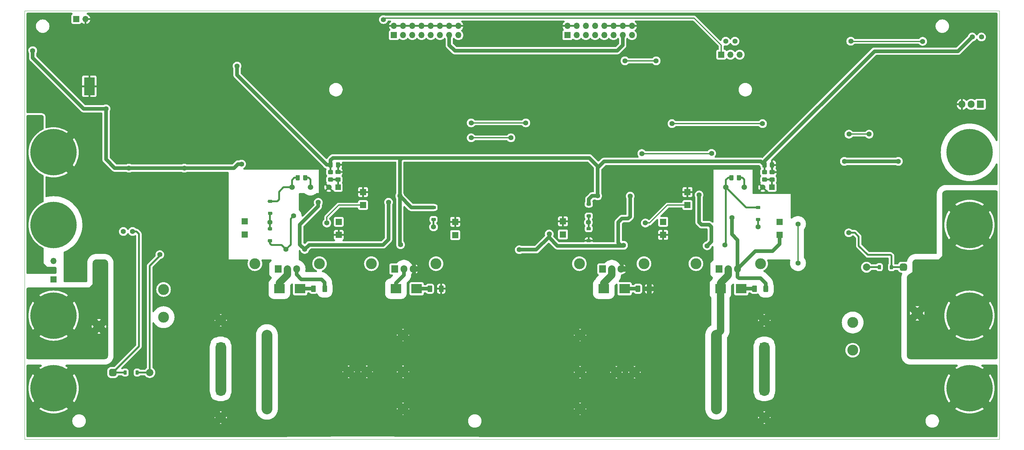
<source format=gbl>
G04 #@! TF.GenerationSoftware,KiCad,Pcbnew,8.0.5*
G04 #@! TF.CreationDate,2024-12-19T18:07:51+01:00*
G04 #@! TF.ProjectId,buck-boost-xp,6275636b-2d62-46f6-9f73-742d78702e6b,rev?*
G04 #@! TF.SameCoordinates,Original*
G04 #@! TF.FileFunction,Copper,L2,Bot*
G04 #@! TF.FilePolarity,Positive*
%FSLAX46Y46*%
G04 Gerber Fmt 4.6, Leading zero omitted, Abs format (unit mm)*
G04 Created by KiCad (PCBNEW 8.0.5) date 2024-12-19 18:07:51*
%MOMM*%
%LPD*%
G01*
G04 APERTURE LIST*
G04 #@! TA.AperFunction,NonConductor*
%ADD10C,0.100000*%
G04 #@! TD*
G04 #@! TA.AperFunction,ComponentPad*
%ADD11R,1.700000X1.700000*%
G04 #@! TD*
G04 #@! TA.AperFunction,ComponentPad*
%ADD12O,1.700000X1.700000*%
G04 #@! TD*
G04 #@! TA.AperFunction,ComponentPad*
%ADD13R,1.905000X2.000000*%
G04 #@! TD*
G04 #@! TA.AperFunction,ComponentPad*
%ADD14O,1.905000X2.000000*%
G04 #@! TD*
G04 #@! TA.AperFunction,ComponentPad*
%ADD15R,2.400000X2.400000*%
G04 #@! TD*
G04 #@! TA.AperFunction,ComponentPad*
%ADD16C,2.400000*%
G04 #@! TD*
G04 #@! TA.AperFunction,ComponentPad*
%ADD17C,12.800000*%
G04 #@! TD*
G04 #@! TA.AperFunction,ComponentPad*
%ADD18C,1.400000*%
G04 #@! TD*
G04 #@! TA.AperFunction,SMDPad,CuDef*
%ADD19R,2.950000X4.900000*%
G04 #@! TD*
G04 #@! TA.AperFunction,ComponentPad*
%ADD20R,1.500000X1.500000*%
G04 #@! TD*
G04 #@! TA.AperFunction,ComponentPad*
%ADD21C,1.500000*%
G04 #@! TD*
G04 #@! TA.AperFunction,ComponentPad*
%ADD22C,3.000000*%
G04 #@! TD*
G04 #@! TA.AperFunction,ComponentPad*
%ADD23C,2.000000*%
G04 #@! TD*
G04 #@! TA.AperFunction,SMDPad,CuDef*
%ADD24R,2.918000X2.600000*%
G04 #@! TD*
G04 #@! TA.AperFunction,ViaPad*
%ADD25C,1.400000*%
G04 #@! TD*
G04 #@! TA.AperFunction,Conductor*
%ADD26C,0.300000*%
G04 #@! TD*
G04 #@! TA.AperFunction,Conductor*
%ADD27C,1.000000*%
G04 #@! TD*
G04 #@! TA.AperFunction,Conductor*
%ADD28C,0.500000*%
G04 #@! TD*
G04 #@! TA.AperFunction,Conductor*
%ADD29C,2.000000*%
G04 #@! TD*
G04 #@! TA.AperFunction,Conductor*
%ADD30C,3.000000*%
G04 #@! TD*
G04 APERTURE END LIST*
D10*
X12290000Y-44740000D02*
X280790000Y-44740000D01*
X280790000Y-162740000D01*
X12290000Y-162740000D01*
X12290000Y-44740000D01*
D11*
X204165000Y-56840000D03*
D12*
X206705000Y-56840000D03*
X209245000Y-56840000D03*
D13*
X114215200Y-115874200D03*
D14*
X116755200Y-115874200D03*
X119295200Y-115874200D03*
D15*
X216040000Y-149306660D03*
D16*
X216040000Y-156806660D03*
D11*
X130890000Y-106540000D03*
D15*
X66290000Y-149306660D03*
D16*
X66290000Y-156806660D03*
D17*
X20290000Y-128740000D03*
D18*
X30140000Y-66447500D03*
D19*
X30140000Y-65547500D03*
D18*
X30140000Y-64547500D03*
D16*
X202790000Y-154390000D03*
X202790000Y-144290000D03*
X202790000Y-134090000D03*
X180290000Y-144290000D03*
X175290000Y-144290000D03*
X165290000Y-154390000D03*
X165290000Y-144290000D03*
X165290000Y-134090000D03*
D11*
X26515000Y-47040000D03*
D12*
X29055000Y-47040000D03*
D17*
X20290000Y-83740000D03*
D11*
X194870134Y-94679968D03*
X188175000Y-102884300D03*
D20*
X218151734Y-93386025D03*
D21*
X215611734Y-93386025D03*
X210531734Y-93386025D03*
X205451734Y-93386025D03*
D18*
X42040000Y-105550000D03*
X39500000Y-105550000D03*
D11*
X105508400Y-98280643D03*
D17*
X20290000Y-148740000D03*
D22*
X258150000Y-128090000D03*
X240370000Y-138250000D03*
X240370000Y-130630000D03*
G04 #@! TA.AperFunction,ComponentPad*
G36*
G01*
X254840000Y-116390000D02*
X253840000Y-116390000D01*
G75*
G02*
X253340000Y-115890000I0J500000D01*
G01*
X253340000Y-114890000D01*
G75*
G02*
X253840000Y-114390000I500000J0D01*
G01*
X254840000Y-114390000D01*
G75*
G02*
X255340000Y-114890000I0J-500000D01*
G01*
X255340000Y-115890000D01*
G75*
G02*
X254840000Y-116390000I-500000J0D01*
G01*
G37*
G04 #@! TD.AperFunction*
D23*
X244180000Y-115390000D03*
D15*
X66290000Y-137490000D03*
D16*
X66290000Y-129990000D03*
D11*
X160579000Y-102740000D03*
D18*
X207940000Y-53140000D03*
X205400000Y-53140000D03*
D17*
X272540000Y-103740000D03*
D11*
X220251734Y-102886025D03*
D22*
X125615200Y-114429200D03*
X107815200Y-114429200D03*
D11*
X98815000Y-106506700D03*
D17*
X20290000Y-103740000D03*
D11*
X105508400Y-94678243D03*
X160579000Y-106362400D03*
X114010000Y-51480000D03*
D12*
X114010000Y-48940000D03*
X116550000Y-51480000D03*
X116550000Y-48940000D03*
X119090000Y-51480000D03*
X119090000Y-48940000D03*
X121630000Y-51480000D03*
X121630000Y-48940000D03*
X124170000Y-51480000D03*
X124170000Y-48940000D03*
X126710000Y-51480000D03*
X126710000Y-48940000D03*
X129250000Y-51480000D03*
X129250000Y-48940000D03*
X131790000Y-51480000D03*
X131790000Y-48940000D03*
D11*
X130890000Y-102884300D03*
D13*
X275557291Y-70525000D03*
D14*
X273017291Y-70525000D03*
X270477291Y-70525000D03*
D15*
X216040000Y-137490000D03*
D16*
X216040000Y-129990000D03*
D17*
X272540000Y-148740000D03*
D13*
X171490000Y-115874000D03*
D14*
X174030000Y-115874000D03*
X176570000Y-115874000D03*
D11*
X72879400Y-106362400D03*
X194870134Y-98282368D03*
D17*
X272540000Y-128740000D03*
D11*
X72879400Y-102740000D03*
X98815000Y-102884300D03*
X220251734Y-106508425D03*
X188175000Y-106506700D03*
D18*
X275832300Y-51970000D03*
X273292300Y-51970000D03*
D22*
X75719200Y-114429200D03*
X93519200Y-114429200D03*
D13*
X203600867Y-115878968D03*
D14*
X206140867Y-115878968D03*
X208680867Y-115878968D03*
D22*
X32790000Y-131700000D03*
X50570000Y-121540000D03*
X50570000Y-129160000D03*
G04 #@! TA.AperFunction,ComponentPad*
G36*
G01*
X36100000Y-143400000D02*
X37100000Y-143400000D01*
G75*
G02*
X37600000Y-143900000I0J-500000D01*
G01*
X37600000Y-144900000D01*
G75*
G02*
X37100000Y-145400000I-500000J0D01*
G01*
X36100000Y-145400000D01*
G75*
G02*
X35600000Y-144900000I0J500000D01*
G01*
X35600000Y-143900000D01*
G75*
G02*
X36100000Y-143400000I500000J0D01*
G01*
G37*
G04 #@! TD.AperFunction*
D23*
X46760000Y-144400000D03*
D20*
X98633750Y-93386057D03*
D21*
X96093750Y-93386057D03*
X91013750Y-93386057D03*
X85933750Y-93386057D03*
D13*
X82119200Y-115874200D03*
D14*
X84659200Y-115874200D03*
X87199200Y-115874200D03*
D17*
X272540000Y-83740000D03*
D16*
X79040000Y-134090000D03*
X79040000Y-144190000D03*
X79040000Y-154390000D03*
X101540000Y-144190000D03*
X106540000Y-144190000D03*
X116540000Y-134090000D03*
X116540000Y-144190000D03*
X116540000Y-154390000D03*
D22*
X165090000Y-114429000D03*
X182890000Y-114429000D03*
X197200867Y-114433968D03*
X215000867Y-114433968D03*
D11*
X20290000Y-118780000D03*
D12*
X20290000Y-116240000D03*
X20290000Y-113700000D03*
D11*
X161790000Y-51480000D03*
D12*
X161790000Y-48940000D03*
X164330000Y-51480000D03*
X164330000Y-48940000D03*
X166870000Y-51480000D03*
X166870000Y-48940000D03*
X169410000Y-51480000D03*
X169410000Y-48940000D03*
X171950000Y-51480000D03*
X171950000Y-48940000D03*
X174490000Y-51480000D03*
X174490000Y-48940000D03*
X177030000Y-51480000D03*
X177030000Y-48940000D03*
X179570000Y-51480000D03*
X179570000Y-48940000D03*
G04 #@! TA.AperFunction,SMDPad,CuDef*
G36*
G01*
X212655867Y-121983968D02*
X212655867Y-120683968D01*
G75*
G02*
X212905867Y-120433968I250000J0D01*
G01*
X213730867Y-120433968D01*
G75*
G02*
X213980867Y-120683968I0J-250000D01*
G01*
X213980867Y-121983968D01*
G75*
G02*
X213730867Y-122233968I-250000J0D01*
G01*
X212905867Y-122233968D01*
G75*
G02*
X212655867Y-121983968I0J250000D01*
G01*
G37*
G04 #@! TD.AperFunction*
G04 #@! TA.AperFunction,SMDPad,CuDef*
G36*
G01*
X215780867Y-121983968D02*
X215780867Y-120683968D01*
G75*
G02*
X216030867Y-120433968I250000J0D01*
G01*
X216855867Y-120433968D01*
G75*
G02*
X217105867Y-120683968I0J-250000D01*
G01*
X217105867Y-121983968D01*
G75*
G02*
X216855867Y-122233968I-250000J0D01*
G01*
X216030867Y-122233968D01*
G75*
G02*
X215780867Y-121983968I0J250000D01*
G01*
G37*
G04 #@! TD.AperFunction*
G04 #@! TA.AperFunction,SMDPad,CuDef*
G36*
G01*
X213926734Y-98490000D02*
X214676734Y-98490000D01*
G75*
G02*
X214901734Y-98715000I0J-225000D01*
G01*
X214901734Y-99165000D01*
G75*
G02*
X214676734Y-99390000I-225000J0D01*
G01*
X213926734Y-99390000D01*
G75*
G02*
X213701734Y-99165000I0J225000D01*
G01*
X213701734Y-98715000D01*
G75*
G02*
X213926734Y-98490000I225000J0D01*
G01*
G37*
G04 #@! TD.AperFunction*
G04 #@! TA.AperFunction,SMDPad,CuDef*
G36*
G01*
X213926734Y-101790000D02*
X214676734Y-101790000D01*
G75*
G02*
X214901734Y-102015000I0J-225000D01*
G01*
X214901734Y-102465000D01*
G75*
G02*
X214676734Y-102690000I-225000J0D01*
G01*
X213926734Y-102690000D01*
G75*
G02*
X213701734Y-102465000I0J225000D01*
G01*
X213701734Y-102015000D01*
G75*
G02*
X213926734Y-101790000I225000J0D01*
G01*
G37*
G04 #@! TD.AperFunction*
G04 #@! TA.AperFunction,SMDPad,CuDef*
G36*
G01*
X124565000Y-98490000D02*
X125315000Y-98490000D01*
G75*
G02*
X125540000Y-98715000I0J-225000D01*
G01*
X125540000Y-99165000D01*
G75*
G02*
X125315000Y-99390000I-225000J0D01*
G01*
X124565000Y-99390000D01*
G75*
G02*
X124340000Y-99165000I0J225000D01*
G01*
X124340000Y-98715000D01*
G75*
G02*
X124565000Y-98490000I225000J0D01*
G01*
G37*
G04 #@! TD.AperFunction*
G04 #@! TA.AperFunction,SMDPad,CuDef*
G36*
G01*
X124565000Y-101790000D02*
X125315000Y-101790000D01*
G75*
G02*
X125540000Y-102015000I0J-225000D01*
G01*
X125540000Y-102465000D01*
G75*
G02*
X125315000Y-102690000I-225000J0D01*
G01*
X124565000Y-102690000D01*
G75*
G02*
X124340000Y-102465000I0J225000D01*
G01*
X124340000Y-102015000D01*
G75*
G02*
X124565000Y-101790000I225000J0D01*
G01*
G37*
G04 #@! TD.AperFunction*
D24*
X82461400Y-121329200D03*
X88179400Y-121329200D03*
G04 #@! TA.AperFunction,SMDPad,CuDef*
G36*
G01*
X215640000Y-88626250D02*
X216540000Y-88626250D01*
G75*
G02*
X216790000Y-88876250I0J-250000D01*
G01*
X216790000Y-89526250D01*
G75*
G02*
X216540000Y-89776250I-250000J0D01*
G01*
X215640000Y-89776250D01*
G75*
G02*
X215390000Y-89526250I0J250000D01*
G01*
X215390000Y-88876250D01*
G75*
G02*
X215640000Y-88626250I250000J0D01*
G01*
G37*
G04 #@! TD.AperFunction*
G04 #@! TA.AperFunction,SMDPad,CuDef*
G36*
G01*
X215640000Y-90676250D02*
X216540000Y-90676250D01*
G75*
G02*
X216790000Y-90926250I0J-250000D01*
G01*
X216790000Y-91576250D01*
G75*
G02*
X216540000Y-91826250I-250000J0D01*
G01*
X215640000Y-91826250D01*
G75*
G02*
X215390000Y-91576250I0J250000D01*
G01*
X215390000Y-90926250D01*
G75*
G02*
X215640000Y-90676250I250000J0D01*
G01*
G37*
G04 #@! TD.AperFunction*
G04 #@! TA.AperFunction,SMDPad,CuDef*
G36*
G01*
X96110000Y-88632500D02*
X97010000Y-88632500D01*
G75*
G02*
X97260000Y-88882500I0J-250000D01*
G01*
X97260000Y-89532500D01*
G75*
G02*
X97010000Y-89782500I-250000J0D01*
G01*
X96110000Y-89782500D01*
G75*
G02*
X95860000Y-89532500I0J250000D01*
G01*
X95860000Y-88882500D01*
G75*
G02*
X96110000Y-88632500I250000J0D01*
G01*
G37*
G04 #@! TD.AperFunction*
G04 #@! TA.AperFunction,SMDPad,CuDef*
G36*
G01*
X96110000Y-90682500D02*
X97010000Y-90682500D01*
G75*
G02*
X97260000Y-90932500I0J-250000D01*
G01*
X97260000Y-91582500D01*
G75*
G02*
X97010000Y-91832500I-250000J0D01*
G01*
X96110000Y-91832500D01*
G75*
G02*
X95860000Y-91582500I0J250000D01*
G01*
X95860000Y-90932500D01*
G75*
G02*
X96110000Y-90682500I250000J0D01*
G01*
G37*
G04 #@! TD.AperFunction*
X114555200Y-121329200D03*
X120273200Y-121329200D03*
G04 #@! TA.AperFunction,SMDPad,CuDef*
G36*
G01*
X251490000Y-115015000D02*
X251490000Y-115765000D01*
G75*
G02*
X251265000Y-115990000I-225000J0D01*
G01*
X250815000Y-115990000D01*
G75*
G02*
X250590000Y-115765000I0J225000D01*
G01*
X250590000Y-115015000D01*
G75*
G02*
X250815000Y-114790000I225000J0D01*
G01*
X251265000Y-114790000D01*
G75*
G02*
X251490000Y-115015000I0J-225000D01*
G01*
G37*
G04 #@! TD.AperFunction*
G04 #@! TA.AperFunction,SMDPad,CuDef*
G36*
G01*
X248190000Y-115015000D02*
X248190000Y-115765000D01*
G75*
G02*
X247965000Y-115990000I-225000J0D01*
G01*
X247515000Y-115990000D01*
G75*
G02*
X247290000Y-115765000I0J225000D01*
G01*
X247290000Y-115015000D01*
G75*
G02*
X247515000Y-114790000I225000J0D01*
G01*
X247965000Y-114790000D01*
G75*
G02*
X248190000Y-115015000I0J-225000D01*
G01*
G37*
G04 #@! TD.AperFunction*
G04 #@! TA.AperFunction,SMDPad,CuDef*
G36*
G01*
X206365000Y-91215000D02*
X206365000Y-90265000D01*
G75*
G02*
X206615000Y-90015000I250000J0D01*
G01*
X207290000Y-90015000D01*
G75*
G02*
X207540000Y-90265000I0J-250000D01*
G01*
X207540000Y-91215000D01*
G75*
G02*
X207290000Y-91465000I-250000J0D01*
G01*
X206615000Y-91465000D01*
G75*
G02*
X206365000Y-91215000I0J250000D01*
G01*
G37*
G04 #@! TD.AperFunction*
G04 #@! TA.AperFunction,SMDPad,CuDef*
G36*
G01*
X208440000Y-91215000D02*
X208440000Y-90265000D01*
G75*
G02*
X208690000Y-90015000I250000J0D01*
G01*
X209365000Y-90015000D01*
G75*
G02*
X209615000Y-90265000I0J-250000D01*
G01*
X209615000Y-91215000D01*
G75*
G02*
X209365000Y-91465000I-250000J0D01*
G01*
X208690000Y-91465000D01*
G75*
G02*
X208440000Y-91215000I0J250000D01*
G01*
G37*
G04 #@! TD.AperFunction*
G04 #@! TA.AperFunction,SMDPad,CuDef*
G36*
G01*
X180545000Y-121979000D02*
X180545000Y-120679000D01*
G75*
G02*
X180795000Y-120429000I250000J0D01*
G01*
X181620000Y-120429000D01*
G75*
G02*
X181870000Y-120679000I0J-250000D01*
G01*
X181870000Y-121979000D01*
G75*
G02*
X181620000Y-122229000I-250000J0D01*
G01*
X180795000Y-122229000D01*
G75*
G02*
X180545000Y-121979000I0J250000D01*
G01*
G37*
G04 #@! TD.AperFunction*
G04 #@! TA.AperFunction,SMDPad,CuDef*
G36*
G01*
X183670000Y-121979000D02*
X183670000Y-120679000D01*
G75*
G02*
X183920000Y-120429000I250000J0D01*
G01*
X184745000Y-120429000D01*
G75*
G02*
X184995000Y-120679000I0J-250000D01*
G01*
X184995000Y-121979000D01*
G75*
G02*
X184745000Y-122229000I-250000J0D01*
G01*
X183920000Y-122229000D01*
G75*
G02*
X183670000Y-121979000I0J250000D01*
G01*
G37*
G04 #@! TD.AperFunction*
G04 #@! TA.AperFunction,SMDPad,CuDef*
G36*
G01*
X215495000Y-87701250D02*
X215495000Y-86751250D01*
G75*
G02*
X215745000Y-86501250I250000J0D01*
G01*
X216420000Y-86501250D01*
G75*
G02*
X216670000Y-86751250I0J-250000D01*
G01*
X216670000Y-87701250D01*
G75*
G02*
X216420000Y-87951250I-250000J0D01*
G01*
X215745000Y-87951250D01*
G75*
G02*
X215495000Y-87701250I0J250000D01*
G01*
G37*
G04 #@! TD.AperFunction*
G04 #@! TA.AperFunction,SMDPad,CuDef*
G36*
G01*
X217570000Y-87701250D02*
X217570000Y-86751250D01*
G75*
G02*
X217820000Y-86501250I250000J0D01*
G01*
X218495000Y-86501250D01*
G75*
G02*
X218745000Y-86751250I0J-250000D01*
G01*
X218745000Y-87701250D01*
G75*
G02*
X218495000Y-87951250I-250000J0D01*
G01*
X217820000Y-87951250D01*
G75*
G02*
X217570000Y-87701250I0J250000D01*
G01*
G37*
G04 #@! TD.AperFunction*
G04 #@! TA.AperFunction,SMDPad,CuDef*
G36*
G01*
X167315000Y-97540000D02*
X168065000Y-97540000D01*
G75*
G02*
X168290000Y-97765000I0J-225000D01*
G01*
X168290000Y-98215000D01*
G75*
G02*
X168065000Y-98440000I-225000J0D01*
G01*
X167315000Y-98440000D01*
G75*
G02*
X167090000Y-98215000I0J225000D01*
G01*
X167090000Y-97765000D01*
G75*
G02*
X167315000Y-97540000I225000J0D01*
G01*
G37*
G04 #@! TD.AperFunction*
G04 #@! TA.AperFunction,SMDPad,CuDef*
G36*
G01*
X167315000Y-100840000D02*
X168065000Y-100840000D01*
G75*
G02*
X168290000Y-101065000I0J-225000D01*
G01*
X168290000Y-101515000D01*
G75*
G02*
X168065000Y-101740000I-225000J0D01*
G01*
X167315000Y-101740000D01*
G75*
G02*
X167090000Y-101515000I0J225000D01*
G01*
X167090000Y-101065000D01*
G75*
G02*
X167315000Y-100840000I225000J0D01*
G01*
G37*
G04 #@! TD.AperFunction*
X171830000Y-121329000D03*
X177548000Y-121329000D03*
G04 #@! TA.AperFunction,SMDPad,CuDef*
G36*
G01*
X39540000Y-144775000D02*
X39540000Y-144025000D01*
G75*
G02*
X39765000Y-143800000I225000J0D01*
G01*
X40215000Y-143800000D01*
G75*
G02*
X40440000Y-144025000I0J-225000D01*
G01*
X40440000Y-144775000D01*
G75*
G02*
X40215000Y-145000000I-225000J0D01*
G01*
X39765000Y-145000000D01*
G75*
G02*
X39540000Y-144775000I0J225000D01*
G01*
G37*
G04 #@! TD.AperFunction*
G04 #@! TA.AperFunction,SMDPad,CuDef*
G36*
G01*
X42840000Y-144775000D02*
X42840000Y-144025000D01*
G75*
G02*
X43065000Y-143800000I225000J0D01*
G01*
X43515000Y-143800000D01*
G75*
G02*
X43740000Y-144025000I0J-225000D01*
G01*
X43740000Y-144775000D01*
G75*
G02*
X43515000Y-145000000I-225000J0D01*
G01*
X43065000Y-145000000D01*
G75*
G02*
X42840000Y-144775000I0J225000D01*
G01*
G37*
G04 #@! TD.AperFunction*
G04 #@! TA.AperFunction,SMDPad,CuDef*
G36*
G01*
X95965000Y-87677500D02*
X95965000Y-86727500D01*
G75*
G02*
X96215000Y-86477500I250000J0D01*
G01*
X96890000Y-86477500D01*
G75*
G02*
X97140000Y-86727500I0J-250000D01*
G01*
X97140000Y-87677500D01*
G75*
G02*
X96890000Y-87927500I-250000J0D01*
G01*
X96215000Y-87927500D01*
G75*
G02*
X95965000Y-87677500I0J250000D01*
G01*
G37*
G04 #@! TD.AperFunction*
G04 #@! TA.AperFunction,SMDPad,CuDef*
G36*
G01*
X98040000Y-87677500D02*
X98040000Y-86727500D01*
G75*
G02*
X98290000Y-86477500I250000J0D01*
G01*
X98965000Y-86477500D01*
G75*
G02*
X99215000Y-86727500I0J-250000D01*
G01*
X99215000Y-87677500D01*
G75*
G02*
X98965000Y-87927500I-250000J0D01*
G01*
X98290000Y-87927500D01*
G75*
G02*
X98040000Y-87677500I0J250000D01*
G01*
G37*
G04 #@! TD.AperFunction*
G04 #@! TA.AperFunction,SMDPad,CuDef*
G36*
G01*
X86933750Y-91215000D02*
X86933750Y-90265000D01*
G75*
G02*
X87183750Y-90015000I250000J0D01*
G01*
X87858750Y-90015000D01*
G75*
G02*
X88108750Y-90265000I0J-250000D01*
G01*
X88108750Y-91215000D01*
G75*
G02*
X87858750Y-91465000I-250000J0D01*
G01*
X87183750Y-91465000D01*
G75*
G02*
X86933750Y-91215000I0J250000D01*
G01*
G37*
G04 #@! TD.AperFunction*
G04 #@! TA.AperFunction,SMDPad,CuDef*
G36*
G01*
X89008750Y-91215000D02*
X89008750Y-90265000D01*
G75*
G02*
X89258750Y-90015000I250000J0D01*
G01*
X89933750Y-90015000D01*
G75*
G02*
X90183750Y-90265000I0J-250000D01*
G01*
X90183750Y-91215000D01*
G75*
G02*
X89933750Y-91465000I-250000J0D01*
G01*
X89258750Y-91465000D01*
G75*
G02*
X89008750Y-91215000I0J250000D01*
G01*
G37*
G04 #@! TD.AperFunction*
G04 #@! TA.AperFunction,SMDPad,CuDef*
G36*
G01*
X218645000Y-91851250D02*
X217695000Y-91851250D01*
G75*
G02*
X217445000Y-91601250I0J250000D01*
G01*
X217445000Y-90926250D01*
G75*
G02*
X217695000Y-90676250I250000J0D01*
G01*
X218645000Y-90676250D01*
G75*
G02*
X218895000Y-90926250I0J-250000D01*
G01*
X218895000Y-91601250D01*
G75*
G02*
X218645000Y-91851250I-250000J0D01*
G01*
G37*
G04 #@! TD.AperFunction*
G04 #@! TA.AperFunction,SMDPad,CuDef*
G36*
G01*
X218645000Y-89776250D02*
X217695000Y-89776250D01*
G75*
G02*
X217445000Y-89526250I0J250000D01*
G01*
X217445000Y-88851250D01*
G75*
G02*
X217695000Y-88601250I250000J0D01*
G01*
X218645000Y-88601250D01*
G75*
G02*
X218895000Y-88851250I0J-250000D01*
G01*
X218895000Y-89526250D01*
G75*
G02*
X218645000Y-89776250I-250000J0D01*
G01*
G37*
G04 #@! TD.AperFunction*
G04 #@! TA.AperFunction,SMDPad,CuDef*
G36*
G01*
X167265000Y-104340000D02*
X168015000Y-104340000D01*
G75*
G02*
X168240000Y-104565000I0J-225000D01*
G01*
X168240000Y-105015000D01*
G75*
G02*
X168015000Y-105240000I-225000J0D01*
G01*
X167265000Y-105240000D01*
G75*
G02*
X167040000Y-105015000I0J225000D01*
G01*
X167040000Y-104565000D01*
G75*
G02*
X167265000Y-104340000I225000J0D01*
G01*
G37*
G04 #@! TD.AperFunction*
G04 #@! TA.AperFunction,SMDPad,CuDef*
G36*
G01*
X167265000Y-107640000D02*
X168015000Y-107640000D01*
G75*
G02*
X168240000Y-107865000I0J-225000D01*
G01*
X168240000Y-108315000D01*
G75*
G02*
X168015000Y-108540000I-225000J0D01*
G01*
X167265000Y-108540000D01*
G75*
G02*
X167040000Y-108315000I0J225000D01*
G01*
X167040000Y-107865000D01*
G75*
G02*
X167265000Y-107640000I225000J0D01*
G01*
G37*
G04 #@! TD.AperFunction*
G04 #@! TA.AperFunction,SMDPad,CuDef*
G36*
G01*
X79515000Y-104353600D02*
X80265000Y-104353600D01*
G75*
G02*
X80490000Y-104578600I0J-225000D01*
G01*
X80490000Y-105028600D01*
G75*
G02*
X80265000Y-105253600I-225000J0D01*
G01*
X79515000Y-105253600D01*
G75*
G02*
X79290000Y-105028600I0J225000D01*
G01*
X79290000Y-104578600D01*
G75*
G02*
X79515000Y-104353600I225000J0D01*
G01*
G37*
G04 #@! TD.AperFunction*
G04 #@! TA.AperFunction,SMDPad,CuDef*
G36*
G01*
X79515000Y-107653600D02*
X80265000Y-107653600D01*
G75*
G02*
X80490000Y-107878600I0J-225000D01*
G01*
X80490000Y-108328600D01*
G75*
G02*
X80265000Y-108553600I-225000J0D01*
G01*
X79515000Y-108553600D01*
G75*
G02*
X79290000Y-108328600I0J225000D01*
G01*
X79290000Y-107878600D01*
G75*
G02*
X79515000Y-107653600I225000J0D01*
G01*
G37*
G04 #@! TD.AperFunction*
G04 #@! TA.AperFunction,SMDPad,CuDef*
G36*
G01*
X91176400Y-121979200D02*
X91176400Y-120679200D01*
G75*
G02*
X91426400Y-120429200I250000J0D01*
G01*
X92251400Y-120429200D01*
G75*
G02*
X92501400Y-120679200I0J-250000D01*
G01*
X92501400Y-121979200D01*
G75*
G02*
X92251400Y-122229200I-250000J0D01*
G01*
X91426400Y-122229200D01*
G75*
G02*
X91176400Y-121979200I0J250000D01*
G01*
G37*
G04 #@! TD.AperFunction*
G04 #@! TA.AperFunction,SMDPad,CuDef*
G36*
G01*
X94301400Y-121979200D02*
X94301400Y-120679200D01*
G75*
G02*
X94551400Y-120429200I250000J0D01*
G01*
X95376400Y-120429200D01*
G75*
G02*
X95626400Y-120679200I0J-250000D01*
G01*
X95626400Y-121979200D01*
G75*
G02*
X95376400Y-122229200I-250000J0D01*
G01*
X94551400Y-122229200D01*
G75*
G02*
X94301400Y-121979200I0J250000D01*
G01*
G37*
G04 #@! TD.AperFunction*
G04 #@! TA.AperFunction,SMDPad,CuDef*
G36*
G01*
X79542000Y-96784400D02*
X80292000Y-96784400D01*
G75*
G02*
X80517000Y-97009400I0J-225000D01*
G01*
X80517000Y-97459400D01*
G75*
G02*
X80292000Y-97684400I-225000J0D01*
G01*
X79542000Y-97684400D01*
G75*
G02*
X79317000Y-97459400I0J225000D01*
G01*
X79317000Y-97009400D01*
G75*
G02*
X79542000Y-96784400I225000J0D01*
G01*
G37*
G04 #@! TD.AperFunction*
G04 #@! TA.AperFunction,SMDPad,CuDef*
G36*
G01*
X79542000Y-100084400D02*
X80292000Y-100084400D01*
G75*
G02*
X80517000Y-100309400I0J-225000D01*
G01*
X80517000Y-100759400D01*
G75*
G02*
X80292000Y-100984400I-225000J0D01*
G01*
X79542000Y-100984400D01*
G75*
G02*
X79317000Y-100759400I0J225000D01*
G01*
X79317000Y-100309400D01*
G75*
G02*
X79542000Y-100084400I225000J0D01*
G01*
G37*
G04 #@! TD.AperFunction*
G04 #@! TA.AperFunction,SMDPad,CuDef*
G36*
G01*
X123270200Y-121979200D02*
X123270200Y-120679200D01*
G75*
G02*
X123520200Y-120429200I250000J0D01*
G01*
X124345200Y-120429200D01*
G75*
G02*
X124595200Y-120679200I0J-250000D01*
G01*
X124595200Y-121979200D01*
G75*
G02*
X124345200Y-122229200I-250000J0D01*
G01*
X123520200Y-122229200D01*
G75*
G02*
X123270200Y-121979200I0J250000D01*
G01*
G37*
G04 #@! TD.AperFunction*
G04 #@! TA.AperFunction,SMDPad,CuDef*
G36*
G01*
X126395200Y-121979200D02*
X126395200Y-120679200D01*
G75*
G02*
X126645200Y-120429200I250000J0D01*
G01*
X127470200Y-120429200D01*
G75*
G02*
X127720200Y-120679200I0J-250000D01*
G01*
X127720200Y-121979200D01*
G75*
G02*
X127470200Y-122229200I-250000J0D01*
G01*
X126645200Y-122229200D01*
G75*
G02*
X126395200Y-121979200I0J250000D01*
G01*
G37*
G04 #@! TD.AperFunction*
X203940867Y-121333968D03*
X209658867Y-121333968D03*
G04 #@! TA.AperFunction,SMDPad,CuDef*
G36*
G01*
X99115000Y-91827500D02*
X98165000Y-91827500D01*
G75*
G02*
X97915000Y-91577500I0J250000D01*
G01*
X97915000Y-90902500D01*
G75*
G02*
X98165000Y-90652500I250000J0D01*
G01*
X99115000Y-90652500D01*
G75*
G02*
X99365000Y-90902500I0J-250000D01*
G01*
X99365000Y-91577500D01*
G75*
G02*
X99115000Y-91827500I-250000J0D01*
G01*
G37*
G04 #@! TD.AperFunction*
G04 #@! TA.AperFunction,SMDPad,CuDef*
G36*
G01*
X99115000Y-89752500D02*
X98165000Y-89752500D01*
G75*
G02*
X97915000Y-89502500I0J250000D01*
G01*
X97915000Y-88827500D01*
G75*
G02*
X98165000Y-88577500I250000J0D01*
G01*
X99115000Y-88577500D01*
G75*
G02*
X99365000Y-88827500I0J-250000D01*
G01*
X99365000Y-89502500D01*
G75*
G02*
X99115000Y-89752500I-250000J0D01*
G01*
G37*
G04 #@! TD.AperFunction*
D25*
X41032500Y-88095000D03*
X72040000Y-86990000D03*
X93186000Y-97535400D03*
X156790000Y-106240000D03*
X200290000Y-109490000D03*
X179090000Y-95820000D03*
X177250000Y-109340000D03*
X148540000Y-110565000D03*
X198073834Y-95490000D03*
X112540000Y-97510000D03*
X14540000Y-55740000D03*
X239290000Y-105909980D03*
X89436000Y-110490000D03*
X34715000Y-71757500D03*
X252952500Y-86240000D03*
X56290000Y-88095000D03*
X238082500Y-86240000D03*
X58990000Y-74040000D03*
X230952100Y-101741600D03*
X104540000Y-101160968D03*
X192590000Y-56240000D03*
X166340000Y-64090000D03*
X21490000Y-60990000D03*
X249190000Y-99840000D03*
X54427500Y-104240000D03*
X157540000Y-63490000D03*
X61290000Y-108240000D03*
X60165000Y-86240000D03*
X115290000Y-60240000D03*
X108500000Y-107490000D03*
X177033700Y-99660400D03*
X22190000Y-50390000D03*
X151352500Y-94220000D03*
X48107500Y-99765000D03*
X156040000Y-110490000D03*
X43107500Y-86240000D03*
X260120000Y-99775350D03*
X274690000Y-47240000D03*
X193916434Y-101162693D03*
X262195000Y-94225350D03*
X67290000Y-106740000D03*
X186540000Y-77240000D03*
X50224600Y-94215000D03*
X59040000Y-49990000D03*
X117700000Y-101820000D03*
X89319700Y-99660400D03*
X143540000Y-102740000D03*
X186790000Y-95990000D03*
X233059600Y-94216600D03*
X63140000Y-48340000D03*
X174290000Y-98240000D03*
X197840000Y-107590000D03*
X262290000Y-108240000D03*
X254140000Y-77140000D03*
X243040000Y-102990000D03*
X67340000Y-94215000D03*
X200174234Y-97537125D03*
X41540000Y-108050000D03*
X101790000Y-100740000D03*
X247274600Y-94215000D03*
X221490000Y-85990000D03*
X84290000Y-110490000D03*
X86365000Y-101265000D03*
X225290000Y-114240000D03*
X225280000Y-103490000D03*
X207079134Y-101740000D03*
X115642400Y-95740000D03*
X170128800Y-95740000D03*
X115846200Y-109196800D03*
X70810000Y-59990000D03*
X205207934Y-109240000D03*
X135290000Y-79740000D03*
X146240000Y-79740000D03*
X150340000Y-75640000D03*
X201490000Y-84041600D03*
X182290000Y-84090000D03*
X135290000Y-75640000D03*
X79890000Y-103038400D03*
X124940000Y-104284300D03*
X214301734Y-104284300D03*
X167590000Y-103040000D03*
X49540000Y-111930000D03*
X14790000Y-74740000D03*
X95540000Y-103212634D03*
X183254000Y-103212634D03*
X239340000Y-78740000D03*
X215540000Y-75840000D03*
X190590000Y-75840000D03*
X244890000Y-78740000D03*
X186240000Y-58540000D03*
X177640000Y-58540000D03*
X111140000Y-47190000D03*
X259640000Y-53190000D03*
X239840000Y-53140000D03*
D26*
X204165000Y-54215000D02*
X204165000Y-56840000D01*
X196740000Y-46790000D02*
X204165000Y-54215000D01*
X111140000Y-47190000D02*
X111540000Y-46790000D01*
X111540000Y-46790000D02*
X196740000Y-46790000D01*
D27*
X177030000Y-51480000D02*
X177030000Y-54250000D01*
D28*
X42040000Y-105550000D02*
X43100000Y-105550000D01*
D27*
X177090365Y-109499635D02*
X159049635Y-109499635D01*
X175540000Y-55740000D02*
X130790000Y-55740000D01*
X112540000Y-107740000D02*
X112540000Y-97510000D01*
X69935000Y-88095000D02*
X56290000Y-88095000D01*
D28*
X242040000Y-106990000D02*
X242040000Y-109490000D01*
D27*
X201401734Y-108378266D02*
X201401734Y-104251734D01*
X200840000Y-103690000D02*
X198740000Y-103690000D01*
X175806200Y-108646570D02*
X175806200Y-102973800D01*
X175806200Y-102973800D02*
X176790000Y-101990000D01*
X111040000Y-109240000D02*
X112540000Y-107740000D01*
X178540000Y-101990000D02*
X179090000Y-101440000D01*
X41032500Y-88095000D02*
X37145000Y-88095000D01*
X34715000Y-71757500D02*
X34715000Y-85665000D01*
X177250000Y-109340000D02*
X177090365Y-109499635D01*
D28*
X242040000Y-109490000D02*
X244540000Y-111990000D01*
D27*
X72040000Y-86990000D02*
X71040000Y-86990000D01*
X130790000Y-55740000D02*
X129250000Y-54200000D01*
X179090000Y-101440000D02*
X179090000Y-95820000D01*
X71040000Y-86990000D02*
X69935000Y-88095000D01*
D28*
X43790000Y-106240000D02*
X43790000Y-137210000D01*
D27*
X238082500Y-86240000D02*
X252952500Y-86240000D01*
X148540000Y-110565000D02*
X153215000Y-110565000D01*
X156790000Y-106990000D02*
X156790000Y-106240000D01*
D28*
X43790000Y-137210000D02*
X36600000Y-144400000D01*
D27*
X159049635Y-109499635D02*
X156790000Y-107240000D01*
X153215000Y-110565000D02*
X156790000Y-106990000D01*
X176790000Y-101990000D02*
X178540000Y-101990000D01*
X93186000Y-98594000D02*
X88092200Y-103687800D01*
X177250000Y-109340000D02*
X176499630Y-109340000D01*
X28557500Y-71757500D02*
X34715000Y-71757500D01*
D28*
X251040000Y-112240000D02*
X251040000Y-115390000D01*
D27*
X129250000Y-54200000D02*
X129250000Y-51480000D01*
D28*
X239290000Y-105909980D02*
X240959980Y-105909980D01*
D27*
X93186000Y-97535400D02*
X93186000Y-98594000D01*
X14540000Y-55740000D02*
X14540000Y-57740000D01*
X88092200Y-109146200D02*
X89436000Y-110490000D01*
X156790000Y-107240000D02*
X156790000Y-106240000D01*
X200290000Y-109490000D02*
X201401734Y-108378266D01*
X90686000Y-109240000D02*
X111040000Y-109240000D01*
X177030000Y-54250000D02*
X175540000Y-55740000D01*
D28*
X244540000Y-111990000D02*
X250790000Y-111990000D01*
D27*
X176499630Y-109340000D02*
X175806200Y-108646570D01*
X201401734Y-104251734D02*
X200840000Y-103690000D01*
X41032500Y-88095000D02*
X56290000Y-88095000D01*
X34715000Y-85665000D02*
X37145000Y-88095000D01*
X89436000Y-110490000D02*
X90686000Y-109240000D01*
X88092200Y-103687800D02*
X88092200Y-109146200D01*
D28*
X43100000Y-105550000D02*
X43790000Y-106240000D01*
X36600000Y-144400000D02*
X39990000Y-144400000D01*
X250790000Y-111990000D02*
X251040000Y-112240000D01*
X240959980Y-105909980D02*
X242040000Y-106990000D01*
X251040000Y-115390000D02*
X254340000Y-115390000D01*
D27*
X198740000Y-103690000D02*
X198073834Y-103023834D01*
X198073834Y-103023834D02*
X198073834Y-95490000D01*
X14540000Y-57740000D02*
X28557500Y-71757500D01*
D28*
X218170000Y-89188750D02*
X218170000Y-87238750D01*
D27*
X114555200Y-119769200D02*
X116755200Y-117569200D01*
X116755200Y-117569200D02*
X116755200Y-115874200D01*
X114555200Y-121329200D02*
X114555200Y-119769200D01*
D28*
X85592200Y-102037800D02*
X86365000Y-101265000D01*
D27*
X88540000Y-118740000D02*
X94090000Y-118740000D01*
X94090000Y-118740000D02*
X94963900Y-119613900D01*
D28*
X85592200Y-109187800D02*
X85592200Y-102037800D01*
X90558750Y-90740000D02*
X89596250Y-90740000D01*
D27*
X94963900Y-119613900D02*
X94963900Y-121329200D01*
X87199200Y-117399200D02*
X88540000Y-118740000D01*
D28*
X91013750Y-93386057D02*
X91013750Y-91195000D01*
X83047600Y-109247600D02*
X80297600Y-109247600D01*
X79890000Y-108840000D02*
X79890000Y-108103600D01*
X84290000Y-110490000D02*
X85592200Y-109187800D01*
X80297600Y-109247600D02*
X79890000Y-108840000D01*
D27*
X87199200Y-115874200D02*
X87199200Y-117399200D01*
D28*
X91013750Y-91195000D02*
X90558750Y-90740000D01*
X84290000Y-110490000D02*
X83047600Y-109247600D01*
X79447600Y-97234400D02*
X81859600Y-97234400D01*
X79447600Y-97234400D02*
X79472000Y-97258800D01*
X85933750Y-93386057D02*
X85933750Y-91365000D01*
X82394000Y-94617200D02*
X83625143Y-93386057D01*
X82394000Y-96700000D02*
X82394000Y-94617200D01*
X83625143Y-93386057D02*
X85933750Y-93386057D01*
X85933750Y-91365000D02*
X86558750Y-90740000D01*
X86558750Y-90740000D02*
X87521250Y-90740000D01*
X81859600Y-97234400D02*
X82394000Y-96700000D01*
D29*
X84659200Y-117520800D02*
X82461400Y-119718600D01*
D30*
X79040000Y-154390000D02*
X79040000Y-134090000D01*
D29*
X82461400Y-119718600D02*
X82461400Y-121329200D01*
D30*
X66290000Y-137490000D02*
X66290000Y-149306660D01*
D29*
X84659200Y-115874200D02*
X84659200Y-117520800D01*
X202790000Y-134090000D02*
X203940867Y-132939133D01*
D26*
X225280000Y-103490000D02*
X225280000Y-114230000D01*
D29*
X203940867Y-121333968D02*
X203940867Y-119773968D01*
X203940867Y-132939133D02*
X203940867Y-121333968D01*
D30*
X216040000Y-149298330D02*
X216040000Y-137481670D01*
D29*
X206140867Y-117573968D02*
X206140867Y-115878968D01*
D30*
X202790000Y-154390000D02*
X202790000Y-134090000D01*
D29*
X203940867Y-119773968D02*
X206140867Y-117573968D01*
D26*
X225280000Y-114230000D02*
X225290000Y-114240000D01*
D27*
X88179400Y-121329200D02*
X91838900Y-121329200D01*
X120273200Y-121329200D02*
X123932700Y-121329200D01*
X208680867Y-107880867D02*
X207079134Y-106279134D01*
D29*
X174030000Y-117569000D02*
X174030000Y-115874000D01*
D27*
X209080867Y-118433968D02*
X214983968Y-118433968D01*
X208680867Y-115849133D02*
X213540000Y-110990000D01*
X208680867Y-115878968D02*
X208680867Y-118033968D01*
X214983968Y-118433968D02*
X216443367Y-119893367D01*
X218290000Y-110990000D02*
X220251734Y-109028266D01*
X208680867Y-115878968D02*
X208680867Y-107880867D01*
D29*
X171830000Y-121329000D02*
X171830000Y-119769000D01*
D27*
X207079134Y-106279134D02*
X207079134Y-101740000D01*
X208680867Y-118033968D02*
X209080867Y-118433968D01*
X220251734Y-109028266D02*
X220251734Y-106508425D01*
X216443367Y-119893367D02*
X216443367Y-121333968D01*
D29*
X171830000Y-119769000D02*
X174030000Y-117569000D01*
D28*
X210000000Y-90740000D02*
X209027500Y-90740000D01*
D27*
X213540000Y-110990000D02*
X218290000Y-110990000D01*
D28*
X210531734Y-93386025D02*
X210531734Y-91271734D01*
X210531734Y-91271734D02*
X210000000Y-90740000D01*
D27*
X209658867Y-121333968D02*
X213318367Y-121333968D01*
D28*
X96560000Y-89207500D02*
X96560000Y-87210000D01*
D27*
X97190000Y-85290000D02*
X116290000Y-85290000D01*
X95552500Y-87202500D02*
X70810000Y-62460000D01*
X246390000Y-55890000D02*
X269372300Y-55890000D01*
X115642400Y-85937600D02*
X116290000Y-85290000D01*
X118842400Y-98940000D02*
X124940000Y-98940000D01*
X215096250Y-86240000D02*
X171890000Y-86240000D01*
X167690000Y-96640000D02*
X168590000Y-95740000D01*
X170128800Y-88690000D02*
X170128800Y-87578800D01*
X115642400Y-95740000D02*
X115642400Y-85937600D01*
X115788000Y-109196800D02*
X115642400Y-109051200D01*
X115642400Y-95740000D02*
X118842400Y-98940000D01*
X170128800Y-87578800D02*
X167840000Y-85290000D01*
X115642400Y-109051200D02*
X115642400Y-95740000D01*
X96552500Y-87202500D02*
X96552500Y-85927500D01*
D28*
X216090000Y-89188750D02*
X216090000Y-87233750D01*
D27*
X70810000Y-62460000D02*
X70810000Y-59990000D01*
X115846200Y-109196800D02*
X115788000Y-109196800D01*
X96552500Y-85927500D02*
X97190000Y-85290000D01*
X170128800Y-95740000D02*
X170128800Y-88690000D01*
X269372300Y-55890000D02*
X273292300Y-51970000D01*
X167690000Y-97990000D02*
X167690000Y-96640000D01*
X116290000Y-85290000D02*
X167840000Y-85290000D01*
X216082500Y-86197500D02*
X246390000Y-55890000D01*
X216082500Y-87226250D02*
X215096250Y-86240000D01*
X216082500Y-87226250D02*
X216082500Y-86197500D01*
X168590000Y-95740000D02*
X170128800Y-95740000D01*
X170128800Y-88001200D02*
X170128800Y-88690000D01*
X171890000Y-86240000D02*
X170128800Y-88001200D01*
X96552500Y-87202500D02*
X95552500Y-87202500D01*
D28*
X98640000Y-91240000D02*
X96577500Y-91240000D01*
X98633750Y-93386057D02*
X98633750Y-91246250D01*
X218151734Y-93386025D02*
X218151734Y-91282016D01*
X216090000Y-91263750D02*
X218157500Y-91263750D01*
X205451734Y-108996200D02*
X205451734Y-93386025D01*
X205451734Y-93386025D02*
X205451734Y-91348266D01*
X205451734Y-93386025D02*
X211005709Y-98940000D01*
X206060000Y-90740000D02*
X206952500Y-90740000D01*
X211005709Y-98940000D02*
X214301734Y-98940000D01*
X205207934Y-109240000D02*
X205451734Y-108996200D01*
X205451734Y-91348266D02*
X206060000Y-90740000D01*
D27*
X177548000Y-121329000D02*
X181207500Y-121329000D01*
D26*
X135290000Y-79740000D02*
X146240000Y-79740000D01*
X135290000Y-75640000D02*
X150340000Y-75640000D01*
X201441600Y-84090000D02*
X182290000Y-84090000D01*
X201490000Y-84041600D02*
X201441600Y-84090000D01*
D28*
X79890000Y-104803600D02*
X79890000Y-100561400D01*
X124940000Y-104284300D02*
X124940000Y-102240000D01*
X214301734Y-104284300D02*
X214301734Y-102240000D01*
X167640000Y-104790000D02*
X167640000Y-101340000D01*
X49540000Y-112240000D02*
X49540000Y-111930000D01*
X46815000Y-114965000D02*
X49540000Y-112240000D01*
X46815000Y-114965000D02*
X46760000Y-115020000D01*
X46740000Y-115040000D02*
X46815000Y-114965000D01*
X43290000Y-144400000D02*
X46760000Y-144400000D01*
X46760000Y-115020000D02*
X46760000Y-144400000D01*
X247740000Y-115390000D02*
X244180000Y-115390000D01*
D26*
X95540000Y-103212634D02*
X95540000Y-101570000D01*
X98829357Y-98280643D02*
X105508400Y-98280643D01*
X95540000Y-101570000D02*
X98829357Y-98280643D01*
X184447366Y-103212634D02*
X189377632Y-98282368D01*
X183254000Y-103212634D02*
X184447366Y-103212634D01*
X189377632Y-98282368D02*
X194870134Y-98282368D01*
X239340000Y-78740000D02*
X244890000Y-78740000D01*
X215540000Y-75840000D02*
X190590000Y-75840000D01*
X177640000Y-58540000D02*
X186240000Y-58540000D01*
X239890000Y-53190000D02*
X239840000Y-53140000D01*
X259640000Y-53190000D02*
X239890000Y-53190000D01*
G04 #@! TA.AperFunction,Conductor*
G36*
X34302172Y-113241199D02*
G01*
X34345820Y-113245497D01*
X34460689Y-113256811D01*
X34508555Y-113266333D01*
X34649217Y-113309002D01*
X34694307Y-113327678D01*
X34821718Y-113395780D01*
X34823939Y-113396968D01*
X34864524Y-113424086D01*
X34978148Y-113517334D01*
X35012665Y-113551851D01*
X35105913Y-113665475D01*
X35133031Y-113706060D01*
X35202319Y-113835688D01*
X35220999Y-113880786D01*
X35263665Y-114021439D01*
X35273188Y-114069312D01*
X35288801Y-114227826D01*
X35290000Y-114252233D01*
X35290000Y-131647637D01*
X35280648Y-131694650D01*
X35290000Y-131752362D01*
X35290000Y-139727766D01*
X35288801Y-139752173D01*
X35273188Y-139910687D01*
X35263665Y-139958560D01*
X35220999Y-140099213D01*
X35202319Y-140144311D01*
X35133031Y-140273939D01*
X35105913Y-140314524D01*
X35012665Y-140428148D01*
X34978148Y-140462665D01*
X34864524Y-140555913D01*
X34823939Y-140583031D01*
X34694311Y-140652319D01*
X34649213Y-140670999D01*
X34508560Y-140713665D01*
X34460687Y-140723188D01*
X34302173Y-140738801D01*
X34277766Y-140740000D01*
X13302234Y-140740000D01*
X13277827Y-140738801D01*
X13119312Y-140723188D01*
X13071439Y-140713665D01*
X13017220Y-140697218D01*
X12931537Y-140651420D01*
X12869902Y-140576318D01*
X12841699Y-140483347D01*
X12840500Y-140458940D01*
X12840500Y-128740000D01*
X13385171Y-128740000D01*
X13404477Y-129255997D01*
X13404479Y-129256014D01*
X13462290Y-129769101D01*
X13462292Y-129769113D01*
X13558288Y-130276466D01*
X13558295Y-130276494D01*
X13691928Y-130775219D01*
X13691934Y-130775236D01*
X13862476Y-131262617D01*
X14068963Y-131735892D01*
X14310245Y-132192419D01*
X14584959Y-132629623D01*
X14584971Y-132629640D01*
X14605192Y-132657038D01*
X17320317Y-129941912D01*
X17328927Y-129966516D01*
X17484872Y-130290339D01*
X17676093Y-130594666D01*
X17900186Y-130875669D01*
X18154331Y-131129814D01*
X18435334Y-131353907D01*
X18739661Y-131545128D01*
X19063484Y-131701073D01*
X19088084Y-131709681D01*
X16372960Y-134424806D01*
X16400368Y-134445034D01*
X16400381Y-134445043D01*
X16837579Y-134719754D01*
X17294107Y-134961036D01*
X17767382Y-135167523D01*
X18254763Y-135338065D01*
X18254780Y-135338071D01*
X18753505Y-135471704D01*
X18753533Y-135471711D01*
X19260886Y-135567707D01*
X19260898Y-135567709D01*
X19773985Y-135625520D01*
X19774002Y-135625522D01*
X20290000Y-135644828D01*
X20805997Y-135625522D01*
X20806014Y-135625520D01*
X21319101Y-135567709D01*
X21319113Y-135567707D01*
X21826466Y-135471711D01*
X21826494Y-135471704D01*
X22325219Y-135338071D01*
X22325236Y-135338065D01*
X22812617Y-135167523D01*
X23285892Y-134961036D01*
X23742419Y-134719753D01*
X24179618Y-134445044D01*
X24207038Y-134424806D01*
X23415987Y-133633755D01*
X32270457Y-133633755D01*
X32504635Y-133684698D01*
X32790000Y-133705108D01*
X33075362Y-133684699D01*
X33309540Y-133633755D01*
X32789999Y-133114214D01*
X32270457Y-133633755D01*
X23415987Y-133633755D01*
X21491913Y-131709681D01*
X21516516Y-131701073D01*
X21840339Y-131545128D01*
X22144666Y-131353907D01*
X22425669Y-131129814D01*
X22679814Y-130875669D01*
X22903907Y-130594666D01*
X23095128Y-130290339D01*
X23251073Y-129966516D01*
X23259681Y-129941913D01*
X25974806Y-132657038D01*
X25995044Y-132629618D01*
X26269753Y-132192420D01*
X26511036Y-131735892D01*
X26526695Y-131700000D01*
X30784891Y-131700000D01*
X30805301Y-131985364D01*
X30856243Y-132219540D01*
X30856244Y-132219540D01*
X31375785Y-131700000D01*
X31289213Y-131613428D01*
X31690000Y-131613428D01*
X31690000Y-131786572D01*
X31717086Y-131957584D01*
X31770590Y-132122253D01*
X31849196Y-132276525D01*
X31950967Y-132416602D01*
X32073398Y-132539033D01*
X32213475Y-132640804D01*
X32367747Y-132719410D01*
X32532416Y-132772914D01*
X32703428Y-132800000D01*
X32876572Y-132800000D01*
X33047584Y-132772914D01*
X33212253Y-132719410D01*
X33366525Y-132640804D01*
X33506602Y-132539033D01*
X33629033Y-132416602D01*
X33730804Y-132276525D01*
X33809410Y-132122253D01*
X33862914Y-131957584D01*
X33890000Y-131786572D01*
X33890000Y-131699999D01*
X34204214Y-131699999D01*
X34723755Y-132219540D01*
X34774699Y-131985362D01*
X34792634Y-131734599D01*
X34801419Y-131702576D01*
X34792634Y-131665400D01*
X34774698Y-131414635D01*
X34723755Y-131180457D01*
X34204214Y-131699999D01*
X33890000Y-131699999D01*
X33890000Y-131613428D01*
X33862914Y-131442416D01*
X33809410Y-131277747D01*
X33730804Y-131123475D01*
X33629033Y-130983398D01*
X33506602Y-130860967D01*
X33366525Y-130759196D01*
X33212253Y-130680590D01*
X33047584Y-130627086D01*
X32876572Y-130600000D01*
X32703428Y-130600000D01*
X32532416Y-130627086D01*
X32367747Y-130680590D01*
X32213475Y-130759196D01*
X32073398Y-130860967D01*
X31950967Y-130983398D01*
X31849196Y-131123475D01*
X31770590Y-131277747D01*
X31717086Y-131442416D01*
X31690000Y-131613428D01*
X31289213Y-131613428D01*
X30856243Y-131180458D01*
X30805301Y-131414635D01*
X30784891Y-131700000D01*
X26526695Y-131700000D01*
X26717523Y-131262617D01*
X26888065Y-130775236D01*
X26888071Y-130775219D01*
X27021704Y-130276494D01*
X27021711Y-130276466D01*
X27117707Y-129769113D01*
X27117709Y-129769101D01*
X27118031Y-129766243D01*
X32270458Y-129766243D01*
X32790000Y-130285785D01*
X33309540Y-129766244D01*
X33309540Y-129766243D01*
X33075364Y-129715301D01*
X32790000Y-129694891D01*
X32504635Y-129715301D01*
X32270458Y-129766243D01*
X27118031Y-129766243D01*
X27175520Y-129256014D01*
X27175522Y-129255997D01*
X27194828Y-128740000D01*
X27175522Y-128224002D01*
X27175520Y-128223985D01*
X27117709Y-127710898D01*
X27117707Y-127710886D01*
X27021711Y-127203533D01*
X27021704Y-127203505D01*
X26888071Y-126704780D01*
X26888065Y-126704763D01*
X26717523Y-126217382D01*
X26511036Y-125744107D01*
X26269754Y-125287580D01*
X25995043Y-124850381D01*
X25995034Y-124850368D01*
X25974805Y-124822960D01*
X23259681Y-127538084D01*
X23251073Y-127513484D01*
X23095128Y-127189661D01*
X22903907Y-126885334D01*
X22679814Y-126604331D01*
X22425669Y-126350186D01*
X22144666Y-126126093D01*
X21840339Y-125934872D01*
X21516516Y-125778927D01*
X21491912Y-125770317D01*
X24207038Y-123055192D01*
X24179640Y-123034971D01*
X24179623Y-123034959D01*
X23742420Y-122760245D01*
X23285892Y-122518963D01*
X22812617Y-122312476D01*
X22325236Y-122141934D01*
X22325219Y-122141928D01*
X21826494Y-122008295D01*
X21826466Y-122008288D01*
X21319113Y-121912292D01*
X21319101Y-121912290D01*
X20806014Y-121854479D01*
X20805997Y-121854477D01*
X20290000Y-121835171D01*
X19774002Y-121854477D01*
X19773985Y-121854479D01*
X19260898Y-121912290D01*
X19260886Y-121912292D01*
X18753533Y-122008288D01*
X18753505Y-122008295D01*
X18254780Y-122141928D01*
X18254763Y-122141934D01*
X17767382Y-122312476D01*
X17294107Y-122518963D01*
X16837579Y-122760245D01*
X16400373Y-123034961D01*
X16400368Y-123034964D01*
X16372960Y-123055192D01*
X19088086Y-125770318D01*
X19063484Y-125778927D01*
X18739661Y-125934872D01*
X18435334Y-126126093D01*
X18154331Y-126350186D01*
X17900186Y-126604331D01*
X17676093Y-126885334D01*
X17484872Y-127189661D01*
X17328927Y-127513484D01*
X17320318Y-127538086D01*
X14605192Y-124822960D01*
X14584957Y-124850379D01*
X14310245Y-125287580D01*
X14068963Y-125744107D01*
X13862476Y-126217382D01*
X13691934Y-126704763D01*
X13691928Y-126704780D01*
X13558295Y-127203505D01*
X13558288Y-127203533D01*
X13462292Y-127710886D01*
X13462290Y-127710898D01*
X13404479Y-128223985D01*
X13404477Y-128224002D01*
X13385171Y-128740000D01*
X12840500Y-128740000D01*
X12840500Y-121271059D01*
X12859454Y-121175771D01*
X12913430Y-121094989D01*
X12994212Y-121041013D01*
X13017206Y-121032785D01*
X13071446Y-121016332D01*
X13119308Y-121006811D01*
X13241130Y-120994813D01*
X13277828Y-120991199D01*
X13302234Y-120990000D01*
X29625783Y-120990000D01*
X29625786Y-120990000D01*
X30040000Y-120990000D01*
X31040000Y-119990000D01*
X31040000Y-114252233D01*
X31041199Y-114227827D01*
X31056811Y-114069313D01*
X31056812Y-114069312D01*
X31056811Y-114069308D01*
X31066332Y-114021446D01*
X31109003Y-113880778D01*
X31127676Y-113835695D01*
X31196970Y-113706056D01*
X31224086Y-113665475D01*
X31232447Y-113655286D01*
X31317337Y-113551847D01*
X31351847Y-113517337D01*
X31465475Y-113424086D01*
X31506056Y-113396970D01*
X31635695Y-113327676D01*
X31680778Y-113309003D01*
X31821446Y-113266332D01*
X31869308Y-113256811D01*
X31991130Y-113244813D01*
X32027828Y-113241199D01*
X32052234Y-113240000D01*
X34277766Y-113240000D01*
X34302172Y-113241199D01*
G37*
G04 #@! TD.AperFunction*
G04 #@! TA.AperFunction,Conductor*
G36*
X279802172Y-94241199D02*
G01*
X279845820Y-94245497D01*
X279960689Y-94256811D01*
X280008547Y-94266330D01*
X280062785Y-94282783D01*
X280148462Y-94328578D01*
X280210097Y-94403680D01*
X280238301Y-94496651D01*
X280239500Y-94521059D01*
X280239500Y-140458940D01*
X280220546Y-140554228D01*
X280166570Y-140635010D01*
X280085788Y-140688986D01*
X280062786Y-140697216D01*
X280008557Y-140713666D01*
X279960687Y-140723188D01*
X279802173Y-140738801D01*
X279777766Y-140740000D01*
X256302234Y-140740000D01*
X256277827Y-140738801D01*
X256119312Y-140723188D01*
X256071439Y-140713665D01*
X255930786Y-140670999D01*
X255885688Y-140652319D01*
X255756060Y-140583031D01*
X255715475Y-140555913D01*
X255601851Y-140462665D01*
X255567334Y-140428148D01*
X255474086Y-140314524D01*
X255446968Y-140273939D01*
X255377680Y-140144311D01*
X255359002Y-140099217D01*
X255316333Y-139958555D01*
X255306811Y-139910686D01*
X255291199Y-139752172D01*
X255290000Y-139727766D01*
X255290000Y-130023755D01*
X257630457Y-130023755D01*
X257864635Y-130074698D01*
X258150000Y-130095108D01*
X258435362Y-130074699D01*
X258669540Y-130023755D01*
X258149999Y-129504214D01*
X257630457Y-130023755D01*
X255290000Y-130023755D01*
X255290000Y-128090000D01*
X256144891Y-128090000D01*
X256165301Y-128375364D01*
X256216243Y-128609540D01*
X256216244Y-128609540D01*
X256735785Y-128090000D01*
X256649213Y-128003428D01*
X257050000Y-128003428D01*
X257050000Y-128176572D01*
X257077086Y-128347584D01*
X257130590Y-128512253D01*
X257209196Y-128666525D01*
X257310967Y-128806602D01*
X257433398Y-128929033D01*
X257573475Y-129030804D01*
X257727747Y-129109410D01*
X257892416Y-129162914D01*
X258063428Y-129190000D01*
X258236572Y-129190000D01*
X258407584Y-129162914D01*
X258572253Y-129109410D01*
X258726525Y-129030804D01*
X258866602Y-128929033D01*
X258989033Y-128806602D01*
X259037422Y-128740000D01*
X265635171Y-128740000D01*
X265654477Y-129255997D01*
X265654479Y-129256014D01*
X265712290Y-129769101D01*
X265712292Y-129769113D01*
X265808288Y-130276466D01*
X265808295Y-130276494D01*
X265941928Y-130775219D01*
X265941934Y-130775236D01*
X266112476Y-131262617D01*
X266318963Y-131735892D01*
X266560245Y-132192419D01*
X266834959Y-132629623D01*
X266834971Y-132629640D01*
X266855192Y-132657038D01*
X269570318Y-129941913D01*
X269578927Y-129966516D01*
X269734872Y-130290339D01*
X269926093Y-130594666D01*
X270150186Y-130875669D01*
X270404331Y-131129814D01*
X270685334Y-131353907D01*
X270989661Y-131545128D01*
X271313484Y-131701073D01*
X271338084Y-131709681D01*
X268622960Y-134424806D01*
X268650368Y-134445034D01*
X268650381Y-134445043D01*
X269087579Y-134719754D01*
X269544107Y-134961036D01*
X270017382Y-135167523D01*
X270504763Y-135338065D01*
X270504780Y-135338071D01*
X271003505Y-135471704D01*
X271003533Y-135471711D01*
X271510886Y-135567707D01*
X271510898Y-135567709D01*
X272023985Y-135625520D01*
X272024002Y-135625522D01*
X272540000Y-135644828D01*
X273055997Y-135625522D01*
X273056014Y-135625520D01*
X273569101Y-135567709D01*
X273569113Y-135567707D01*
X274076466Y-135471711D01*
X274076494Y-135471704D01*
X274575219Y-135338071D01*
X274575236Y-135338065D01*
X275062617Y-135167523D01*
X275535892Y-134961036D01*
X275992419Y-134719753D01*
X276429618Y-134445044D01*
X276457038Y-134424806D01*
X273741913Y-131709681D01*
X273766516Y-131701073D01*
X274090339Y-131545128D01*
X274394666Y-131353907D01*
X274675669Y-131129814D01*
X274929814Y-130875669D01*
X275153907Y-130594666D01*
X275345128Y-130290339D01*
X275501073Y-129966516D01*
X275509681Y-129941914D01*
X278224806Y-132657038D01*
X278245044Y-132629618D01*
X278519753Y-132192420D01*
X278761036Y-131735892D01*
X278967523Y-131262617D01*
X279138065Y-130775236D01*
X279138071Y-130775219D01*
X279271704Y-130276494D01*
X279271711Y-130276466D01*
X279367707Y-129769113D01*
X279367709Y-129769101D01*
X279425520Y-129256014D01*
X279425522Y-129255997D01*
X279444828Y-128740000D01*
X279425522Y-128224002D01*
X279425520Y-128223985D01*
X279367709Y-127710898D01*
X279367707Y-127710886D01*
X279271711Y-127203533D01*
X279271704Y-127203505D01*
X279138071Y-126704780D01*
X279138065Y-126704763D01*
X278967523Y-126217382D01*
X278761036Y-125744107D01*
X278519754Y-125287580D01*
X278245043Y-124850381D01*
X278245034Y-124850368D01*
X278224805Y-124822960D01*
X275509681Y-127538085D01*
X275501073Y-127513484D01*
X275345128Y-127189661D01*
X275153907Y-126885334D01*
X274929814Y-126604331D01*
X274675669Y-126350186D01*
X274394666Y-126126093D01*
X274090339Y-125934872D01*
X273766516Y-125778927D01*
X273741912Y-125770317D01*
X276457038Y-123055192D01*
X276429640Y-123034971D01*
X276429623Y-123034959D01*
X275992420Y-122760245D01*
X275535892Y-122518963D01*
X275062617Y-122312476D01*
X274575236Y-122141934D01*
X274575219Y-122141928D01*
X274076494Y-122008295D01*
X274076466Y-122008288D01*
X273569113Y-121912292D01*
X273569101Y-121912290D01*
X273056014Y-121854479D01*
X273055997Y-121854477D01*
X272540000Y-121835171D01*
X272024002Y-121854477D01*
X272023985Y-121854479D01*
X271510898Y-121912290D01*
X271510886Y-121912292D01*
X271003533Y-122008288D01*
X271003505Y-122008295D01*
X270504780Y-122141928D01*
X270504763Y-122141934D01*
X270017382Y-122312476D01*
X269544107Y-122518963D01*
X269087579Y-122760245D01*
X268650373Y-123034961D01*
X268650368Y-123034964D01*
X268622960Y-123055192D01*
X271338086Y-125770318D01*
X271313484Y-125778927D01*
X270989661Y-125934872D01*
X270685334Y-126126093D01*
X270404331Y-126350186D01*
X270150186Y-126604331D01*
X269926093Y-126885334D01*
X269734872Y-127189661D01*
X269578927Y-127513484D01*
X269570318Y-127538086D01*
X266855192Y-124822960D01*
X266834957Y-124850379D01*
X266560245Y-125287580D01*
X266318963Y-125744107D01*
X266112476Y-126217382D01*
X265941934Y-126704763D01*
X265941928Y-126704780D01*
X265808295Y-127203505D01*
X265808288Y-127203533D01*
X265712292Y-127710886D01*
X265712290Y-127710898D01*
X265654479Y-128223985D01*
X265654477Y-128224002D01*
X265635171Y-128740000D01*
X259037422Y-128740000D01*
X259090804Y-128666525D01*
X259169410Y-128512253D01*
X259222914Y-128347584D01*
X259250000Y-128176572D01*
X259250000Y-128089999D01*
X259564214Y-128089999D01*
X260083755Y-128609540D01*
X260134699Y-128375362D01*
X260155108Y-128090000D01*
X260134698Y-127804635D01*
X260083755Y-127570457D01*
X259564214Y-128089999D01*
X259250000Y-128089999D01*
X259250000Y-128003428D01*
X259222914Y-127832416D01*
X259169410Y-127667747D01*
X259090804Y-127513475D01*
X258989033Y-127373398D01*
X258866602Y-127250967D01*
X258726525Y-127149196D01*
X258572253Y-127070590D01*
X258407584Y-127017086D01*
X258236572Y-126990000D01*
X258063428Y-126990000D01*
X257892416Y-127017086D01*
X257727747Y-127070590D01*
X257573475Y-127149196D01*
X257433398Y-127250967D01*
X257310967Y-127373398D01*
X257209196Y-127513475D01*
X257130590Y-127667747D01*
X257077086Y-127832416D01*
X257050000Y-128003428D01*
X256649213Y-128003428D01*
X256216243Y-127570458D01*
X256165301Y-127804635D01*
X256144891Y-128090000D01*
X255290000Y-128090000D01*
X255290000Y-126156243D01*
X257630458Y-126156243D01*
X258150000Y-126675785D01*
X258669540Y-126156244D01*
X258669540Y-126156243D01*
X258435364Y-126105301D01*
X258150000Y-126084891D01*
X257864635Y-126105301D01*
X257630458Y-126156243D01*
X255290000Y-126156243D01*
X255290000Y-118287603D01*
X255291201Y-118263175D01*
X255292154Y-118253499D01*
X255306843Y-118104508D01*
X255316381Y-118056601D01*
X255359133Y-117915810D01*
X255377840Y-117870693D01*
X255447262Y-117740960D01*
X255474424Y-117700359D01*
X255567840Y-117586683D01*
X255602401Y-117552173D01*
X255725728Y-117451133D01*
X255745387Y-117436580D01*
X255892128Y-117338727D01*
X256040000Y-117240123D01*
X256344795Y-117036877D01*
X256344797Y-117036875D01*
X256790000Y-116740000D01*
X256790000Y-114252233D01*
X256791199Y-114227827D01*
X256806811Y-114069313D01*
X256816332Y-114021446D01*
X256859003Y-113880778D01*
X256877676Y-113835695D01*
X256946970Y-113706056D01*
X256974086Y-113665475D01*
X256982447Y-113655286D01*
X257067337Y-113551847D01*
X257101847Y-113517337D01*
X257215475Y-113424086D01*
X257256056Y-113396970D01*
X257385695Y-113327676D01*
X257430778Y-113309003D01*
X257571446Y-113266332D01*
X257619308Y-113256811D01*
X257741130Y-113244813D01*
X257777828Y-113241199D01*
X257802234Y-113240000D01*
X263625783Y-113240000D01*
X263625786Y-113240000D01*
X264040000Y-113240000D01*
X265040000Y-112240000D01*
X265040000Y-103740000D01*
X265635171Y-103740000D01*
X265654477Y-104255997D01*
X265654479Y-104256014D01*
X265712290Y-104769101D01*
X265712292Y-104769113D01*
X265808288Y-105276466D01*
X265808295Y-105276494D01*
X265941928Y-105775219D01*
X265941934Y-105775236D01*
X266112476Y-106262617D01*
X266318963Y-106735892D01*
X266560245Y-107192419D01*
X266834959Y-107629623D01*
X266834971Y-107629640D01*
X266855192Y-107657038D01*
X269570318Y-104941913D01*
X269578927Y-104966516D01*
X269734872Y-105290339D01*
X269926093Y-105594666D01*
X270150186Y-105875669D01*
X270404331Y-106129814D01*
X270685334Y-106353907D01*
X270989661Y-106545128D01*
X271313484Y-106701073D01*
X271338084Y-106709681D01*
X268622960Y-109424806D01*
X268650368Y-109445034D01*
X268650381Y-109445043D01*
X269087579Y-109719754D01*
X269544107Y-109961036D01*
X270017382Y-110167523D01*
X270504763Y-110338065D01*
X270504780Y-110338071D01*
X271003505Y-110471704D01*
X271003533Y-110471711D01*
X271510886Y-110567707D01*
X271510898Y-110567709D01*
X272023985Y-110625520D01*
X272024002Y-110625522D01*
X272540000Y-110644828D01*
X273055997Y-110625522D01*
X273056014Y-110625520D01*
X273569101Y-110567709D01*
X273569113Y-110567707D01*
X274076466Y-110471711D01*
X274076494Y-110471704D01*
X274575219Y-110338071D01*
X274575236Y-110338065D01*
X275062617Y-110167523D01*
X275535892Y-109961036D01*
X275992419Y-109719753D01*
X276429618Y-109445044D01*
X276457038Y-109424806D01*
X273741913Y-106709681D01*
X273766516Y-106701073D01*
X274090339Y-106545128D01*
X274394666Y-106353907D01*
X274675669Y-106129814D01*
X274929814Y-105875669D01*
X275153907Y-105594666D01*
X275345128Y-105290339D01*
X275501073Y-104966516D01*
X275509681Y-104941914D01*
X278224806Y-107657038D01*
X278245044Y-107629618D01*
X278519753Y-107192420D01*
X278761036Y-106735892D01*
X278967523Y-106262617D01*
X279138065Y-105775236D01*
X279138071Y-105775219D01*
X279271704Y-105276494D01*
X279271711Y-105276466D01*
X279367707Y-104769113D01*
X279367709Y-104769101D01*
X279425520Y-104256014D01*
X279425522Y-104255997D01*
X279444828Y-103740000D01*
X279425522Y-103224002D01*
X279425520Y-103223985D01*
X279367709Y-102710898D01*
X279367707Y-102710886D01*
X279271711Y-102203533D01*
X279271704Y-102203505D01*
X279138071Y-101704780D01*
X279138065Y-101704763D01*
X278967523Y-101217382D01*
X278761036Y-100744107D01*
X278519754Y-100287580D01*
X278245043Y-99850381D01*
X278245034Y-99850368D01*
X278224805Y-99822960D01*
X275509681Y-102538085D01*
X275501073Y-102513484D01*
X275345128Y-102189661D01*
X275153907Y-101885334D01*
X274929814Y-101604331D01*
X274675669Y-101350186D01*
X274394666Y-101126093D01*
X274090339Y-100934872D01*
X273766516Y-100778927D01*
X273741912Y-100770317D01*
X276457038Y-98055192D01*
X276429640Y-98034971D01*
X276429623Y-98034959D01*
X275992420Y-97760245D01*
X275535892Y-97518963D01*
X275062617Y-97312476D01*
X274575236Y-97141934D01*
X274575219Y-97141928D01*
X274076494Y-97008295D01*
X274076466Y-97008288D01*
X273569113Y-96912292D01*
X273569101Y-96912290D01*
X273056014Y-96854479D01*
X273055997Y-96854477D01*
X272540000Y-96835171D01*
X272024002Y-96854477D01*
X272023985Y-96854479D01*
X271510898Y-96912290D01*
X271510886Y-96912292D01*
X271003533Y-97008288D01*
X271003505Y-97008295D01*
X270504780Y-97141928D01*
X270504763Y-97141934D01*
X270017382Y-97312476D01*
X269544107Y-97518963D01*
X269087579Y-97760245D01*
X268650373Y-98034961D01*
X268650368Y-98034964D01*
X268622960Y-98055192D01*
X271338086Y-100770318D01*
X271313484Y-100778927D01*
X270989661Y-100934872D01*
X270685334Y-101126093D01*
X270404331Y-101350186D01*
X270150186Y-101604331D01*
X269926093Y-101885334D01*
X269734872Y-102189661D01*
X269578927Y-102513484D01*
X269570318Y-102538086D01*
X266855192Y-99822960D01*
X266834957Y-99850379D01*
X266560245Y-100287580D01*
X266318963Y-100744107D01*
X266112476Y-101217382D01*
X265941934Y-101704763D01*
X265941928Y-101704780D01*
X265808295Y-102203505D01*
X265808288Y-102203533D01*
X265712292Y-102710886D01*
X265712290Y-102710898D01*
X265654479Y-103223985D01*
X265654477Y-103224002D01*
X265635171Y-103740000D01*
X265040000Y-103740000D01*
X265040000Y-95252233D01*
X265041199Y-95227827D01*
X265056811Y-95069313D01*
X265066332Y-95021446D01*
X265109003Y-94880778D01*
X265127676Y-94835695D01*
X265196970Y-94706056D01*
X265224086Y-94665475D01*
X265232447Y-94655286D01*
X265317337Y-94551847D01*
X265351847Y-94517337D01*
X265465475Y-94424086D01*
X265506056Y-94396970D01*
X265635695Y-94327676D01*
X265680778Y-94309003D01*
X265821446Y-94266332D01*
X265869308Y-94256811D01*
X265991130Y-94244813D01*
X266027828Y-94241199D01*
X266052234Y-94240000D01*
X279777766Y-94240000D01*
X279802172Y-94241199D01*
G37*
G04 #@! TD.AperFunction*
G04 #@! TA.AperFunction,Conductor*
G36*
X17056178Y-73492130D02*
G01*
X17090077Y-73496592D01*
X17136910Y-73502758D01*
X17199695Y-73519581D01*
X17259713Y-73544442D01*
X17316004Y-73576940D01*
X17367549Y-73616493D01*
X17413506Y-73662450D01*
X17453057Y-73713993D01*
X17485558Y-73770287D01*
X17510417Y-73830302D01*
X17527241Y-73893087D01*
X17537870Y-73973818D01*
X17540000Y-74006321D01*
X17540000Y-77248107D01*
X17521046Y-77343395D01*
X17467070Y-77424177D01*
X17390573Y-77476331D01*
X17293894Y-77518511D01*
X16837329Y-77759813D01*
X16400106Y-78034538D01*
X16400091Y-78034548D01*
X15984606Y-78341189D01*
X15984593Y-78341199D01*
X15593182Y-78678037D01*
X15228037Y-79043182D01*
X14891199Y-79434593D01*
X14891189Y-79434606D01*
X14584549Y-79850089D01*
X14309807Y-80287340D01*
X14068513Y-80743890D01*
X13862011Y-81217199D01*
X13691457Y-81704612D01*
X13557802Y-82203419D01*
X13557801Y-82203422D01*
X13461798Y-82710811D01*
X13461796Y-82710823D01*
X13403981Y-83223948D01*
X13403979Y-83223965D01*
X13384671Y-83740000D01*
X13403979Y-84256034D01*
X13403981Y-84256051D01*
X13461796Y-84769176D01*
X13461798Y-84769188D01*
X13557801Y-85276577D01*
X13557802Y-85276580D01*
X13691457Y-85775387D01*
X13862011Y-86262800D01*
X14068513Y-86736109D01*
X14068514Y-86736110D01*
X14309810Y-87192664D01*
X14584549Y-87629910D01*
X14891196Y-88045402D01*
X15228036Y-88436817D01*
X15593183Y-88801964D01*
X15984598Y-89138804D01*
X16400090Y-89445451D01*
X16837335Y-89720190D01*
X17293890Y-89961486D01*
X17293893Y-89961487D01*
X17293900Y-89961491D01*
X17390572Y-90003668D01*
X17470330Y-90059145D01*
X17522787Y-90140921D01*
X17540000Y-90231892D01*
X17540000Y-97248107D01*
X17521046Y-97343395D01*
X17467070Y-97424177D01*
X17390573Y-97476331D01*
X17293894Y-97518511D01*
X16837329Y-97759813D01*
X16400106Y-98034538D01*
X16400091Y-98034548D01*
X15984606Y-98341189D01*
X15984593Y-98341199D01*
X15593182Y-98678037D01*
X15228037Y-99043182D01*
X14891199Y-99434593D01*
X14891189Y-99434606D01*
X14584549Y-99850089D01*
X14309807Y-100287340D01*
X14068513Y-100743890D01*
X13862011Y-101217199D01*
X13691457Y-101704612D01*
X13557802Y-102203419D01*
X13557801Y-102203422D01*
X13461798Y-102710811D01*
X13461796Y-102710823D01*
X13403981Y-103223948D01*
X13403979Y-103223965D01*
X13384671Y-103740000D01*
X13403979Y-104256034D01*
X13403981Y-104256051D01*
X13461796Y-104769176D01*
X13461798Y-104769188D01*
X13557801Y-105276577D01*
X13557802Y-105276580D01*
X13691457Y-105775387D01*
X13862011Y-106262800D01*
X14068513Y-106736109D01*
X14068514Y-106736110D01*
X14309810Y-107192664D01*
X14584549Y-107629910D01*
X14891196Y-108045402D01*
X15228036Y-108436817D01*
X15593183Y-108801964D01*
X15984598Y-109138804D01*
X16400090Y-109445451D01*
X16837335Y-109720190D01*
X17293890Y-109961486D01*
X17293893Y-109961487D01*
X17293900Y-109961491D01*
X17390572Y-110003668D01*
X17470330Y-110059145D01*
X17522787Y-110140921D01*
X17540000Y-110231892D01*
X17540000Y-114240000D01*
X18540000Y-115240000D01*
X20623678Y-115240000D01*
X20656178Y-115242130D01*
X20690077Y-115246592D01*
X20736910Y-115252758D01*
X20799695Y-115269581D01*
X20859713Y-115294442D01*
X20916004Y-115326940D01*
X20967549Y-115366493D01*
X21013506Y-115412450D01*
X21053057Y-115463993D01*
X21085558Y-115520287D01*
X21110417Y-115580302D01*
X21127241Y-115643087D01*
X21137870Y-115723818D01*
X21140000Y-115756321D01*
X21140000Y-116723678D01*
X21137870Y-116756181D01*
X21127241Y-116836912D01*
X21110417Y-116899697D01*
X21085558Y-116959712D01*
X21053057Y-117016006D01*
X21013509Y-117067546D01*
X20967546Y-117113509D01*
X20916006Y-117153057D01*
X20859712Y-117185558D01*
X20799697Y-117210417D01*
X20736912Y-117227241D01*
X20687007Y-117233811D01*
X20656177Y-117237870D01*
X20623678Y-117240000D01*
X13089500Y-117240000D01*
X12994212Y-117221046D01*
X12913430Y-117167070D01*
X12859454Y-117086288D01*
X12840500Y-116991000D01*
X12840500Y-73739000D01*
X12859454Y-73643712D01*
X12913430Y-73562930D01*
X12994212Y-73508954D01*
X13089500Y-73490000D01*
X17023678Y-73490000D01*
X17056178Y-73492130D01*
G37*
G04 #@! TD.AperFunction*
G04 #@! TA.AperFunction,Conductor*
G36*
X160883416Y-47459454D02*
G01*
X160964198Y-47513430D01*
X161018174Y-47594212D01*
X161037128Y-47689500D01*
X161018174Y-47784788D01*
X160964198Y-47865570D01*
X160930950Y-47893468D01*
X160918924Y-47901888D01*
X160751889Y-48068923D01*
X160616400Y-48262420D01*
X160616396Y-48262428D01*
X160516570Y-48476505D01*
X160516566Y-48476516D01*
X160459363Y-48689998D01*
X160459364Y-48690000D01*
X161356988Y-48690000D01*
X161324075Y-48747007D01*
X161290000Y-48874174D01*
X161290000Y-49005826D01*
X161324075Y-49132993D01*
X161356988Y-49190000D01*
X160459364Y-49190000D01*
X160459363Y-49190001D01*
X160516566Y-49403483D01*
X160516566Y-49403485D01*
X160616399Y-49617576D01*
X160751893Y-49811081D01*
X160755296Y-49815137D01*
X160757333Y-49818851D01*
X160758126Y-49819983D01*
X160758002Y-49820069D01*
X160802025Y-49900316D01*
X160812601Y-49996894D01*
X160785413Y-50090167D01*
X160724601Y-50165936D01*
X160711461Y-50174909D01*
X160711927Y-50175531D01*
X160697670Y-50186203D01*
X160697669Y-50186204D01*
X160623319Y-50241861D01*
X160582455Y-50272453D01*
X160582453Y-50272455D01*
X160496204Y-50387669D01*
X160445908Y-50522518D01*
X160439500Y-50582123D01*
X160439500Y-52377865D01*
X160439501Y-52377869D01*
X160445908Y-52437480D01*
X160445909Y-52437484D01*
X160490886Y-52558073D01*
X160496204Y-52572331D01*
X160582454Y-52687546D01*
X160697669Y-52773796D01*
X160832517Y-52824091D01*
X160892127Y-52830500D01*
X162687872Y-52830499D01*
X162747483Y-52824091D01*
X162882331Y-52773796D01*
X162997546Y-52687546D01*
X163083796Y-52572331D01*
X163083796Y-52572329D01*
X163094469Y-52558073D01*
X163097774Y-52560547D01*
X163138246Y-52512081D01*
X163224317Y-52467014D01*
X163321081Y-52458316D01*
X163413809Y-52487310D01*
X163454614Y-52515151D01*
X163458594Y-52518490D01*
X163458599Y-52518495D01*
X163652170Y-52654035D01*
X163866337Y-52753903D01*
X164094592Y-52815063D01*
X164094595Y-52815063D01*
X164094598Y-52815064D01*
X164329995Y-52835659D01*
X164330000Y-52835659D01*
X164330005Y-52835659D01*
X164565401Y-52815064D01*
X164565403Y-52815063D01*
X164565408Y-52815063D01*
X164793663Y-52753903D01*
X165007830Y-52654035D01*
X165201401Y-52518495D01*
X165368495Y-52351401D01*
X165396032Y-52312074D01*
X165466211Y-52244891D01*
X165556760Y-52209678D01*
X165653892Y-52211797D01*
X165742819Y-52250925D01*
X165803967Y-52312073D01*
X165831505Y-52351401D01*
X165998599Y-52518495D01*
X166192170Y-52654035D01*
X166406337Y-52753903D01*
X166634592Y-52815063D01*
X166634595Y-52815063D01*
X166634598Y-52815064D01*
X166869995Y-52835659D01*
X166870000Y-52835659D01*
X166870005Y-52835659D01*
X167105401Y-52815064D01*
X167105403Y-52815063D01*
X167105408Y-52815063D01*
X167333663Y-52753903D01*
X167547830Y-52654035D01*
X167741401Y-52518495D01*
X167908495Y-52351401D01*
X167936032Y-52312074D01*
X168006211Y-52244891D01*
X168096760Y-52209678D01*
X168193892Y-52211797D01*
X168282819Y-52250925D01*
X168343967Y-52312073D01*
X168371505Y-52351401D01*
X168538599Y-52518495D01*
X168732170Y-52654035D01*
X168946337Y-52753903D01*
X169174592Y-52815063D01*
X169174595Y-52815063D01*
X169174598Y-52815064D01*
X169409995Y-52835659D01*
X169410000Y-52835659D01*
X169410005Y-52835659D01*
X169645401Y-52815064D01*
X169645403Y-52815063D01*
X169645408Y-52815063D01*
X169873663Y-52753903D01*
X170087830Y-52654035D01*
X170281401Y-52518495D01*
X170448495Y-52351401D01*
X170476032Y-52312074D01*
X170546211Y-52244891D01*
X170636760Y-52209678D01*
X170733892Y-52211797D01*
X170822819Y-52250925D01*
X170883967Y-52312073D01*
X170911505Y-52351401D01*
X171078599Y-52518495D01*
X171272170Y-52654035D01*
X171486337Y-52753903D01*
X171714592Y-52815063D01*
X171714595Y-52815063D01*
X171714598Y-52815064D01*
X171949995Y-52835659D01*
X171950000Y-52835659D01*
X171950005Y-52835659D01*
X172185401Y-52815064D01*
X172185403Y-52815063D01*
X172185408Y-52815063D01*
X172413663Y-52753903D01*
X172627830Y-52654035D01*
X172821401Y-52518495D01*
X172988495Y-52351401D01*
X173016032Y-52312074D01*
X173086211Y-52244891D01*
X173176760Y-52209678D01*
X173273892Y-52211797D01*
X173362819Y-52250925D01*
X173423967Y-52312073D01*
X173451505Y-52351401D01*
X173618599Y-52518495D01*
X173812170Y-52654035D01*
X174026337Y-52753903D01*
X174254592Y-52815063D01*
X174254595Y-52815063D01*
X174254598Y-52815064D01*
X174489995Y-52835659D01*
X174490000Y-52835659D01*
X174490005Y-52835659D01*
X174725401Y-52815064D01*
X174725403Y-52815063D01*
X174725408Y-52815063D01*
X174953663Y-52753903D01*
X175167830Y-52654035D01*
X175361401Y-52518495D01*
X175528495Y-52351401D01*
X175556032Y-52312074D01*
X175626211Y-52244891D01*
X175716760Y-52209678D01*
X175813892Y-52211797D01*
X175902819Y-52250925D01*
X175963965Y-52312070D01*
X175984470Y-52341355D01*
X176023598Y-52430278D01*
X176029500Y-52484172D01*
X176029500Y-53732440D01*
X176010546Y-53827728D01*
X175956570Y-53908510D01*
X175198510Y-54666570D01*
X175117728Y-54720546D01*
X175022440Y-54739500D01*
X131307560Y-54739500D01*
X131212272Y-54720546D01*
X131131490Y-54666570D01*
X130323430Y-53858510D01*
X130269454Y-53777728D01*
X130250500Y-53682440D01*
X130250500Y-52484172D01*
X130269454Y-52388884D01*
X130295527Y-52341358D01*
X130316034Y-52312070D01*
X130386213Y-52244890D01*
X130476762Y-52209678D01*
X130573894Y-52211797D01*
X130662821Y-52250926D01*
X130723967Y-52312073D01*
X130751505Y-52351401D01*
X130918599Y-52518495D01*
X131112170Y-52654035D01*
X131326337Y-52753903D01*
X131554592Y-52815063D01*
X131554595Y-52815063D01*
X131554598Y-52815064D01*
X131789995Y-52835659D01*
X131790000Y-52835659D01*
X131790005Y-52835659D01*
X132025401Y-52815064D01*
X132025403Y-52815063D01*
X132025408Y-52815063D01*
X132253663Y-52753903D01*
X132467830Y-52654035D01*
X132661401Y-52518495D01*
X132828495Y-52351401D01*
X132964035Y-52157830D01*
X133063903Y-51943663D01*
X133125063Y-51715408D01*
X133128624Y-51674706D01*
X133145659Y-51480005D01*
X133145659Y-51479994D01*
X133125064Y-51244598D01*
X133125063Y-51244595D01*
X133125063Y-51244592D01*
X133063903Y-51016337D01*
X132967144Y-50808838D01*
X132964038Y-50802177D01*
X132964034Y-50802169D01*
X132859745Y-50653229D01*
X132828495Y-50608599D01*
X132661401Y-50441505D01*
X132661397Y-50441502D01*
X132661396Y-50441501D01*
X132621638Y-50413662D01*
X132554454Y-50343481D01*
X132519242Y-50252931D01*
X132521362Y-50155800D01*
X132560491Y-50066873D01*
X132621640Y-50005724D01*
X132661075Y-49978111D01*
X132828110Y-49811076D01*
X132963600Y-49617576D01*
X133063433Y-49403485D01*
X133063433Y-49403483D01*
X133120636Y-49190001D01*
X133120636Y-49190000D01*
X132223012Y-49190000D01*
X132255925Y-49132993D01*
X132290000Y-49005826D01*
X132290000Y-48874174D01*
X132255925Y-48747007D01*
X132223012Y-48690000D01*
X133120636Y-48690000D01*
X133120636Y-48689998D01*
X133063433Y-48476516D01*
X133063429Y-48476505D01*
X132963603Y-48262428D01*
X132963599Y-48262420D01*
X132828110Y-48068923D01*
X132661075Y-47901888D01*
X132649050Y-47893468D01*
X132581866Y-47823286D01*
X132546655Y-47732736D01*
X132548775Y-47635605D01*
X132587904Y-47546678D01*
X132658086Y-47479494D01*
X132748636Y-47444283D01*
X132791872Y-47440500D01*
X160788128Y-47440500D01*
X160883416Y-47459454D01*
G37*
G04 #@! TD.AperFunction*
G04 #@! TA.AperFunction,Conductor*
G36*
X116084075Y-48747007D02*
G01*
X116050000Y-48874174D01*
X116050000Y-49005826D01*
X116084075Y-49132993D01*
X116116988Y-49190000D01*
X114443012Y-49190000D01*
X114475925Y-49132993D01*
X114510000Y-49005826D01*
X114510000Y-48874174D01*
X114475925Y-48747007D01*
X114443012Y-48690000D01*
X116116988Y-48690000D01*
X116084075Y-48747007D01*
G37*
G04 #@! TD.AperFunction*
G04 #@! TA.AperFunction,Conductor*
G36*
X118624075Y-48747007D02*
G01*
X118590000Y-48874174D01*
X118590000Y-49005826D01*
X118624075Y-49132993D01*
X118656988Y-49190000D01*
X116983012Y-49190000D01*
X117015925Y-49132993D01*
X117050000Y-49005826D01*
X117050000Y-48874174D01*
X117015925Y-48747007D01*
X116983012Y-48690000D01*
X118656988Y-48690000D01*
X118624075Y-48747007D01*
G37*
G04 #@! TD.AperFunction*
G04 #@! TA.AperFunction,Conductor*
G36*
X121164075Y-48747007D02*
G01*
X121130000Y-48874174D01*
X121130000Y-49005826D01*
X121164075Y-49132993D01*
X121196988Y-49190000D01*
X119523012Y-49190000D01*
X119555925Y-49132993D01*
X119590000Y-49005826D01*
X119590000Y-48874174D01*
X119555925Y-48747007D01*
X119523012Y-48690000D01*
X121196988Y-48690000D01*
X121164075Y-48747007D01*
G37*
G04 #@! TD.AperFunction*
G04 #@! TA.AperFunction,Conductor*
G36*
X123704075Y-48747007D02*
G01*
X123670000Y-48874174D01*
X123670000Y-49005826D01*
X123704075Y-49132993D01*
X123736988Y-49190000D01*
X122063012Y-49190000D01*
X122095925Y-49132993D01*
X122130000Y-49005826D01*
X122130000Y-48874174D01*
X122095925Y-48747007D01*
X122063012Y-48690000D01*
X123736988Y-48690000D01*
X123704075Y-48747007D01*
G37*
G04 #@! TD.AperFunction*
G04 #@! TA.AperFunction,Conductor*
G36*
X126244075Y-48747007D02*
G01*
X126210000Y-48874174D01*
X126210000Y-49005826D01*
X126244075Y-49132993D01*
X126276988Y-49190000D01*
X124603012Y-49190000D01*
X124635925Y-49132993D01*
X124670000Y-49005826D01*
X124670000Y-48874174D01*
X124635925Y-48747007D01*
X124603012Y-48690000D01*
X126276988Y-48690000D01*
X126244075Y-48747007D01*
G37*
G04 #@! TD.AperFunction*
G04 #@! TA.AperFunction,Conductor*
G36*
X128784075Y-48747007D02*
G01*
X128750000Y-48874174D01*
X128750000Y-49005826D01*
X128784075Y-49132993D01*
X128816988Y-49190000D01*
X127143012Y-49190000D01*
X127175925Y-49132993D01*
X127210000Y-49005826D01*
X127210000Y-48874174D01*
X127175925Y-48747007D01*
X127143012Y-48690000D01*
X128816988Y-48690000D01*
X128784075Y-48747007D01*
G37*
G04 #@! TD.AperFunction*
G04 #@! TA.AperFunction,Conductor*
G36*
X131324075Y-48747007D02*
G01*
X131290000Y-48874174D01*
X131290000Y-49005826D01*
X131324075Y-49132993D01*
X131356988Y-49190000D01*
X129683012Y-49190000D01*
X129715925Y-49132993D01*
X129750000Y-49005826D01*
X129750000Y-48874174D01*
X129715925Y-48747007D01*
X129683012Y-48690000D01*
X131356988Y-48690000D01*
X131324075Y-48747007D01*
G37*
G04 #@! TD.AperFunction*
G04 #@! TA.AperFunction,Conductor*
G36*
X163864075Y-48747007D02*
G01*
X163830000Y-48874174D01*
X163830000Y-49005826D01*
X163864075Y-49132993D01*
X163896988Y-49190000D01*
X162223012Y-49190000D01*
X162255925Y-49132993D01*
X162290000Y-49005826D01*
X162290000Y-48874174D01*
X162255925Y-48747007D01*
X162223012Y-48690000D01*
X163896988Y-48690000D01*
X163864075Y-48747007D01*
G37*
G04 #@! TD.AperFunction*
G04 #@! TA.AperFunction,Conductor*
G36*
X174024075Y-48747007D02*
G01*
X173990000Y-48874174D01*
X173990000Y-49005826D01*
X174024075Y-49132993D01*
X174056988Y-49190000D01*
X172383012Y-49190000D01*
X172415925Y-49132993D01*
X172450000Y-49005826D01*
X172450000Y-48874174D01*
X172415925Y-48747007D01*
X172383012Y-48690000D01*
X174056988Y-48690000D01*
X174024075Y-48747007D01*
G37*
G04 #@! TD.AperFunction*
G04 #@! TA.AperFunction,Conductor*
G36*
X176564075Y-48747007D02*
G01*
X176530000Y-48874174D01*
X176530000Y-49005826D01*
X176564075Y-49132993D01*
X176596988Y-49190000D01*
X174923012Y-49190000D01*
X174955925Y-49132993D01*
X174990000Y-49005826D01*
X174990000Y-48874174D01*
X174955925Y-48747007D01*
X174923012Y-48690000D01*
X176596988Y-48690000D01*
X176564075Y-48747007D01*
G37*
G04 #@! TD.AperFunction*
G04 #@! TA.AperFunction,Conductor*
G36*
X179104075Y-48747007D02*
G01*
X179070000Y-48874174D01*
X179070000Y-49005826D01*
X179104075Y-49132993D01*
X179136988Y-49190000D01*
X177463012Y-49190000D01*
X177495925Y-49132993D01*
X177530000Y-49005826D01*
X177530000Y-48874174D01*
X177495925Y-48747007D01*
X177463012Y-48690000D01*
X179136988Y-48690000D01*
X179104075Y-48747007D01*
G37*
G04 #@! TD.AperFunction*
G04 #@! TA.AperFunction,Conductor*
G36*
X25378581Y-45309454D02*
G01*
X25459363Y-45363430D01*
X25513339Y-45444212D01*
X25532293Y-45539500D01*
X25513339Y-45634788D01*
X25459363Y-45715570D01*
X25432514Y-45738834D01*
X25307458Y-45832450D01*
X25307453Y-45832455D01*
X25221204Y-45947669D01*
X25170908Y-46082518D01*
X25164500Y-46142123D01*
X25164500Y-47937865D01*
X25164501Y-47937869D01*
X25170908Y-47997480D01*
X25170909Y-47997484D01*
X25221203Y-48132329D01*
X25221204Y-48132331D01*
X25307454Y-48247546D01*
X25422669Y-48333796D01*
X25557517Y-48384091D01*
X25617127Y-48390500D01*
X27412872Y-48390499D01*
X27472483Y-48384091D01*
X27607331Y-48333796D01*
X27722546Y-48247546D01*
X27808796Y-48132331D01*
X27808796Y-48132329D01*
X27819469Y-48118073D01*
X27822692Y-48120485D01*
X27863534Y-48071597D01*
X27949614Y-48026549D01*
X28046381Y-48017872D01*
X28139102Y-48046886D01*
X28179863Y-48074704D01*
X28183918Y-48078106D01*
X28377423Y-48213600D01*
X28591511Y-48313431D01*
X28805000Y-48370635D01*
X28805000Y-47473012D01*
X28862007Y-47505925D01*
X28989174Y-47540000D01*
X29120826Y-47540000D01*
X29247993Y-47505925D01*
X29305000Y-47473012D01*
X29305000Y-48370635D01*
X29518488Y-48313431D01*
X29732576Y-48213600D01*
X29926076Y-48078110D01*
X30093110Y-47911076D01*
X30228600Y-47717576D01*
X30328433Y-47503485D01*
X30328433Y-47503483D01*
X30385636Y-47290001D01*
X30385636Y-47290000D01*
X29488012Y-47290000D01*
X29520925Y-47232993D01*
X29532445Y-47190000D01*
X109934357Y-47190000D01*
X109954884Y-47411533D01*
X109954885Y-47411536D01*
X110015771Y-47625528D01*
X110114942Y-47824689D01*
X110249019Y-48002236D01*
X110365435Y-48108363D01*
X110413439Y-48152125D01*
X110451970Y-48175982D01*
X110602599Y-48269247D01*
X110810060Y-48349618D01*
X110810063Y-48349619D01*
X111028754Y-48390500D01*
X111028757Y-48390500D01*
X111251246Y-48390500D01*
X111469936Y-48349619D01*
X111469937Y-48349618D01*
X111469940Y-48349618D01*
X111677401Y-48269247D01*
X111866562Y-48152124D01*
X112030981Y-48002236D01*
X112165058Y-47824689D01*
X112264229Y-47625528D01*
X112265416Y-47621355D01*
X112267175Y-47617923D01*
X112268387Y-47614795D01*
X112268713Y-47614921D01*
X112309723Y-47534894D01*
X112383745Y-47471968D01*
X112476214Y-47442159D01*
X112504910Y-47440500D01*
X113008128Y-47440500D01*
X113103416Y-47459454D01*
X113184198Y-47513430D01*
X113238174Y-47594212D01*
X113257128Y-47689500D01*
X113238174Y-47784788D01*
X113184198Y-47865570D01*
X113150950Y-47893468D01*
X113138924Y-47901888D01*
X112971889Y-48068923D01*
X112836400Y-48262420D01*
X112836396Y-48262428D01*
X112736570Y-48476505D01*
X112736566Y-48476516D01*
X112679363Y-48689998D01*
X112679364Y-48690000D01*
X113576988Y-48690000D01*
X113544075Y-48747007D01*
X113510000Y-48874174D01*
X113510000Y-49005826D01*
X113544075Y-49132993D01*
X113576988Y-49190000D01*
X112679364Y-49190000D01*
X112679363Y-49190001D01*
X112736566Y-49403483D01*
X112736566Y-49403485D01*
X112836399Y-49617576D01*
X112971893Y-49811081D01*
X112975296Y-49815137D01*
X112977333Y-49818851D01*
X112978126Y-49819983D01*
X112978002Y-49820069D01*
X113022025Y-49900316D01*
X113032601Y-49996894D01*
X113005413Y-50090167D01*
X112944601Y-50165936D01*
X112931461Y-50174909D01*
X112931927Y-50175531D01*
X112917670Y-50186203D01*
X112917669Y-50186204D01*
X112843319Y-50241861D01*
X112802455Y-50272453D01*
X112802453Y-50272455D01*
X112716204Y-50387669D01*
X112665908Y-50522518D01*
X112659500Y-50582123D01*
X112659500Y-52377865D01*
X112659501Y-52377869D01*
X112665908Y-52437480D01*
X112665909Y-52437484D01*
X112710886Y-52558073D01*
X112716204Y-52572331D01*
X112802454Y-52687546D01*
X112917669Y-52773796D01*
X113052517Y-52824091D01*
X113112127Y-52830500D01*
X114907872Y-52830499D01*
X114967483Y-52824091D01*
X115102331Y-52773796D01*
X115217546Y-52687546D01*
X115303796Y-52572331D01*
X115303796Y-52572329D01*
X115314469Y-52558073D01*
X115317774Y-52560547D01*
X115358246Y-52512081D01*
X115444317Y-52467014D01*
X115541081Y-52458316D01*
X115633809Y-52487310D01*
X115674614Y-52515151D01*
X115678594Y-52518490D01*
X115678599Y-52518495D01*
X115872170Y-52654035D01*
X116086337Y-52753903D01*
X116314592Y-52815063D01*
X116314595Y-52815063D01*
X116314598Y-52815064D01*
X116549995Y-52835659D01*
X116550000Y-52835659D01*
X116550005Y-52835659D01*
X116785401Y-52815064D01*
X116785403Y-52815063D01*
X116785408Y-52815063D01*
X117013663Y-52753903D01*
X117227830Y-52654035D01*
X117421401Y-52518495D01*
X117588495Y-52351401D01*
X117616032Y-52312074D01*
X117686211Y-52244891D01*
X117776760Y-52209678D01*
X117873892Y-52211797D01*
X117962819Y-52250925D01*
X118023967Y-52312073D01*
X118051505Y-52351401D01*
X118218599Y-52518495D01*
X118412170Y-52654035D01*
X118626337Y-52753903D01*
X118854592Y-52815063D01*
X118854595Y-52815063D01*
X118854598Y-52815064D01*
X119089995Y-52835659D01*
X119090000Y-52835659D01*
X119090005Y-52835659D01*
X119325401Y-52815064D01*
X119325403Y-52815063D01*
X119325408Y-52815063D01*
X119553663Y-52753903D01*
X119767830Y-52654035D01*
X119961401Y-52518495D01*
X120128495Y-52351401D01*
X120156032Y-52312074D01*
X120226211Y-52244891D01*
X120316760Y-52209678D01*
X120413892Y-52211797D01*
X120502819Y-52250925D01*
X120563967Y-52312073D01*
X120591505Y-52351401D01*
X120758599Y-52518495D01*
X120952170Y-52654035D01*
X121166337Y-52753903D01*
X121394592Y-52815063D01*
X121394595Y-52815063D01*
X121394598Y-52815064D01*
X121629995Y-52835659D01*
X121630000Y-52835659D01*
X121630005Y-52835659D01*
X121865401Y-52815064D01*
X121865403Y-52815063D01*
X121865408Y-52815063D01*
X122093663Y-52753903D01*
X122307830Y-52654035D01*
X122501401Y-52518495D01*
X122668495Y-52351401D01*
X122696032Y-52312074D01*
X122766211Y-52244891D01*
X122856760Y-52209678D01*
X122953892Y-52211797D01*
X123042819Y-52250925D01*
X123103967Y-52312073D01*
X123131505Y-52351401D01*
X123298599Y-52518495D01*
X123492170Y-52654035D01*
X123706337Y-52753903D01*
X123934592Y-52815063D01*
X123934595Y-52815063D01*
X123934598Y-52815064D01*
X124169995Y-52835659D01*
X124170000Y-52835659D01*
X124170005Y-52835659D01*
X124405401Y-52815064D01*
X124405403Y-52815063D01*
X124405408Y-52815063D01*
X124633663Y-52753903D01*
X124847830Y-52654035D01*
X125041401Y-52518495D01*
X125208495Y-52351401D01*
X125236032Y-52312074D01*
X125306211Y-52244891D01*
X125396760Y-52209678D01*
X125493892Y-52211797D01*
X125582819Y-52250925D01*
X125643967Y-52312073D01*
X125671505Y-52351401D01*
X125838599Y-52518495D01*
X126032170Y-52654035D01*
X126246337Y-52753903D01*
X126474592Y-52815063D01*
X126474595Y-52815063D01*
X126474598Y-52815064D01*
X126709995Y-52835659D01*
X126710000Y-52835659D01*
X126710005Y-52835659D01*
X126945401Y-52815064D01*
X126945403Y-52815063D01*
X126945408Y-52815063D01*
X127173663Y-52753903D01*
X127387830Y-52654035D01*
X127581401Y-52518495D01*
X127748495Y-52351401D01*
X127776032Y-52312074D01*
X127846211Y-52244891D01*
X127936760Y-52209678D01*
X128033892Y-52211797D01*
X128122819Y-52250925D01*
X128183965Y-52312070D01*
X128204470Y-52341355D01*
X128243598Y-52430278D01*
X128249500Y-52484172D01*
X128249500Y-54101460D01*
X128249500Y-54298540D01*
X128287949Y-54491836D01*
X128308658Y-54541832D01*
X128308659Y-54541836D01*
X128308660Y-54541836D01*
X128330751Y-54595168D01*
X128363369Y-54673916D01*
X128472858Y-54837778D01*
X128472861Y-54837782D01*
X128612218Y-54977139D01*
X128612221Y-54977141D01*
X130012858Y-56377778D01*
X130012861Y-56377782D01*
X130152218Y-56517139D01*
X130316086Y-56626632D01*
X130444834Y-56679961D01*
X130498164Y-56702051D01*
X130594812Y-56721275D01*
X130691459Y-56740500D01*
X130691460Y-56740500D01*
X175638539Y-56740500D01*
X175638540Y-56740500D01*
X175638541Y-56740500D01*
X175735188Y-56721275D01*
X175831836Y-56702051D01*
X175885165Y-56679961D01*
X176013914Y-56626632D01*
X176177782Y-56517139D01*
X176317139Y-56377782D01*
X176317141Y-56377778D01*
X177667778Y-55027141D01*
X177667782Y-55027139D01*
X177807139Y-54887782D01*
X177916632Y-54723914D01*
X177969961Y-54595165D01*
X177992051Y-54541836D01*
X178030500Y-54348540D01*
X178030500Y-54151460D01*
X178030500Y-52484172D01*
X178049454Y-52388884D01*
X178075527Y-52341358D01*
X178096034Y-52312070D01*
X178166213Y-52244890D01*
X178256762Y-52209678D01*
X178353894Y-52211797D01*
X178442821Y-52250926D01*
X178503967Y-52312073D01*
X178531505Y-52351401D01*
X178698599Y-52518495D01*
X178892170Y-52654035D01*
X179106337Y-52753903D01*
X179334592Y-52815063D01*
X179334595Y-52815063D01*
X179334598Y-52815064D01*
X179569995Y-52835659D01*
X179570000Y-52835659D01*
X179570005Y-52835659D01*
X179805401Y-52815064D01*
X179805403Y-52815063D01*
X179805408Y-52815063D01*
X180033663Y-52753903D01*
X180247830Y-52654035D01*
X180441401Y-52518495D01*
X180608495Y-52351401D01*
X180744035Y-52157830D01*
X180843903Y-51943663D01*
X180905063Y-51715408D01*
X180908624Y-51674706D01*
X180925659Y-51480005D01*
X180925659Y-51479994D01*
X180905064Y-51244598D01*
X180905063Y-51244595D01*
X180905063Y-51244592D01*
X180843903Y-51016337D01*
X180747144Y-50808838D01*
X180744038Y-50802177D01*
X180744034Y-50802169D01*
X180639745Y-50653229D01*
X180608495Y-50608599D01*
X180441401Y-50441505D01*
X180441397Y-50441502D01*
X180441396Y-50441501D01*
X180401638Y-50413662D01*
X180334454Y-50343481D01*
X180299242Y-50252931D01*
X180301362Y-50155800D01*
X180340491Y-50066873D01*
X180401640Y-50005724D01*
X180441075Y-49978111D01*
X180608110Y-49811076D01*
X180743600Y-49617576D01*
X180843433Y-49403485D01*
X180843433Y-49403483D01*
X180900636Y-49190001D01*
X180900636Y-49190000D01*
X180003012Y-49190000D01*
X180035925Y-49132993D01*
X180070000Y-49005826D01*
X180070000Y-48874174D01*
X180035925Y-48747007D01*
X180003012Y-48690000D01*
X180900636Y-48690000D01*
X180900636Y-48689998D01*
X180843433Y-48476516D01*
X180843429Y-48476505D01*
X180743603Y-48262428D01*
X180743599Y-48262420D01*
X180608110Y-48068923D01*
X180441075Y-47901888D01*
X180429050Y-47893468D01*
X180361866Y-47823286D01*
X180326655Y-47732736D01*
X180328775Y-47635605D01*
X180367904Y-47546678D01*
X180438086Y-47479494D01*
X180528636Y-47444283D01*
X180571872Y-47440500D01*
X196367414Y-47440500D01*
X196462702Y-47459454D01*
X196543484Y-47513430D01*
X203441570Y-54411516D01*
X203495546Y-54492298D01*
X203514500Y-54587586D01*
X203514500Y-55240500D01*
X203495546Y-55335788D01*
X203441570Y-55416570D01*
X203360788Y-55470546D01*
X203273723Y-55487873D01*
X203273792Y-55489144D01*
X203267130Y-55489500D01*
X203267128Y-55489501D01*
X203254314Y-55490878D01*
X203207519Y-55495908D01*
X203207515Y-55495909D01*
X203072670Y-55546203D01*
X202957455Y-55632453D01*
X202957453Y-55632455D01*
X202871204Y-55747669D01*
X202820908Y-55882518D01*
X202814500Y-55942123D01*
X202814500Y-57737865D01*
X202814501Y-57737869D01*
X202820908Y-57797480D01*
X202820909Y-57797484D01*
X202861126Y-57905310D01*
X202871204Y-57932331D01*
X202957454Y-58047546D01*
X203072669Y-58133796D01*
X203207517Y-58184091D01*
X203267127Y-58190500D01*
X205062872Y-58190499D01*
X205122483Y-58184091D01*
X205257331Y-58133796D01*
X205372546Y-58047546D01*
X205458796Y-57932331D01*
X205458796Y-57932329D01*
X205469469Y-57918073D01*
X205472774Y-57920547D01*
X205513246Y-57872081D01*
X205599317Y-57827014D01*
X205696081Y-57818316D01*
X205788809Y-57847310D01*
X205829614Y-57875151D01*
X205833594Y-57878490D01*
X205833599Y-57878495D01*
X206027170Y-58014035D01*
X206241337Y-58113903D01*
X206469592Y-58175063D01*
X206469595Y-58175063D01*
X206469598Y-58175064D01*
X206704995Y-58195659D01*
X206705000Y-58195659D01*
X206705005Y-58195659D01*
X206940401Y-58175064D01*
X206940403Y-58175063D01*
X206940408Y-58175063D01*
X207168663Y-58113903D01*
X207382830Y-58014035D01*
X207576401Y-57878495D01*
X207743495Y-57711401D01*
X207771032Y-57672074D01*
X207841211Y-57604891D01*
X207931760Y-57569678D01*
X208028892Y-57571797D01*
X208117819Y-57610925D01*
X208178967Y-57672073D01*
X208206505Y-57711401D01*
X208373599Y-57878495D01*
X208567170Y-58014035D01*
X208781337Y-58113903D01*
X209009592Y-58175063D01*
X209009595Y-58175063D01*
X209009598Y-58175064D01*
X209244995Y-58195659D01*
X209245000Y-58195659D01*
X209245005Y-58195659D01*
X209480401Y-58175064D01*
X209480403Y-58175063D01*
X209480408Y-58175063D01*
X209708663Y-58113903D01*
X209922830Y-58014035D01*
X210116401Y-57878495D01*
X210283495Y-57711401D01*
X210419035Y-57517830D01*
X210518903Y-57303663D01*
X210580063Y-57075408D01*
X210589860Y-56963430D01*
X210600659Y-56840005D01*
X210600659Y-56839994D01*
X210580064Y-56604598D01*
X210580063Y-56604595D01*
X210580063Y-56604592D01*
X210518903Y-56376337D01*
X210434501Y-56195337D01*
X210419038Y-56162177D01*
X210419034Y-56162169D01*
X210311031Y-56007925D01*
X210283495Y-55968599D01*
X210116401Y-55801505D01*
X210076047Y-55773249D01*
X209922830Y-55665965D01*
X209922821Y-55665961D01*
X209708663Y-55566097D01*
X209708660Y-55566096D01*
X209480401Y-55504935D01*
X209245005Y-55484341D01*
X209244995Y-55484341D01*
X209009598Y-55504935D01*
X208781335Y-55566097D01*
X208781333Y-55566098D01*
X208567177Y-55665961D01*
X208567169Y-55665965D01*
X208373600Y-55801504D01*
X208206501Y-55968603D01*
X208178968Y-56007925D01*
X208108787Y-56075109D01*
X208018237Y-56110321D01*
X207921106Y-56108201D01*
X207832179Y-56069072D01*
X207771032Y-56007925D01*
X207743498Y-55968603D01*
X207743497Y-55968602D01*
X207743495Y-55968599D01*
X207576401Y-55801505D01*
X207536047Y-55773249D01*
X207382830Y-55665965D01*
X207382821Y-55665961D01*
X207168663Y-55566097D01*
X207168660Y-55566096D01*
X206940401Y-55504935D01*
X206705005Y-55484341D01*
X206704995Y-55484341D01*
X206469598Y-55504935D01*
X206241335Y-55566097D01*
X206241333Y-55566098D01*
X206027177Y-55665961D01*
X206027169Y-55665965D01*
X205833587Y-55801513D01*
X205829605Y-55804855D01*
X205825960Y-55806853D01*
X205824694Y-55807741D01*
X205824596Y-55807602D01*
X205744423Y-55851580D01*
X205647845Y-55862150D01*
X205554573Y-55834957D01*
X205478808Y-55774140D01*
X205470133Y-55761429D01*
X205469469Y-55761927D01*
X205458796Y-55747670D01*
X205458796Y-55747669D01*
X205372546Y-55632454D01*
X205257331Y-55546204D01*
X205177117Y-55516286D01*
X205122481Y-55495908D01*
X205062876Y-55489500D01*
X205056212Y-55489143D01*
X205056280Y-55487865D01*
X204969212Y-55470546D01*
X204888430Y-55416570D01*
X204834454Y-55335788D01*
X204815500Y-55240500D01*
X204815500Y-54551892D01*
X204834454Y-54456604D01*
X204888430Y-54375822D01*
X204969212Y-54321846D01*
X205064500Y-54302892D01*
X205110254Y-54307132D01*
X205288754Y-54340500D01*
X205288757Y-54340500D01*
X205511246Y-54340500D01*
X205729936Y-54299619D01*
X205729937Y-54299618D01*
X205729940Y-54299618D01*
X205937401Y-54219247D01*
X206126562Y-54102124D01*
X206290981Y-53952236D01*
X206425058Y-53774689D01*
X206447105Y-53730412D01*
X206506545Y-53653563D01*
X206590870Y-53605310D01*
X206687241Y-53593000D01*
X206780988Y-53618506D01*
X206857839Y-53677947D01*
X206892894Y-53730411D01*
X206914942Y-53774689D01*
X207049019Y-53952236D01*
X207201090Y-54090867D01*
X207213439Y-54102125D01*
X207293119Y-54151460D01*
X207402599Y-54219247D01*
X207610060Y-54299618D01*
X207610063Y-54299619D01*
X207828754Y-54340500D01*
X207828757Y-54340500D01*
X208051246Y-54340500D01*
X208269936Y-54299619D01*
X208269937Y-54299618D01*
X208269940Y-54299618D01*
X208477401Y-54219247D01*
X208666562Y-54102124D01*
X208830981Y-53952236D01*
X208965058Y-53774689D01*
X209064229Y-53575528D01*
X209125115Y-53361536D01*
X209145643Y-53140000D01*
X238634357Y-53140000D01*
X238654884Y-53361533D01*
X238654885Y-53361536D01*
X238715771Y-53575528D01*
X238814942Y-53774689D01*
X238949019Y-53952236D01*
X239101090Y-54090867D01*
X239113439Y-54102125D01*
X239193119Y-54151460D01*
X239302599Y-54219247D01*
X239510060Y-54299618D01*
X239510063Y-54299619D01*
X239728754Y-54340500D01*
X239728757Y-54340500D01*
X239951246Y-54340500D01*
X240169936Y-54299619D01*
X240169937Y-54299618D01*
X240169940Y-54299618D01*
X240377401Y-54219247D01*
X240566562Y-54102124D01*
X240730981Y-53952236D01*
X240733885Y-53948389D01*
X240740643Y-53939443D01*
X240813193Y-53874824D01*
X240904949Y-53842888D01*
X240939348Y-53840500D01*
X258502894Y-53840500D01*
X258598182Y-53859454D01*
X258678964Y-53913430D01*
X258701600Y-53939444D01*
X258749014Y-54002230D01*
X258749015Y-54002232D01*
X258913439Y-54152125D01*
X258974746Y-54190084D01*
X259102599Y-54269247D01*
X259310060Y-54349618D01*
X259310063Y-54349619D01*
X259528754Y-54390500D01*
X259528757Y-54390500D01*
X259751246Y-54390500D01*
X259969936Y-54349619D01*
X259969937Y-54349618D01*
X259969940Y-54349618D01*
X260177401Y-54269247D01*
X260366562Y-54152124D01*
X260530981Y-54002236D01*
X260665058Y-53824689D01*
X260764229Y-53625528D01*
X260825115Y-53411536D01*
X260845643Y-53190000D01*
X260825115Y-52968464D01*
X260764229Y-52754472D01*
X260665058Y-52555311D01*
X260530981Y-52377764D01*
X260366562Y-52227876D01*
X260366560Y-52227874D01*
X260177406Y-52110756D01*
X260177405Y-52110755D01*
X260177401Y-52110753D01*
X260122464Y-52089470D01*
X259969936Y-52030380D01*
X259751246Y-51989500D01*
X259751243Y-51989500D01*
X259528757Y-51989500D01*
X259528754Y-51989500D01*
X259310063Y-52030380D01*
X259102601Y-52110752D01*
X259102593Y-52110756D01*
X258913439Y-52227874D01*
X258749015Y-52377767D01*
X258749014Y-52377769D01*
X258701600Y-52440556D01*
X258629051Y-52505175D01*
X258537295Y-52537112D01*
X258502894Y-52539500D01*
X241014864Y-52539500D01*
X240919576Y-52520546D01*
X240838794Y-52466570D01*
X240816158Y-52440556D01*
X240730985Y-52327769D01*
X240730984Y-52327767D01*
X240566560Y-52177874D01*
X240377406Y-52060756D01*
X240377405Y-52060755D01*
X240377401Y-52060753D01*
X240299005Y-52030382D01*
X240169936Y-51980380D01*
X239951246Y-51939500D01*
X239951243Y-51939500D01*
X239728757Y-51939500D01*
X239728754Y-51939500D01*
X239510063Y-51980380D01*
X239302601Y-52060752D01*
X239302593Y-52060756D01*
X239113439Y-52177874D01*
X238949018Y-52327765D01*
X238814941Y-52505312D01*
X238814941Y-52505313D01*
X238715772Y-52704469D01*
X238654884Y-52918466D01*
X238634357Y-53140000D01*
X209145643Y-53140000D01*
X209125115Y-52918464D01*
X209064229Y-52704472D01*
X208965058Y-52505311D01*
X208830981Y-52327764D01*
X208666562Y-52177876D01*
X208666560Y-52177874D01*
X208477406Y-52060756D01*
X208477405Y-52060755D01*
X208477401Y-52060753D01*
X208399005Y-52030382D01*
X208269936Y-51980380D01*
X208051246Y-51939500D01*
X208051243Y-51939500D01*
X207828757Y-51939500D01*
X207828754Y-51939500D01*
X207610063Y-51980380D01*
X207402601Y-52060752D01*
X207402593Y-52060756D01*
X207213439Y-52177874D01*
X207049018Y-52327765D01*
X206914941Y-52505312D01*
X206914940Y-52505313D01*
X206892895Y-52549587D01*
X206833454Y-52626437D01*
X206749129Y-52674689D01*
X206652757Y-52686999D01*
X206559010Y-52661492D01*
X206482160Y-52602051D01*
X206447105Y-52549587D01*
X206425059Y-52505313D01*
X206425058Y-52505312D01*
X206425058Y-52505311D01*
X206290981Y-52327764D01*
X206126562Y-52177876D01*
X206126560Y-52177874D01*
X205937406Y-52060756D01*
X205937405Y-52060755D01*
X205937401Y-52060753D01*
X205859005Y-52030382D01*
X205729936Y-51980380D01*
X205511246Y-51939500D01*
X205511243Y-51939500D01*
X205288757Y-51939500D01*
X205288754Y-51939500D01*
X205070063Y-51980380D01*
X204862601Y-52060752D01*
X204862593Y-52060756D01*
X204673439Y-52177874D01*
X204509018Y-52327765D01*
X204374941Y-52505312D01*
X204374941Y-52505313D01*
X204275771Y-52704471D01*
X204275770Y-52704471D01*
X204236373Y-52842937D01*
X204192065Y-52929400D01*
X204118042Y-52992326D01*
X204025572Y-53022134D01*
X203928735Y-53014287D01*
X203842272Y-52969979D01*
X203820809Y-52950863D01*
X199738658Y-48868712D01*
X263189500Y-48868712D01*
X263189500Y-49111288D01*
X263197367Y-49171046D01*
X263221162Y-49351790D01*
X263221163Y-49351795D01*
X263283940Y-49586082D01*
X263283948Y-49586105D01*
X263376770Y-49810201D01*
X263376778Y-49810217D01*
X263498058Y-50020279D01*
X263498064Y-50020289D01*
X263645729Y-50212731D01*
X263645738Y-50212741D01*
X263817258Y-50384261D01*
X263817268Y-50384270D01*
X263891855Y-50441502D01*
X264009711Y-50531936D01*
X264009720Y-50531941D01*
X264219782Y-50653221D01*
X264219798Y-50653229D01*
X264354617Y-50709072D01*
X264443900Y-50746054D01*
X264443911Y-50746057D01*
X264443917Y-50746059D01*
X264627021Y-50795121D01*
X264678211Y-50808838D01*
X264918712Y-50840500D01*
X265161288Y-50840500D01*
X265401789Y-50808838D01*
X265563275Y-50765567D01*
X265636082Y-50746059D01*
X265636084Y-50746058D01*
X265636100Y-50746054D01*
X265787766Y-50683231D01*
X265860201Y-50653229D01*
X265860206Y-50653226D01*
X265860212Y-50653224D01*
X266070289Y-50531936D01*
X266262738Y-50384265D01*
X266434265Y-50212738D01*
X266581936Y-50020289D01*
X266703224Y-49810212D01*
X266719021Y-49772076D01*
X266744350Y-49710925D01*
X266796054Y-49586100D01*
X266858838Y-49351789D01*
X266890500Y-49111288D01*
X266890500Y-48868712D01*
X266858838Y-48628211D01*
X266817537Y-48474075D01*
X266796059Y-48393917D01*
X266796057Y-48393911D01*
X266796054Y-48393900D01*
X266741597Y-48262428D01*
X266703229Y-48169798D01*
X266703221Y-48169782D01*
X266581941Y-47959720D01*
X266581935Y-47959710D01*
X266434270Y-47767268D01*
X266434261Y-47767258D01*
X266262741Y-47595738D01*
X266262731Y-47595729D01*
X266070289Y-47448064D01*
X266070279Y-47448058D01*
X265860217Y-47326778D01*
X265860201Y-47326770D01*
X265636105Y-47233948D01*
X265636103Y-47233947D01*
X265636100Y-47233946D01*
X265636096Y-47233945D01*
X265636082Y-47233940D01*
X265401795Y-47171163D01*
X265401790Y-47171162D01*
X265161288Y-47139500D01*
X264918712Y-47139500D01*
X264678209Y-47171162D01*
X264678204Y-47171163D01*
X264443917Y-47233940D01*
X264443894Y-47233948D01*
X264219798Y-47326770D01*
X264219782Y-47326778D01*
X264009720Y-47448058D01*
X264009710Y-47448064D01*
X263817268Y-47595729D01*
X263817258Y-47595738D01*
X263645738Y-47767258D01*
X263645729Y-47767268D01*
X263498064Y-47959710D01*
X263498058Y-47959720D01*
X263376778Y-48169782D01*
X263376770Y-48169798D01*
X263283948Y-48393894D01*
X263283940Y-48393917D01*
X263221163Y-48628204D01*
X263221162Y-48628209D01*
X263221162Y-48628211D01*
X263189500Y-48868712D01*
X199738658Y-48868712D01*
X197154669Y-46284723D01*
X197048127Y-46213534D01*
X196940424Y-46168923D01*
X196929744Y-46164499D01*
X196929742Y-46164498D01*
X196929741Y-46164498D01*
X196804071Y-46139500D01*
X196804069Y-46139500D01*
X111793697Y-46139500D01*
X111698409Y-46120546D01*
X111682706Y-46113395D01*
X111677399Y-46110752D01*
X111469936Y-46030380D01*
X111251246Y-45989500D01*
X111251243Y-45989500D01*
X111028757Y-45989500D01*
X111028754Y-45989500D01*
X110810063Y-46030380D01*
X110602601Y-46110752D01*
X110602593Y-46110756D01*
X110413439Y-46227874D01*
X110249018Y-46377765D01*
X110114941Y-46555312D01*
X110114941Y-46555313D01*
X110015772Y-46754469D01*
X109954884Y-46968466D01*
X109934357Y-47190000D01*
X29532445Y-47190000D01*
X29555000Y-47105826D01*
X29555000Y-46974174D01*
X29520925Y-46847007D01*
X29488012Y-46790000D01*
X30385636Y-46790000D01*
X30385636Y-46789998D01*
X30328433Y-46576516D01*
X30328429Y-46576505D01*
X30228603Y-46362428D01*
X30228599Y-46362420D01*
X30093110Y-46168923D01*
X29926076Y-46001889D01*
X29732576Y-45866399D01*
X29515492Y-45765171D01*
X29437142Y-45707722D01*
X29386740Y-45624663D01*
X29371961Y-45528639D01*
X29395053Y-45434268D01*
X29452502Y-45355918D01*
X29535561Y-45305516D01*
X29620724Y-45290500D01*
X279990500Y-45290500D01*
X280085788Y-45309454D01*
X280166570Y-45363430D01*
X280220546Y-45444212D01*
X280239500Y-45539500D01*
X280239500Y-80431429D01*
X280220546Y-80526717D01*
X280166570Y-80607499D01*
X280085788Y-80661475D01*
X279990500Y-80680429D01*
X279895212Y-80661475D01*
X279814430Y-80607499D01*
X279760454Y-80526718D01*
X279760454Y-80526717D01*
X279731129Y-80455921D01*
X279478524Y-79951279D01*
X279190561Y-79465944D01*
X278868708Y-79002388D01*
X278593401Y-78660753D01*
X278514604Y-78562971D01*
X278254472Y-78283570D01*
X278130059Y-78149941D01*
X277904195Y-77939654D01*
X277717028Y-77765395D01*
X277487440Y-77580382D01*
X277277612Y-77411292D01*
X276889654Y-77141928D01*
X276814059Y-77089441D01*
X276328734Y-76801483D01*
X276328729Y-76801480D01*
X276328721Y-76801476D01*
X275993180Y-76633517D01*
X275824084Y-76548873D01*
X275824075Y-76548869D01*
X275302706Y-76332910D01*
X275127769Y-76274686D01*
X274767247Y-76154693D01*
X274767234Y-76154689D01*
X274220461Y-76015133D01*
X274220458Y-76015132D01*
X274220446Y-76015130D01*
X274220443Y-76015129D01*
X273665075Y-75914930D01*
X273665073Y-75914929D01*
X273665069Y-75914929D01*
X273665065Y-75914928D01*
X273103972Y-75854604D01*
X273103953Y-75854603D01*
X272540010Y-75834463D01*
X272539990Y-75834463D01*
X271976046Y-75854603D01*
X271976027Y-75854604D01*
X271414934Y-75914928D01*
X271414930Y-75914929D01*
X271157470Y-75961379D01*
X270859557Y-76015129D01*
X270859555Y-76015129D01*
X270859541Y-76015132D01*
X270859538Y-76015133D01*
X270312765Y-76154689D01*
X270312764Y-76154690D01*
X270312761Y-76154690D01*
X270312753Y-76154693D01*
X270045637Y-76243597D01*
X269777293Y-76332910D01*
X269255924Y-76548869D01*
X269255915Y-76548873D01*
X269049435Y-76652230D01*
X268751279Y-76801476D01*
X268751274Y-76801479D01*
X268751265Y-76801483D01*
X268265940Y-77089441D01*
X267802394Y-77411287D01*
X267362971Y-77765395D01*
X266949950Y-78149932D01*
X266949932Y-78149950D01*
X266565395Y-78562971D01*
X266211287Y-79002394D01*
X265889441Y-79465940D01*
X265601483Y-79951265D01*
X265601479Y-79951273D01*
X265601476Y-79951279D01*
X265596342Y-79961536D01*
X265348873Y-80455915D01*
X265348869Y-80455924D01*
X265132910Y-80977293D01*
X265083385Y-81126093D01*
X264954693Y-81512753D01*
X264954690Y-81512761D01*
X264954690Y-81512764D01*
X264954689Y-81512765D01*
X264815133Y-82059538D01*
X264815132Y-82059541D01*
X264714929Y-82614930D01*
X264714928Y-82614934D01*
X264654604Y-83176027D01*
X264654603Y-83176046D01*
X264634463Y-83739989D01*
X264634463Y-83740000D01*
X264654603Y-84303953D01*
X264654604Y-84303972D01*
X264714928Y-84865065D01*
X264714929Y-84865069D01*
X264714930Y-84865075D01*
X264803027Y-85353368D01*
X264815132Y-85420458D01*
X264815133Y-85420461D01*
X264954689Y-85967234D01*
X264954693Y-85967247D01*
X265068590Y-86309454D01*
X265132910Y-86502706D01*
X265348869Y-87024075D01*
X265348873Y-87024084D01*
X265433136Y-87192420D01*
X265601476Y-87528721D01*
X265601480Y-87528729D01*
X265601483Y-87528734D01*
X265786334Y-87840282D01*
X265877076Y-87993220D01*
X265889441Y-88014059D01*
X266162677Y-88407594D01*
X266211292Y-88477612D01*
X266275201Y-88556918D01*
X266565395Y-88917028D01*
X266713659Y-89076274D01*
X266949941Y-89330059D01*
X267066685Y-89438751D01*
X267362971Y-89714604D01*
X267369361Y-89719753D01*
X267802388Y-90068708D01*
X268265944Y-90390561D01*
X268402715Y-90471711D01*
X268751265Y-90678516D01*
X268751267Y-90678516D01*
X268751279Y-90678524D01*
X269255921Y-90931129D01*
X269777298Y-91147091D01*
X270312753Y-91325307D01*
X270859557Y-91464871D01*
X271414925Y-91565070D01*
X271976025Y-91625395D01*
X271976031Y-91625395D01*
X271976046Y-91625396D01*
X272539990Y-91645537D01*
X272540000Y-91645537D01*
X272540010Y-91645537D01*
X273103953Y-91625396D01*
X273103965Y-91625395D01*
X273103975Y-91625395D01*
X273665075Y-91565070D01*
X274220443Y-91464871D01*
X274767247Y-91325307D01*
X275302702Y-91147091D01*
X275824079Y-90931129D01*
X276328721Y-90678524D01*
X276814056Y-90390561D01*
X277277612Y-90068708D01*
X277717026Y-89714606D01*
X278130059Y-89330059D01*
X278514606Y-88917026D01*
X278868708Y-88477612D01*
X279190561Y-88014056D01*
X279478524Y-87528721D01*
X279731129Y-87024079D01*
X279760454Y-86953281D01*
X279814430Y-86872501D01*
X279895211Y-86818524D01*
X279990499Y-86799570D01*
X280085788Y-86818524D01*
X280166569Y-86872500D01*
X280220546Y-86953281D01*
X280239500Y-87048569D01*
X280239500Y-92496757D01*
X280220546Y-92592045D01*
X280166570Y-92672827D01*
X280085788Y-92726803D01*
X279990500Y-92745757D01*
X279966107Y-92744559D01*
X279949741Y-92742948D01*
X279949714Y-92742946D01*
X279949704Y-92742945D01*
X279876044Y-92737512D01*
X279875149Y-92737468D01*
X279851635Y-92736312D01*
X279777768Y-92734500D01*
X279777766Y-92734500D01*
X266052234Y-92734500D01*
X266052232Y-92734500D01*
X265978361Y-92736313D01*
X265953942Y-92737512D01*
X265880282Y-92742946D01*
X265846259Y-92746296D01*
X265846220Y-92746301D01*
X265721776Y-92758556D01*
X265721770Y-92758557D01*
X265721753Y-92758559D01*
X265721748Y-92758560D01*
X265664282Y-92767084D01*
X265575584Y-92780242D01*
X265575551Y-92780248D01*
X265527726Y-92789762D01*
X265527703Y-92789767D01*
X265384441Y-92825653D01*
X265384423Y-92825658D01*
X265243756Y-92868329D01*
X265243744Y-92868333D01*
X265104698Y-92918082D01*
X265104672Y-92918092D01*
X265059589Y-92936765D01*
X264973801Y-92977339D01*
X264926003Y-92999946D01*
X264925994Y-92999950D01*
X264925983Y-92999956D01*
X264796350Y-93069247D01*
X264669629Y-93145203D01*
X264629069Y-93172304D01*
X264629035Y-93172328D01*
X264510408Y-93260308D01*
X264510383Y-93260328D01*
X264396783Y-93353556D01*
X264396775Y-93353563D01*
X264287315Y-93452772D01*
X264287301Y-93452785D01*
X264287298Y-93452788D01*
X264252788Y-93487298D01*
X264252778Y-93487308D01*
X264252770Y-93487317D01*
X264153579Y-93596756D01*
X264153572Y-93596765D01*
X264147677Y-93603948D01*
X264074569Y-93693032D01*
X264068622Y-93700278D01*
X264060274Y-93710450D01*
X263972316Y-93829051D01*
X263945200Y-93869634D01*
X263869247Y-93996350D01*
X263799956Y-94125983D01*
X263799950Y-94125994D01*
X263799946Y-94126003D01*
X263796475Y-94133342D01*
X263736765Y-94259589D01*
X263718092Y-94304672D01*
X263718082Y-94304698D01*
X263668333Y-94443744D01*
X263668329Y-94443756D01*
X263625654Y-94584437D01*
X263589757Y-94727747D01*
X263580235Y-94775624D01*
X263558557Y-94921766D01*
X263542948Y-95080262D01*
X263537512Y-95153951D01*
X263536313Y-95178360D01*
X263534500Y-95252231D01*
X263534500Y-111485500D01*
X263515546Y-111580788D01*
X263461570Y-111661570D01*
X263380788Y-111715546D01*
X263285500Y-111734500D01*
X257802232Y-111734500D01*
X257728361Y-111736313D01*
X257703942Y-111737512D01*
X257630282Y-111742946D01*
X257596259Y-111746296D01*
X257596220Y-111746301D01*
X257471776Y-111758556D01*
X257471770Y-111758557D01*
X257471753Y-111758559D01*
X257471748Y-111758560D01*
X257424965Y-111765500D01*
X257325584Y-111780242D01*
X257325551Y-111780248D01*
X257277726Y-111789762D01*
X257277703Y-111789767D01*
X257134441Y-111825653D01*
X257134423Y-111825658D01*
X256993756Y-111868329D01*
X256993744Y-111868333D01*
X256854698Y-111918082D01*
X256854672Y-111918092D01*
X256809589Y-111936765D01*
X256723801Y-111977339D01*
X256676003Y-111999946D01*
X256675994Y-111999950D01*
X256675983Y-111999956D01*
X256546350Y-112069247D01*
X256419629Y-112145203D01*
X256379069Y-112172304D01*
X256379035Y-112172328D01*
X256260408Y-112260308D01*
X256260383Y-112260328D01*
X256146783Y-112353556D01*
X256146775Y-112353563D01*
X256037315Y-112452772D01*
X256037301Y-112452785D01*
X256037298Y-112452788D01*
X256002788Y-112487298D01*
X256002782Y-112487305D01*
X256002770Y-112487317D01*
X255903579Y-112596756D01*
X255903572Y-112596765D01*
X255896951Y-112604833D01*
X255835662Y-112679515D01*
X255818622Y-112700278D01*
X255810274Y-112710450D01*
X255722316Y-112829051D01*
X255695200Y-112869634D01*
X255619247Y-112996350D01*
X255549956Y-113125983D01*
X255549954Y-113125988D01*
X255549946Y-113126003D01*
X255528517Y-113171312D01*
X255486765Y-113259589D01*
X255468092Y-113304672D01*
X255468082Y-113304698D01*
X255418333Y-113443744D01*
X255418329Y-113443756D01*
X255375654Y-113584437D01*
X255340460Y-113724943D01*
X255298921Y-113812770D01*
X255226934Y-113878016D01*
X255135459Y-113910747D01*
X255038421Y-113905980D01*
X255030430Y-113903837D01*
X255017424Y-113900115D01*
X255017418Y-113900114D01*
X254898037Y-113889500D01*
X254898035Y-113889500D01*
X253781968Y-113889500D01*
X253781956Y-113889501D01*
X253662585Y-113900113D01*
X253466954Y-113956090D01*
X253466946Y-113956093D01*
X253286597Y-114050299D01*
X253286592Y-114050302D01*
X253128893Y-114178889D01*
X253128889Y-114178893D01*
X253000302Y-114336592D01*
X253000299Y-114336597D01*
X252945226Y-114442030D01*
X252933113Y-114465221D01*
X252911924Y-114505785D01*
X252851006Y-114581469D01*
X252765762Y-114628080D01*
X252691220Y-114639500D01*
X252039500Y-114639500D01*
X251944212Y-114620546D01*
X251863430Y-114566570D01*
X251809454Y-114485788D01*
X251790500Y-114390500D01*
X251790500Y-112166081D01*
X251790499Y-112166079D01*
X251787606Y-112151537D01*
X251761658Y-112021087D01*
X251705084Y-111884505D01*
X251622951Y-111761584D01*
X251576913Y-111715546D01*
X251518420Y-111657052D01*
X251518416Y-111657049D01*
X251518415Y-111657048D01*
X251268416Y-111407048D01*
X251171271Y-111342139D01*
X251145495Y-111324916D01*
X251145487Y-111324912D01*
X251008914Y-111268342D01*
X251008911Y-111268341D01*
X250863920Y-111239500D01*
X250863918Y-111239500D01*
X244954008Y-111239500D01*
X244858720Y-111220546D01*
X244777938Y-111166570D01*
X242863430Y-109252062D01*
X242809454Y-109171280D01*
X242790500Y-109075992D01*
X242790500Y-106916081D01*
X242790499Y-106916079D01*
X242781751Y-106872103D01*
X242761658Y-106771087D01*
X242705084Y-106634505D01*
X242645058Y-106544669D01*
X242644889Y-106544416D01*
X242622956Y-106511589D01*
X242622954Y-106511587D01*
X242622952Y-106511584D01*
X241438396Y-105327028D01*
X241350675Y-105268416D01*
X241315475Y-105244896D01*
X241315467Y-105244892D01*
X241178894Y-105188322D01*
X241178891Y-105188321D01*
X241033900Y-105159480D01*
X241033898Y-105159480D01*
X240345166Y-105159480D01*
X240249878Y-105140526D01*
X240177416Y-105094493D01*
X240016563Y-104947856D01*
X239827406Y-104830736D01*
X239827405Y-104830735D01*
X239827401Y-104830733D01*
X239697854Y-104780546D01*
X239619936Y-104750360D01*
X239401246Y-104709480D01*
X239401243Y-104709480D01*
X239178757Y-104709480D01*
X239178754Y-104709480D01*
X238960063Y-104750360D01*
X238752601Y-104830732D01*
X238752593Y-104830736D01*
X238563439Y-104947854D01*
X238399018Y-105097745D01*
X238264941Y-105275292D01*
X238264941Y-105275293D01*
X238165772Y-105474449D01*
X238104884Y-105688446D01*
X238084357Y-105909980D01*
X238104884Y-106131513D01*
X238104885Y-106131516D01*
X238165771Y-106345508D01*
X238264942Y-106544669D01*
X238399019Y-106722216D01*
X238494120Y-106808912D01*
X238563439Y-106872105D01*
X238634465Y-106916082D01*
X238752599Y-106989227D01*
X238960060Y-107069598D01*
X238960063Y-107069599D01*
X239178754Y-107110480D01*
X239178757Y-107110480D01*
X239401246Y-107110480D01*
X239619936Y-107069599D01*
X239619937Y-107069598D01*
X239619940Y-107069598D01*
X239827401Y-106989227D01*
X240016562Y-106872104D01*
X240031705Y-106858299D01*
X240177416Y-106725467D01*
X240260604Y-106675279D01*
X240345166Y-106660480D01*
X240545972Y-106660480D01*
X240641260Y-106679434D01*
X240722042Y-106733410D01*
X241216570Y-107227938D01*
X241270546Y-107308720D01*
X241289500Y-107404008D01*
X241289500Y-109563920D01*
X241318341Y-109708911D01*
X241374913Y-109845489D01*
X241374914Y-109845491D01*
X241374916Y-109845495D01*
X241398884Y-109881366D01*
X241457048Y-109968416D01*
X244061584Y-112572952D01*
X244132119Y-112620081D01*
X244184505Y-112655084D01*
X244321087Y-112711658D01*
X244466080Y-112740499D01*
X244466081Y-112740500D01*
X244466082Y-112740500D01*
X244466083Y-112740500D01*
X244613917Y-112740500D01*
X250040500Y-112740500D01*
X250135788Y-112759454D01*
X250216570Y-112813430D01*
X250270546Y-112894212D01*
X250289500Y-112989500D01*
X250289500Y-114415374D01*
X250270546Y-114510662D01*
X250248203Y-114548722D01*
X250249646Y-114549612D01*
X250242032Y-114561955D01*
X250242032Y-114561956D01*
X250152997Y-114706303D01*
X250099651Y-114867292D01*
X250097689Y-114886497D01*
X250089500Y-114966652D01*
X250089500Y-115813342D01*
X250099652Y-115912713D01*
X250152995Y-116073693D01*
X250152996Y-116073695D01*
X250152997Y-116073697D01*
X250242032Y-116218044D01*
X250361956Y-116337968D01*
X250506303Y-116427003D01*
X250667292Y-116480349D01*
X250766655Y-116490500D01*
X251313344Y-116490499D01*
X251412708Y-116480349D01*
X251573697Y-116427003D01*
X251718044Y-116337968D01*
X251837968Y-116218044D01*
X251837969Y-116218041D01*
X251842581Y-116213430D01*
X251923363Y-116159454D01*
X252018651Y-116140500D01*
X252691220Y-116140500D01*
X252786508Y-116159454D01*
X252867290Y-116213430D01*
X252911922Y-116274213D01*
X252933112Y-116314778D01*
X252995810Y-116434809D01*
X253000302Y-116443407D01*
X253128891Y-116601109D01*
X253286593Y-116729698D01*
X253466951Y-116823909D01*
X253662582Y-116879886D01*
X253781963Y-116890500D01*
X253784803Y-116890499D01*
X253785617Y-116890661D01*
X253787469Y-116890744D01*
X253787458Y-116890988D01*
X253787464Y-116890989D01*
X253787460Y-116891028D01*
X253880089Y-116909442D01*
X253960877Y-116963408D01*
X254014863Y-117044183D01*
X254033828Y-117139469D01*
X254014885Y-117234760D01*
X254009880Y-117246048D01*
X253987139Y-117294079D01*
X253968449Y-117339156D01*
X253968433Y-117339198D01*
X253918586Y-117478367D01*
X253918578Y-117478392D01*
X253875837Y-117619146D01*
X253875834Y-117619156D01*
X253839860Y-117762634D01*
X253830320Y-117810553D01*
X253830318Y-117810564D01*
X253808607Y-117956792D01*
X253808606Y-117956801D01*
X253793948Y-118105478D01*
X253793947Y-118105477D01*
X253793946Y-118105494D01*
X253792952Y-118115582D01*
X253787517Y-118189239D01*
X253786315Y-118213684D01*
X253784500Y-118287605D01*
X253784500Y-139727767D01*
X253786313Y-139801638D01*
X253787512Y-139826047D01*
X253792948Y-139899736D01*
X253808557Y-140058225D01*
X253808559Y-140058239D01*
X253808560Y-140058248D01*
X253822578Y-140152751D01*
X253830242Y-140204417D01*
X253836365Y-140235195D01*
X253839762Y-140252271D01*
X253875658Y-140395575D01*
X253875662Y-140395590D01*
X253918330Y-140536248D01*
X253968090Y-140675321D01*
X253968095Y-140675333D01*
X253986773Y-140720427D01*
X253986780Y-140720441D01*
X254049948Y-140854001D01*
X254049952Y-140854010D01*
X254119222Y-140983604D01*
X254119242Y-140983639D01*
X254195179Y-141110332D01*
X254195209Y-141110379D01*
X254222286Y-141150902D01*
X254222294Y-141150914D01*
X254222308Y-141150934D01*
X254222327Y-141150959D01*
X254310304Y-141269584D01*
X254310321Y-141269606D01*
X254403555Y-141383213D01*
X254403562Y-141383221D01*
X254403563Y-141383222D01*
X254502785Y-141492697D01*
X254537302Y-141527214D01*
X254646777Y-141626436D01*
X254646785Y-141626443D01*
X254760392Y-141719677D01*
X254760401Y-141719684D01*
X254879065Y-141807691D01*
X254879090Y-141807707D01*
X254879096Y-141807712D01*
X254919619Y-141834789D01*
X254919666Y-141834819D01*
X255044475Y-141909626D01*
X255046369Y-141910762D01*
X255046376Y-141910766D01*
X255046394Y-141910776D01*
X255175988Y-141980046D01*
X255176015Y-141980059D01*
X255276171Y-142027429D01*
X255309563Y-142043222D01*
X255354661Y-142061902D01*
X255438125Y-142091765D01*
X255493756Y-142111670D01*
X255493761Y-142111671D01*
X255493768Y-142111674D01*
X255634421Y-142154340D01*
X255777717Y-142190234D01*
X255825590Y-142199757D01*
X255971741Y-142221438D01*
X256130256Y-142237051D01*
X256203958Y-142242488D01*
X256228365Y-142243687D01*
X256300374Y-142245454D01*
X256302233Y-142245500D01*
X269057511Y-142245500D01*
X269152799Y-142264454D01*
X269233581Y-142318430D01*
X269287557Y-142399212D01*
X269306511Y-142494500D01*
X269287557Y-142589788D01*
X269233581Y-142670570D01*
X269173861Y-142714645D01*
X269087579Y-142760246D01*
X268650373Y-143034961D01*
X268650368Y-143034964D01*
X268622960Y-143055192D01*
X271338086Y-145770318D01*
X271313484Y-145778927D01*
X270989661Y-145934872D01*
X270685334Y-146126093D01*
X270404331Y-146350186D01*
X270150186Y-146604331D01*
X269926093Y-146885334D01*
X269734872Y-147189661D01*
X269578927Y-147513484D01*
X269570318Y-147538086D01*
X266855192Y-144822960D01*
X266834957Y-144850379D01*
X266560245Y-145287580D01*
X266318963Y-145744107D01*
X266112476Y-146217382D01*
X265941934Y-146704763D01*
X265941928Y-146704780D01*
X265808295Y-147203505D01*
X265808288Y-147203533D01*
X265712292Y-147710886D01*
X265712290Y-147710898D01*
X265654479Y-148223985D01*
X265654477Y-148224002D01*
X265635171Y-148740000D01*
X265654477Y-149255997D01*
X265654479Y-149256014D01*
X265712290Y-149769101D01*
X265712292Y-149769113D01*
X265808288Y-150276466D01*
X265808295Y-150276494D01*
X265941928Y-150775219D01*
X265941934Y-150775236D01*
X266112476Y-151262617D01*
X266318963Y-151735892D01*
X266560245Y-152192419D01*
X266834959Y-152629623D01*
X266834971Y-152629640D01*
X266855192Y-152657038D01*
X269570318Y-149941913D01*
X269578927Y-149966516D01*
X269734872Y-150290339D01*
X269926093Y-150594666D01*
X270150186Y-150875669D01*
X270404331Y-151129814D01*
X270685334Y-151353907D01*
X270989661Y-151545128D01*
X271313484Y-151701073D01*
X271338084Y-151709681D01*
X268622960Y-154424806D01*
X268650368Y-154445034D01*
X268650381Y-154445043D01*
X269087579Y-154719754D01*
X269544107Y-154961036D01*
X270017382Y-155167523D01*
X270504763Y-155338065D01*
X270504780Y-155338071D01*
X271003505Y-155471704D01*
X271003533Y-155471711D01*
X271510886Y-155567707D01*
X271510898Y-155567709D01*
X272023985Y-155625520D01*
X272024002Y-155625522D01*
X272540000Y-155644828D01*
X273055997Y-155625522D01*
X273056014Y-155625520D01*
X273569101Y-155567709D01*
X273569113Y-155567707D01*
X274076466Y-155471711D01*
X274076494Y-155471704D01*
X274575219Y-155338071D01*
X274575236Y-155338065D01*
X275062617Y-155167523D01*
X275535892Y-154961036D01*
X275992419Y-154719753D01*
X276429618Y-154445044D01*
X276457038Y-154424806D01*
X273741913Y-151709681D01*
X273766516Y-151701073D01*
X274090339Y-151545128D01*
X274394666Y-151353907D01*
X274675669Y-151129814D01*
X274929814Y-150875669D01*
X275153907Y-150594666D01*
X275345128Y-150290339D01*
X275501073Y-149966516D01*
X275509681Y-149941914D01*
X278224806Y-152657038D01*
X278245044Y-152629618D01*
X278519753Y-152192420D01*
X278761036Y-151735892D01*
X278967523Y-151262617D01*
X279138065Y-150775236D01*
X279138071Y-150775219D01*
X279271704Y-150276494D01*
X279271711Y-150276466D01*
X279367707Y-149769113D01*
X279367709Y-149769101D01*
X279425520Y-149256014D01*
X279425522Y-149255997D01*
X279444828Y-148740000D01*
X279425522Y-148224002D01*
X279425520Y-148223985D01*
X279367709Y-147710898D01*
X279367707Y-147710886D01*
X279271711Y-147203533D01*
X279271704Y-147203505D01*
X279138071Y-146704780D01*
X279138065Y-146704763D01*
X278967523Y-146217382D01*
X278761036Y-145744107D01*
X278519754Y-145287580D01*
X278245043Y-144850381D01*
X278245034Y-144850368D01*
X278224805Y-144822960D01*
X275509681Y-147538085D01*
X275501073Y-147513484D01*
X275345128Y-147189661D01*
X275153907Y-146885334D01*
X274929814Y-146604331D01*
X274675669Y-146350186D01*
X274394666Y-146126093D01*
X274090339Y-145934872D01*
X273766516Y-145778927D01*
X273741912Y-145770317D01*
X276457038Y-143055192D01*
X276429640Y-143034971D01*
X276429623Y-143034959D01*
X275992420Y-142760246D01*
X275906139Y-142714645D01*
X275830750Y-142653362D01*
X275784551Y-142567894D01*
X275774577Y-142471253D01*
X275802344Y-142378150D01*
X275863627Y-142302761D01*
X275949095Y-142256562D01*
X276022489Y-142245500D01*
X279777767Y-142245500D01*
X279779580Y-142245455D01*
X279851635Y-142243687D01*
X279876042Y-142242488D01*
X279949745Y-142237051D01*
X279966094Y-142235440D01*
X280062777Y-142244962D01*
X280148460Y-142290759D01*
X280210096Y-142365859D01*
X280238301Y-142458830D01*
X280239500Y-142483241D01*
X280239500Y-161940500D01*
X280220546Y-162035788D01*
X280166570Y-162116570D01*
X280085788Y-162170546D01*
X279990500Y-162189500D01*
X149955125Y-162189500D01*
X149954077Y-162189498D01*
X149167321Y-162186187D01*
X102543129Y-161990013D01*
X102543078Y-161990012D01*
X102540000Y-161990000D01*
X102536871Y-161990025D01*
X102536657Y-161990027D01*
X78534572Y-162189491D01*
X78532503Y-162189500D01*
X13089500Y-162189500D01*
X12994212Y-162170546D01*
X12913430Y-162116570D01*
X12859454Y-162035788D01*
X12840500Y-161940500D01*
X12840500Y-157618712D01*
X25439500Y-157618712D01*
X25439500Y-157861287D01*
X25471162Y-158101790D01*
X25471163Y-158101795D01*
X25533940Y-158336082D01*
X25533948Y-158336105D01*
X25626770Y-158560201D01*
X25626778Y-158560217D01*
X25748058Y-158770279D01*
X25748064Y-158770289D01*
X25895729Y-158962731D01*
X25895738Y-158962741D01*
X26067258Y-159134261D01*
X26067268Y-159134270D01*
X26188491Y-159227287D01*
X26259711Y-159281936D01*
X26259720Y-159281941D01*
X26469782Y-159403221D01*
X26469798Y-159403229D01*
X26609858Y-159461242D01*
X26693900Y-159496054D01*
X26693911Y-159496057D01*
X26693917Y-159496059D01*
X26877021Y-159545121D01*
X26928211Y-159558838D01*
X27168712Y-159590500D01*
X27411288Y-159590500D01*
X27651789Y-159558838D01*
X27813275Y-159515567D01*
X27886082Y-159496059D01*
X27886084Y-159496058D01*
X27886100Y-159496054D01*
X28037766Y-159433231D01*
X28110201Y-159403229D01*
X28110206Y-159403226D01*
X28110212Y-159403224D01*
X28320289Y-159281936D01*
X28512738Y-159134265D01*
X28684265Y-158962738D01*
X28831936Y-158770289D01*
X28953224Y-158560212D01*
X28984000Y-158485912D01*
X66024960Y-158485912D01*
X66162608Y-158506660D01*
X66417392Y-158506660D01*
X66555037Y-158485912D01*
X66289999Y-158220874D01*
X66024960Y-158485912D01*
X28984000Y-158485912D01*
X29046054Y-158336100D01*
X29108838Y-158101789D01*
X29140500Y-157861288D01*
X29140500Y-157618712D01*
X134439500Y-157618712D01*
X134439500Y-157861287D01*
X134471162Y-158101790D01*
X134471163Y-158101795D01*
X134533940Y-158336082D01*
X134533948Y-158336105D01*
X134626770Y-158560201D01*
X134626778Y-158560217D01*
X134748058Y-158770279D01*
X134748064Y-158770289D01*
X134895729Y-158962731D01*
X134895738Y-158962741D01*
X135067258Y-159134261D01*
X135067268Y-159134270D01*
X135188491Y-159227287D01*
X135259711Y-159281936D01*
X135259720Y-159281941D01*
X135469782Y-159403221D01*
X135469798Y-159403229D01*
X135609858Y-159461242D01*
X135693900Y-159496054D01*
X135693911Y-159496057D01*
X135693917Y-159496059D01*
X135877021Y-159545121D01*
X135928211Y-159558838D01*
X136168712Y-159590500D01*
X136411288Y-159590500D01*
X136651789Y-159558838D01*
X136813275Y-159515567D01*
X136886082Y-159496059D01*
X136886084Y-159496058D01*
X136886100Y-159496054D01*
X137037766Y-159433231D01*
X137110201Y-159403229D01*
X137110206Y-159403226D01*
X137110212Y-159403224D01*
X137320289Y-159281936D01*
X137512738Y-159134265D01*
X137684265Y-158962738D01*
X137831936Y-158770289D01*
X137953224Y-158560212D01*
X137984000Y-158485912D01*
X215774960Y-158485912D01*
X215912608Y-158506660D01*
X216167392Y-158506660D01*
X216305037Y-158485912D01*
X216039999Y-158220874D01*
X215774960Y-158485912D01*
X137984000Y-158485912D01*
X138046054Y-158336100D01*
X138108838Y-158101789D01*
X138140500Y-157861288D01*
X138140500Y-157618712D01*
X260439500Y-157618712D01*
X260439500Y-157861287D01*
X260471162Y-158101790D01*
X260471163Y-158101795D01*
X260533940Y-158336082D01*
X260533948Y-158336105D01*
X260626770Y-158560201D01*
X260626778Y-158560217D01*
X260748058Y-158770279D01*
X260748064Y-158770289D01*
X260895729Y-158962731D01*
X260895738Y-158962741D01*
X261067258Y-159134261D01*
X261067268Y-159134270D01*
X261188491Y-159227287D01*
X261259711Y-159281936D01*
X261259720Y-159281941D01*
X261469782Y-159403221D01*
X261469798Y-159403229D01*
X261609858Y-159461242D01*
X261693900Y-159496054D01*
X261693911Y-159496057D01*
X261693917Y-159496059D01*
X261877021Y-159545121D01*
X261928211Y-159558838D01*
X262168712Y-159590500D01*
X262411288Y-159590500D01*
X262651789Y-159558838D01*
X262813275Y-159515567D01*
X262886082Y-159496059D01*
X262886084Y-159496058D01*
X262886100Y-159496054D01*
X263037766Y-159433231D01*
X263110201Y-159403229D01*
X263110206Y-159403226D01*
X263110212Y-159403224D01*
X263320289Y-159281936D01*
X263512738Y-159134265D01*
X263684265Y-158962738D01*
X263831936Y-158770289D01*
X263953224Y-158560212D01*
X264046054Y-158336100D01*
X264108838Y-158101789D01*
X264140500Y-157861288D01*
X264140500Y-157618712D01*
X264108838Y-157378211D01*
X264052102Y-157166471D01*
X264046059Y-157143917D01*
X264046057Y-157143911D01*
X264046054Y-157143900D01*
X264002293Y-157038251D01*
X263953229Y-156919798D01*
X263953221Y-156919782D01*
X263831941Y-156709720D01*
X263831935Y-156709710D01*
X263684270Y-156517268D01*
X263684261Y-156517258D01*
X263512741Y-156345738D01*
X263512731Y-156345729D01*
X263320289Y-156198064D01*
X263320279Y-156198058D01*
X263110217Y-156076778D01*
X263110201Y-156076770D01*
X262886105Y-155983948D01*
X262886103Y-155983947D01*
X262886100Y-155983946D01*
X262886096Y-155983945D01*
X262886082Y-155983940D01*
X262651795Y-155921163D01*
X262651790Y-155921162D01*
X262411288Y-155889500D01*
X262168712Y-155889500D01*
X261928209Y-155921162D01*
X261928204Y-155921163D01*
X261693917Y-155983940D01*
X261693894Y-155983948D01*
X261469798Y-156076770D01*
X261469782Y-156076778D01*
X261259720Y-156198058D01*
X261259710Y-156198064D01*
X261067268Y-156345729D01*
X261067258Y-156345738D01*
X260895738Y-156517258D01*
X260895729Y-156517268D01*
X260748064Y-156709710D01*
X260748058Y-156709720D01*
X260626778Y-156919782D01*
X260626770Y-156919798D01*
X260533948Y-157143894D01*
X260533940Y-157143917D01*
X260471163Y-157378204D01*
X260471162Y-157378209D01*
X260439500Y-157618712D01*
X138140500Y-157618712D01*
X138108838Y-157378211D01*
X138052102Y-157166471D01*
X138046059Y-157143917D01*
X138046057Y-157143911D01*
X138046054Y-157143900D01*
X138002293Y-157038251D01*
X137953229Y-156919798D01*
X137953221Y-156919782D01*
X137831941Y-156709720D01*
X137831935Y-156709710D01*
X137684270Y-156517268D01*
X137684261Y-156517258D01*
X137512741Y-156345738D01*
X137512731Y-156345729D01*
X137320289Y-156198064D01*
X137320279Y-156198058D01*
X137110217Y-156076778D01*
X137110201Y-156076770D01*
X137092051Y-156069252D01*
X165024960Y-156069252D01*
X165162608Y-156090000D01*
X165417392Y-156090000D01*
X165555037Y-156069252D01*
X165289999Y-155804214D01*
X165024960Y-156069252D01*
X137092051Y-156069252D01*
X136886105Y-155983948D01*
X136886103Y-155983947D01*
X136886100Y-155983946D01*
X136886096Y-155983945D01*
X136886082Y-155983940D01*
X136651795Y-155921163D01*
X136651790Y-155921162D01*
X136411288Y-155889500D01*
X136168712Y-155889500D01*
X135928209Y-155921162D01*
X135928204Y-155921163D01*
X135693917Y-155983940D01*
X135693894Y-155983948D01*
X135469798Y-156076770D01*
X135469782Y-156076778D01*
X135259720Y-156198058D01*
X135259710Y-156198064D01*
X135067268Y-156345729D01*
X135067258Y-156345738D01*
X134895738Y-156517258D01*
X134895729Y-156517268D01*
X134748064Y-156709710D01*
X134748058Y-156709720D01*
X134626778Y-156919782D01*
X134626770Y-156919798D01*
X134533948Y-157143894D01*
X134533940Y-157143917D01*
X134471163Y-157378204D01*
X134471162Y-157378209D01*
X134439500Y-157618712D01*
X29140500Y-157618712D01*
X29108838Y-157378211D01*
X29052102Y-157166471D01*
X29046059Y-157143917D01*
X29046057Y-157143911D01*
X29046054Y-157143900D01*
X29002293Y-157038251D01*
X28953229Y-156919798D01*
X28953221Y-156919782D01*
X28887910Y-156806660D01*
X64585233Y-156806660D01*
X64604273Y-157060736D01*
X64604274Y-157060740D01*
X64607512Y-157074932D01*
X64875785Y-156806660D01*
X64796794Y-156727669D01*
X65690000Y-156727669D01*
X65690000Y-156885651D01*
X65730889Y-157038251D01*
X65809881Y-157175068D01*
X65921592Y-157286779D01*
X66058409Y-157365771D01*
X66211009Y-157406660D01*
X66368991Y-157406660D01*
X66521591Y-157365771D01*
X66658408Y-157286779D01*
X66770119Y-157175068D01*
X66849111Y-157038251D01*
X66890000Y-156885651D01*
X66890000Y-156806659D01*
X67704214Y-156806659D01*
X67972487Y-157074932D01*
X67975724Y-157060745D01*
X67994766Y-156806659D01*
X67975726Y-156552577D01*
X67972487Y-156538385D01*
X67704214Y-156806659D01*
X66890000Y-156806659D01*
X66890000Y-156727669D01*
X66849111Y-156575069D01*
X66770119Y-156438252D01*
X66658408Y-156326541D01*
X66521591Y-156247549D01*
X66368991Y-156206660D01*
X66211009Y-156206660D01*
X66058409Y-156247549D01*
X65921592Y-156326541D01*
X65809881Y-156438252D01*
X65730889Y-156575069D01*
X65690000Y-156727669D01*
X64796794Y-156727669D01*
X64607511Y-156538386D01*
X64604274Y-156552578D01*
X64585233Y-156806660D01*
X28887910Y-156806660D01*
X28831941Y-156709720D01*
X28831935Y-156709710D01*
X28684270Y-156517268D01*
X28684261Y-156517258D01*
X28512741Y-156345738D01*
X28512731Y-156345729D01*
X28320289Y-156198064D01*
X28320279Y-156198058D01*
X28110217Y-156076778D01*
X28110201Y-156076770D01*
X27886105Y-155983948D01*
X27886103Y-155983947D01*
X27886100Y-155983946D01*
X27886096Y-155983945D01*
X27886082Y-155983940D01*
X27651795Y-155921163D01*
X27651790Y-155921162D01*
X27411288Y-155889500D01*
X27168712Y-155889500D01*
X26928209Y-155921162D01*
X26928204Y-155921163D01*
X26693917Y-155983940D01*
X26693894Y-155983948D01*
X26469798Y-156076770D01*
X26469782Y-156076778D01*
X26259720Y-156198058D01*
X26259710Y-156198064D01*
X26067268Y-156345729D01*
X26067258Y-156345738D01*
X25895738Y-156517258D01*
X25895729Y-156517268D01*
X25748064Y-156709710D01*
X25748058Y-156709720D01*
X25626778Y-156919782D01*
X25626770Y-156919798D01*
X25533948Y-157143894D01*
X25533940Y-157143917D01*
X25471163Y-157378204D01*
X25471162Y-157378209D01*
X25439500Y-157618712D01*
X12840500Y-157618712D01*
X12840500Y-142483241D01*
X12859454Y-142387953D01*
X12913430Y-142307171D01*
X12994212Y-142253195D01*
X13089500Y-142234241D01*
X13113890Y-142235439D01*
X13130256Y-142237051D01*
X13203958Y-142242488D01*
X13228365Y-142243687D01*
X13300374Y-142245454D01*
X13302233Y-142245500D01*
X16807511Y-142245500D01*
X16902799Y-142264454D01*
X16983581Y-142318430D01*
X17037557Y-142399212D01*
X17056511Y-142494500D01*
X17037557Y-142589788D01*
X16983581Y-142670570D01*
X16923861Y-142714645D01*
X16837579Y-142760246D01*
X16400373Y-143034961D01*
X16400368Y-143034964D01*
X16372960Y-143055192D01*
X19088086Y-145770318D01*
X19063484Y-145778927D01*
X18739661Y-145934872D01*
X18435334Y-146126093D01*
X18154331Y-146350186D01*
X17900186Y-146604331D01*
X17676093Y-146885334D01*
X17484872Y-147189661D01*
X17328927Y-147513484D01*
X17320318Y-147538086D01*
X14605192Y-144822960D01*
X14584957Y-144850379D01*
X14310245Y-145287580D01*
X14068963Y-145744107D01*
X13862476Y-146217382D01*
X13691934Y-146704763D01*
X13691928Y-146704780D01*
X13558295Y-147203505D01*
X13558288Y-147203533D01*
X13462292Y-147710886D01*
X13462290Y-147710898D01*
X13404479Y-148223985D01*
X13404477Y-148224002D01*
X13385171Y-148740000D01*
X13404477Y-149255997D01*
X13404479Y-149256014D01*
X13462290Y-149769101D01*
X13462292Y-149769113D01*
X13558288Y-150276466D01*
X13558295Y-150276494D01*
X13691928Y-150775219D01*
X13691934Y-150775236D01*
X13862476Y-151262617D01*
X14068963Y-151735892D01*
X14310245Y-152192419D01*
X14584959Y-152629623D01*
X14584971Y-152629640D01*
X14605192Y-152657038D01*
X17320317Y-149941912D01*
X17328927Y-149966516D01*
X17484872Y-150290339D01*
X17676093Y-150594666D01*
X17900186Y-150875669D01*
X18154331Y-151129814D01*
X18435334Y-151353907D01*
X18739661Y-151545128D01*
X19063484Y-151701073D01*
X19088084Y-151709681D01*
X16372960Y-154424806D01*
X16400368Y-154445034D01*
X16400381Y-154445043D01*
X16837579Y-154719754D01*
X17294107Y-154961036D01*
X17767382Y-155167523D01*
X18254763Y-155338065D01*
X18254780Y-155338071D01*
X18753505Y-155471704D01*
X18753533Y-155471711D01*
X19260886Y-155567707D01*
X19260898Y-155567709D01*
X19773985Y-155625520D01*
X19774002Y-155625522D01*
X20290000Y-155644828D01*
X20805997Y-155625522D01*
X20806014Y-155625520D01*
X21319101Y-155567709D01*
X21319113Y-155567707D01*
X21826466Y-155471711D01*
X21826494Y-155471704D01*
X22325219Y-155338071D01*
X22325236Y-155338065D01*
X22812617Y-155167523D01*
X22904569Y-155127405D01*
X66024960Y-155127405D01*
X66290000Y-155392445D01*
X66555039Y-155127405D01*
X66417399Y-155106660D01*
X66162600Y-155106660D01*
X66024960Y-155127405D01*
X22904569Y-155127405D01*
X23285892Y-154961036D01*
X23742419Y-154719753D01*
X24179618Y-154445044D01*
X24207038Y-154424806D01*
X21491913Y-151709681D01*
X21516516Y-151701073D01*
X21840339Y-151545128D01*
X22144666Y-151353907D01*
X22425669Y-151129814D01*
X22679814Y-150875669D01*
X22903907Y-150594666D01*
X23095128Y-150290339D01*
X23251073Y-149966516D01*
X23259681Y-149941913D01*
X25974806Y-152657038D01*
X25995044Y-152629618D01*
X26269753Y-152192420D01*
X26511036Y-151735892D01*
X26717523Y-151262617D01*
X26888065Y-150775236D01*
X26888071Y-150775219D01*
X27021704Y-150276494D01*
X27021711Y-150276466D01*
X27117707Y-149769113D01*
X27117709Y-149769101D01*
X27175520Y-149256014D01*
X27175522Y-149255997D01*
X27194828Y-148740000D01*
X27175522Y-148224002D01*
X27175520Y-148223985D01*
X27117709Y-147710898D01*
X27117707Y-147710886D01*
X27021711Y-147203533D01*
X27021704Y-147203505D01*
X26888071Y-146704780D01*
X26888065Y-146704763D01*
X26717523Y-146217382D01*
X26511036Y-145744107D01*
X26269754Y-145287580D01*
X25995043Y-144850381D01*
X25995034Y-144850368D01*
X25974805Y-144822960D01*
X23259681Y-147538084D01*
X23251073Y-147513484D01*
X23095128Y-147189661D01*
X22903907Y-146885334D01*
X22679814Y-146604331D01*
X22425669Y-146350186D01*
X22144666Y-146126093D01*
X21840339Y-145934872D01*
X21516516Y-145778927D01*
X21491912Y-145770317D01*
X23420267Y-143841963D01*
X35099500Y-143841963D01*
X35099500Y-144958031D01*
X35099501Y-144958043D01*
X35110113Y-145077414D01*
X35110113Y-145077417D01*
X35110114Y-145077418D01*
X35153214Y-145228044D01*
X35166090Y-145273045D01*
X35166093Y-145273053D01*
X35251733Y-145437004D01*
X35260302Y-145453407D01*
X35388891Y-145611109D01*
X35546593Y-145739698D01*
X35726951Y-145833909D01*
X35922582Y-145889886D01*
X36041963Y-145900500D01*
X37158036Y-145900499D01*
X37277418Y-145889886D01*
X37473049Y-145833909D01*
X37653407Y-145739698D01*
X37811109Y-145611109D01*
X37939698Y-145453407D01*
X38028077Y-145284213D01*
X38088994Y-145208531D01*
X38174238Y-145161920D01*
X38248780Y-145150500D01*
X39011349Y-145150500D01*
X39106637Y-145169454D01*
X39187419Y-145223430D01*
X39192030Y-145228041D01*
X39192032Y-145228044D01*
X39311956Y-145347968D01*
X39456303Y-145437003D01*
X39617292Y-145490349D01*
X39716655Y-145500500D01*
X40263344Y-145500499D01*
X40362708Y-145490349D01*
X40523697Y-145437003D01*
X40668044Y-145347968D01*
X40787968Y-145228044D01*
X40877003Y-145083697D01*
X40930349Y-144922708D01*
X40940500Y-144823345D01*
X40940499Y-143976656D01*
X40940499Y-143976652D01*
X42339500Y-143976652D01*
X42339500Y-144823342D01*
X42349652Y-144922713D01*
X42402995Y-145083693D01*
X42402996Y-145083695D01*
X42402997Y-145083697D01*
X42492032Y-145228044D01*
X42611956Y-145347968D01*
X42756303Y-145437003D01*
X42917292Y-145490349D01*
X43016655Y-145500500D01*
X43563344Y-145500499D01*
X43662708Y-145490349D01*
X43823697Y-145437003D01*
X43968044Y-145347968D01*
X44087968Y-145228044D01*
X44087969Y-145228041D01*
X44092581Y-145223430D01*
X44173363Y-145169454D01*
X44268651Y-145150500D01*
X45323218Y-145150500D01*
X45418506Y-145169454D01*
X45499288Y-145223430D01*
X45531673Y-145263311D01*
X45571831Y-145324778D01*
X45571836Y-145324785D01*
X45740248Y-145507730D01*
X45740252Y-145507733D01*
X45740256Y-145507738D01*
X45740260Y-145507741D01*
X45740261Y-145507742D01*
X45936485Y-145660470D01*
X45936487Y-145660471D01*
X45936491Y-145660474D01*
X46155190Y-145778828D01*
X46224736Y-145802703D01*
X46390378Y-145859569D01*
X46390382Y-145859569D01*
X46390386Y-145859571D01*
X46635665Y-145900500D01*
X46884335Y-145900500D01*
X47129614Y-145859571D01*
X47129618Y-145859569D01*
X47129621Y-145859569D01*
X47219077Y-145828858D01*
X47364810Y-145778828D01*
X47583509Y-145660474D01*
X47779744Y-145507738D01*
X47948164Y-145324785D01*
X48084173Y-145116607D01*
X48184063Y-144888881D01*
X48245108Y-144647821D01*
X48265643Y-144400000D01*
X48245108Y-144152179D01*
X48184063Y-143911119D01*
X48084173Y-143683393D01*
X48023157Y-143590000D01*
X47948169Y-143475221D01*
X47948163Y-143475214D01*
X47779751Y-143292269D01*
X47779748Y-143292267D01*
X47779744Y-143292262D01*
X47606561Y-143157468D01*
X47543007Y-143083983D01*
X47512412Y-142991771D01*
X47510500Y-142960972D01*
X47510500Y-137321483D01*
X63289500Y-137321483D01*
X63289500Y-149475176D01*
X63327233Y-149810057D01*
X63402220Y-150138603D01*
X63402223Y-150138610D01*
X63513527Y-150456701D01*
X63513536Y-150456723D01*
X63570120Y-150574223D01*
X63594299Y-150666821D01*
X63595918Y-150692888D01*
X63595918Y-150692890D01*
X63595919Y-150692897D01*
X63644311Y-150923688D01*
X63646951Y-150936279D01*
X63722470Y-151129814D01*
X63737344Y-151167933D01*
X63864634Y-151381554D01*
X64025350Y-151571310D01*
X64215106Y-151732026D01*
X64428727Y-151859316D01*
X64660386Y-151949710D01*
X64660388Y-151949710D01*
X64660390Y-151949711D01*
X64903748Y-152000738D01*
X64903749Y-152000738D01*
X64903763Y-152000741D01*
X64916386Y-152001524D01*
X64929834Y-152002360D01*
X65022440Y-152026540D01*
X65139948Y-152083129D01*
X65139951Y-152083129D01*
X65458046Y-152194436D01*
X65458052Y-152194437D01*
X65458056Y-152194439D01*
X65750105Y-152261096D01*
X65786606Y-152269427D01*
X65968005Y-152289865D01*
X66121483Y-152307159D01*
X66121496Y-152307160D01*
X66458504Y-152307160D01*
X66458516Y-152307159D01*
X66574784Y-152294058D01*
X66793394Y-152269427D01*
X66922131Y-152240043D01*
X67121943Y-152194439D01*
X67121945Y-152194437D01*
X67121954Y-152194436D01*
X67440051Y-152083129D01*
X67557561Y-152026538D01*
X67650165Y-152002360D01*
X67662149Y-152001615D01*
X67676237Y-152000741D01*
X67919614Y-151949710D01*
X68151273Y-151859316D01*
X68364894Y-151732026D01*
X68554650Y-151571310D01*
X68715366Y-151381554D01*
X68842656Y-151167933D01*
X68933050Y-150936274D01*
X68984081Y-150692897D01*
X68985700Y-150666825D01*
X69009878Y-150574221D01*
X69066469Y-150456711D01*
X69177776Y-150138614D01*
X69179678Y-150130284D01*
X69252766Y-149810057D01*
X69252767Y-149810054D01*
X69290500Y-149475164D01*
X69290500Y-137321496D01*
X69290500Y-137321490D01*
X69290499Y-137321483D01*
X69269609Y-137136082D01*
X69252767Y-136986606D01*
X69241355Y-136936605D01*
X69177779Y-136658056D01*
X69177777Y-136658052D01*
X69177776Y-136658046D01*
X69066469Y-136339949D01*
X69066466Y-136339943D01*
X69009880Y-136222440D01*
X68985700Y-136129834D01*
X68984081Y-136103770D01*
X68984081Y-136103763D01*
X68933050Y-135860386D01*
X68842656Y-135628727D01*
X68715366Y-135415106D01*
X68554650Y-135225350D01*
X68364894Y-135064634D01*
X68151273Y-134937344D01*
X68151272Y-134937343D01*
X68151271Y-134937343D01*
X67919619Y-134846951D01*
X67907028Y-134844311D01*
X67676237Y-134795919D01*
X67676230Y-134795918D01*
X67676228Y-134795918D01*
X67650161Y-134794299D01*
X67557563Y-134770120D01*
X67440063Y-134713536D01*
X67440041Y-134713527D01*
X67255949Y-134649111D01*
X67121954Y-134602224D01*
X67121950Y-134602223D01*
X67121943Y-134602220D01*
X66793397Y-134527233D01*
X66458516Y-134489500D01*
X66458504Y-134489500D01*
X66121496Y-134489500D01*
X66121483Y-134489500D01*
X65786602Y-134527233D01*
X65458056Y-134602220D01*
X65458049Y-134602223D01*
X65139958Y-134713527D01*
X65139943Y-134713533D01*
X65022434Y-134770121D01*
X64929838Y-134794299D01*
X64903770Y-134795918D01*
X64903766Y-134795918D01*
X64903763Y-134795919D01*
X64746919Y-134828805D01*
X64660380Y-134846951D01*
X64428728Y-134937343D01*
X64215105Y-135064634D01*
X64025351Y-135225348D01*
X64025348Y-135225351D01*
X63864634Y-135415105D01*
X63737343Y-135628728D01*
X63646951Y-135860380D01*
X63646950Y-135860386D01*
X63595922Y-136103753D01*
X63595918Y-136103770D01*
X63594299Y-136129838D01*
X63570121Y-136222434D01*
X63513533Y-136339943D01*
X63513527Y-136339958D01*
X63402223Y-136658049D01*
X63402220Y-136658056D01*
X63327233Y-136986602D01*
X63289500Y-137321483D01*
X47510500Y-137321483D01*
X47510500Y-133921483D01*
X76039500Y-133921483D01*
X76039500Y-154558516D01*
X76077233Y-154893397D01*
X76152220Y-155221943D01*
X76152223Y-155221950D01*
X76263528Y-155540045D01*
X76263531Y-155540051D01*
X76409754Y-155843686D01*
X76409758Y-155843692D01*
X76409760Y-155843696D01*
X76589053Y-156129038D01*
X76683562Y-156247549D01*
X76799175Y-156392523D01*
X77037477Y-156630825D01*
X77300961Y-156840946D01*
X77586314Y-157020246D01*
X77889949Y-157166469D01*
X77889952Y-157166470D01*
X77889954Y-157166471D01*
X77951221Y-157187909D01*
X78208046Y-157277776D01*
X78208052Y-157277777D01*
X78208056Y-157277779D01*
X78501063Y-157344654D01*
X78536606Y-157352767D01*
X78718005Y-157373205D01*
X78871483Y-157390499D01*
X78871496Y-157390500D01*
X79208504Y-157390500D01*
X79208516Y-157390499D01*
X79324784Y-157377398D01*
X79543394Y-157352767D01*
X79672131Y-157323383D01*
X79871943Y-157277779D01*
X79871945Y-157277777D01*
X79871954Y-157277776D01*
X80190051Y-157166469D01*
X80493686Y-157020246D01*
X80779039Y-156840946D01*
X81042523Y-156630825D01*
X81280825Y-156392523D01*
X81490946Y-156129039D01*
X81528513Y-156069252D01*
X116274960Y-156069252D01*
X116412608Y-156090000D01*
X116667392Y-156090000D01*
X116805037Y-156069252D01*
X116539999Y-155804214D01*
X116274960Y-156069252D01*
X81528513Y-156069252D01*
X81670246Y-155843686D01*
X81816469Y-155540051D01*
X81927776Y-155221954D01*
X81940200Y-155167523D01*
X81973383Y-155022131D01*
X82002767Y-154893394D01*
X82040500Y-154558504D01*
X82040500Y-154390000D01*
X114835233Y-154390000D01*
X114854273Y-154644076D01*
X114854274Y-154644080D01*
X114857512Y-154658272D01*
X115125785Y-154390000D01*
X115046794Y-154311009D01*
X115940000Y-154311009D01*
X115940000Y-154468991D01*
X115980889Y-154621591D01*
X116059881Y-154758408D01*
X116171592Y-154870119D01*
X116308409Y-154949111D01*
X116461009Y-154990000D01*
X116618991Y-154990000D01*
X116771591Y-154949111D01*
X116908408Y-154870119D01*
X117020119Y-154758408D01*
X117099111Y-154621591D01*
X117140000Y-154468991D01*
X117140000Y-154389999D01*
X117954214Y-154389999D01*
X118222487Y-154658272D01*
X118225724Y-154644085D01*
X118244766Y-154390000D01*
X163585233Y-154390000D01*
X163604273Y-154644076D01*
X163604274Y-154644080D01*
X163607512Y-154658272D01*
X163875785Y-154390000D01*
X163796794Y-154311009D01*
X164690000Y-154311009D01*
X164690000Y-154468991D01*
X164730889Y-154621591D01*
X164809881Y-154758408D01*
X164921592Y-154870119D01*
X165058409Y-154949111D01*
X165211009Y-154990000D01*
X165368991Y-154990000D01*
X165521591Y-154949111D01*
X165658408Y-154870119D01*
X165770119Y-154758408D01*
X165849111Y-154621591D01*
X165890000Y-154468991D01*
X165890000Y-154389999D01*
X166704214Y-154389999D01*
X166972487Y-154658272D01*
X166975724Y-154644085D01*
X166994766Y-154389999D01*
X166975726Y-154135917D01*
X166972487Y-154121725D01*
X166704214Y-154389999D01*
X165890000Y-154389999D01*
X165890000Y-154311009D01*
X165849111Y-154158409D01*
X165770119Y-154021592D01*
X165658408Y-153909881D01*
X165521591Y-153830889D01*
X165368991Y-153790000D01*
X165211009Y-153790000D01*
X165058409Y-153830889D01*
X164921592Y-153909881D01*
X164809881Y-154021592D01*
X164730889Y-154158409D01*
X164690000Y-154311009D01*
X163796794Y-154311009D01*
X163607511Y-154121726D01*
X163604274Y-154135918D01*
X163585233Y-154390000D01*
X118244766Y-154390000D01*
X118244766Y-154389999D01*
X118225726Y-154135917D01*
X118222487Y-154121725D01*
X117954214Y-154389999D01*
X117140000Y-154389999D01*
X117140000Y-154311009D01*
X117099111Y-154158409D01*
X117020119Y-154021592D01*
X116908408Y-153909881D01*
X116771591Y-153830889D01*
X116618991Y-153790000D01*
X116461009Y-153790000D01*
X116308409Y-153830889D01*
X116171592Y-153909881D01*
X116059881Y-154021592D01*
X115980889Y-154158409D01*
X115940000Y-154311009D01*
X115046794Y-154311009D01*
X114857511Y-154121726D01*
X114854274Y-154135918D01*
X114835233Y-154390000D01*
X82040500Y-154390000D01*
X82040500Y-152710745D01*
X116274960Y-152710745D01*
X116540000Y-152975785D01*
X116805039Y-152710745D01*
X165024960Y-152710745D01*
X165290000Y-152975785D01*
X165555039Y-152710745D01*
X165417399Y-152690000D01*
X165162600Y-152690000D01*
X165024960Y-152710745D01*
X116805039Y-152710745D01*
X116667399Y-152690000D01*
X116412600Y-152690000D01*
X116274960Y-152710745D01*
X82040500Y-152710745D01*
X82040500Y-145969252D01*
X165024960Y-145969252D01*
X165162608Y-145990000D01*
X165417392Y-145990000D01*
X165555037Y-145969252D01*
X175024960Y-145969252D01*
X175162608Y-145990000D01*
X175417392Y-145990000D01*
X175555037Y-145969252D01*
X180024960Y-145969252D01*
X180162608Y-145990000D01*
X180417392Y-145990000D01*
X180555037Y-145969252D01*
X180289999Y-145704214D01*
X180024960Y-145969252D01*
X175555037Y-145969252D01*
X175289999Y-145704214D01*
X175024960Y-145969252D01*
X165555037Y-145969252D01*
X165289999Y-145704214D01*
X165024960Y-145969252D01*
X82040500Y-145969252D01*
X82040500Y-145869252D01*
X101274960Y-145869252D01*
X101412608Y-145890000D01*
X101667392Y-145890000D01*
X101805037Y-145869252D01*
X106274960Y-145869252D01*
X106412608Y-145890000D01*
X106667392Y-145890000D01*
X106805037Y-145869252D01*
X116274960Y-145869252D01*
X116412608Y-145890000D01*
X116667392Y-145890000D01*
X116805037Y-145869252D01*
X116539999Y-145604214D01*
X116274960Y-145869252D01*
X106805037Y-145869252D01*
X106539999Y-145604214D01*
X106274960Y-145869252D01*
X101805037Y-145869252D01*
X101539999Y-145604214D01*
X101274960Y-145869252D01*
X82040500Y-145869252D01*
X82040500Y-144190000D01*
X99835233Y-144190000D01*
X99854273Y-144444076D01*
X99854274Y-144444080D01*
X99857512Y-144458272D01*
X100125785Y-144190000D01*
X100046794Y-144111009D01*
X100940000Y-144111009D01*
X100940000Y-144268991D01*
X100980889Y-144421591D01*
X101059881Y-144558408D01*
X101171592Y-144670119D01*
X101308409Y-144749111D01*
X101461009Y-144790000D01*
X101618991Y-144790000D01*
X101771591Y-144749111D01*
X101908408Y-144670119D01*
X102020119Y-144558408D01*
X102099111Y-144421591D01*
X102140000Y-144268991D01*
X102140000Y-144189999D01*
X102954214Y-144189999D01*
X103222487Y-144458272D01*
X103225724Y-144444085D01*
X103244766Y-144190000D01*
X104835233Y-144190000D01*
X104854273Y-144444076D01*
X104854274Y-144444080D01*
X104857512Y-144458272D01*
X105125785Y-144190000D01*
X105046794Y-144111009D01*
X105940000Y-144111009D01*
X105940000Y-144268991D01*
X105980889Y-144421591D01*
X106059881Y-144558408D01*
X106171592Y-144670119D01*
X106308409Y-144749111D01*
X106461009Y-144790000D01*
X106618991Y-144790000D01*
X106771591Y-144749111D01*
X106908408Y-144670119D01*
X107020119Y-144558408D01*
X107099111Y-144421591D01*
X107140000Y-144268991D01*
X107140000Y-144189999D01*
X107954214Y-144189999D01*
X108222487Y-144458272D01*
X108225724Y-144444085D01*
X108244766Y-144190000D01*
X114835233Y-144190000D01*
X114854273Y-144444076D01*
X114854274Y-144444080D01*
X114857512Y-144458272D01*
X115125785Y-144190000D01*
X115046794Y-144111009D01*
X115940000Y-144111009D01*
X115940000Y-144268991D01*
X115980889Y-144421591D01*
X116059881Y-144558408D01*
X116171592Y-144670119D01*
X116308409Y-144749111D01*
X116461009Y-144790000D01*
X116618991Y-144790000D01*
X116771591Y-144749111D01*
X116908408Y-144670119D01*
X117020119Y-144558408D01*
X117099111Y-144421591D01*
X117140000Y-144268991D01*
X117140000Y-144189999D01*
X117954214Y-144189999D01*
X118222487Y-144458272D01*
X118225724Y-144444085D01*
X118237272Y-144290000D01*
X163585233Y-144290000D01*
X163604273Y-144544076D01*
X163604274Y-144544080D01*
X163607512Y-144558272D01*
X163875785Y-144290000D01*
X163796794Y-144211009D01*
X164690000Y-144211009D01*
X164690000Y-144368991D01*
X164730889Y-144521591D01*
X164809881Y-144658408D01*
X164921592Y-144770119D01*
X165058409Y-144849111D01*
X165211009Y-144890000D01*
X165368991Y-144890000D01*
X165521591Y-144849111D01*
X165658408Y-144770119D01*
X165770119Y-144658408D01*
X165849111Y-144521591D01*
X165890000Y-144368991D01*
X165890000Y-144289999D01*
X166704214Y-144289999D01*
X166972487Y-144558272D01*
X166975724Y-144544085D01*
X166994766Y-144290000D01*
X173585233Y-144290000D01*
X173604273Y-144544076D01*
X173604274Y-144544080D01*
X173607512Y-144558272D01*
X173875785Y-144290000D01*
X173796794Y-144211009D01*
X174690000Y-144211009D01*
X174690000Y-144368991D01*
X174730889Y-144521591D01*
X174809881Y-144658408D01*
X174921592Y-144770119D01*
X175058409Y-144849111D01*
X175211009Y-144890000D01*
X175368991Y-144890000D01*
X175521591Y-144849111D01*
X175658408Y-144770119D01*
X175770119Y-144658408D01*
X175849111Y-144521591D01*
X175890000Y-144368991D01*
X175890000Y-144289999D01*
X176704214Y-144289999D01*
X176972487Y-144558272D01*
X176975724Y-144544085D01*
X176994766Y-144290000D01*
X178585233Y-144290000D01*
X178604273Y-144544076D01*
X178604274Y-144544080D01*
X178607512Y-144558272D01*
X178875785Y-144290000D01*
X178796794Y-144211009D01*
X179690000Y-144211009D01*
X179690000Y-144368991D01*
X179730889Y-144521591D01*
X179809881Y-144658408D01*
X179921592Y-144770119D01*
X180058409Y-144849111D01*
X180211009Y-144890000D01*
X180368991Y-144890000D01*
X180521591Y-144849111D01*
X180658408Y-144770119D01*
X180770119Y-144658408D01*
X180849111Y-144521591D01*
X180890000Y-144368991D01*
X180890000Y-144289999D01*
X181704214Y-144289999D01*
X181972487Y-144558272D01*
X181975724Y-144544085D01*
X181994766Y-144289999D01*
X181975726Y-144035917D01*
X181972487Y-144021725D01*
X181704214Y-144289999D01*
X180890000Y-144289999D01*
X180890000Y-144211009D01*
X180849111Y-144058409D01*
X180770119Y-143921592D01*
X180658408Y-143809881D01*
X180521591Y-143730889D01*
X180368991Y-143690000D01*
X180211009Y-143690000D01*
X180058409Y-143730889D01*
X179921592Y-143809881D01*
X179809881Y-143921592D01*
X179730889Y-144058409D01*
X179690000Y-144211009D01*
X178796794Y-144211009D01*
X178607511Y-144021726D01*
X178604274Y-144035918D01*
X178585233Y-144290000D01*
X176994766Y-144290000D01*
X176994766Y-144289999D01*
X176975726Y-144035917D01*
X176972487Y-144021725D01*
X176704214Y-144289999D01*
X175890000Y-144289999D01*
X175890000Y-144211009D01*
X175849111Y-144058409D01*
X175770119Y-143921592D01*
X175658408Y-143809881D01*
X175521591Y-143730889D01*
X175368991Y-143690000D01*
X175211009Y-143690000D01*
X175058409Y-143730889D01*
X174921592Y-143809881D01*
X174809881Y-143921592D01*
X174730889Y-144058409D01*
X174690000Y-144211009D01*
X173796794Y-144211009D01*
X173607511Y-144021726D01*
X173604274Y-144035918D01*
X173585233Y-144290000D01*
X166994766Y-144290000D01*
X166994766Y-144289999D01*
X166975726Y-144035917D01*
X166972487Y-144021725D01*
X166704214Y-144289999D01*
X165890000Y-144289999D01*
X165890000Y-144211009D01*
X165849111Y-144058409D01*
X165770119Y-143921592D01*
X165658408Y-143809881D01*
X165521591Y-143730889D01*
X165368991Y-143690000D01*
X165211009Y-143690000D01*
X165058409Y-143730889D01*
X164921592Y-143809881D01*
X164809881Y-143921592D01*
X164730889Y-144058409D01*
X164690000Y-144211009D01*
X163796794Y-144211009D01*
X163607511Y-144021726D01*
X163604274Y-144035918D01*
X163585233Y-144290000D01*
X118237272Y-144290000D01*
X118244766Y-144189999D01*
X118225726Y-143935917D01*
X118222487Y-143921725D01*
X117954214Y-144189999D01*
X117140000Y-144189999D01*
X117140000Y-144111009D01*
X117099111Y-143958409D01*
X117020119Y-143821592D01*
X116908408Y-143709881D01*
X116771591Y-143630889D01*
X116618991Y-143590000D01*
X116461009Y-143590000D01*
X116308409Y-143630889D01*
X116171592Y-143709881D01*
X116059881Y-143821592D01*
X115980889Y-143958409D01*
X115940000Y-144111009D01*
X115046794Y-144111009D01*
X114857511Y-143921726D01*
X114854274Y-143935918D01*
X114835233Y-144190000D01*
X108244766Y-144190000D01*
X108244766Y-144189999D01*
X108225726Y-143935917D01*
X108222487Y-143921725D01*
X107954214Y-144189999D01*
X107140000Y-144189999D01*
X107140000Y-144111009D01*
X107099111Y-143958409D01*
X107020119Y-143821592D01*
X106908408Y-143709881D01*
X106771591Y-143630889D01*
X106618991Y-143590000D01*
X106461009Y-143590000D01*
X106308409Y-143630889D01*
X106171592Y-143709881D01*
X106059881Y-143821592D01*
X105980889Y-143958409D01*
X105940000Y-144111009D01*
X105046794Y-144111009D01*
X104857511Y-143921726D01*
X104854274Y-143935918D01*
X104835233Y-144190000D01*
X103244766Y-144190000D01*
X103244766Y-144189999D01*
X103225726Y-143935917D01*
X103222487Y-143921725D01*
X102954214Y-144189999D01*
X102140000Y-144189999D01*
X102140000Y-144111009D01*
X102099111Y-143958409D01*
X102020119Y-143821592D01*
X101908408Y-143709881D01*
X101771591Y-143630889D01*
X101618991Y-143590000D01*
X101461009Y-143590000D01*
X101308409Y-143630889D01*
X101171592Y-143709881D01*
X101059881Y-143821592D01*
X100980889Y-143958409D01*
X100940000Y-144111009D01*
X100046794Y-144111009D01*
X99857511Y-143921726D01*
X99854274Y-143935918D01*
X99835233Y-144190000D01*
X82040500Y-144190000D01*
X82040500Y-142510745D01*
X101274960Y-142510745D01*
X101540000Y-142775785D01*
X101805039Y-142510745D01*
X106274960Y-142510745D01*
X106540000Y-142775785D01*
X106805039Y-142510745D01*
X116274960Y-142510745D01*
X116540000Y-142775785D01*
X116705039Y-142610745D01*
X165024960Y-142610745D01*
X165290000Y-142875785D01*
X165555039Y-142610745D01*
X175024960Y-142610745D01*
X175290000Y-142875785D01*
X175555039Y-142610745D01*
X180024960Y-142610745D01*
X180290000Y-142875785D01*
X180555039Y-142610745D01*
X180417399Y-142590000D01*
X180162600Y-142590000D01*
X180024960Y-142610745D01*
X175555039Y-142610745D01*
X175417399Y-142590000D01*
X175162600Y-142590000D01*
X175024960Y-142610745D01*
X165555039Y-142610745D01*
X165417399Y-142590000D01*
X165162600Y-142590000D01*
X165024960Y-142610745D01*
X116705039Y-142610745D01*
X116805039Y-142510745D01*
X116667399Y-142490000D01*
X116412600Y-142490000D01*
X116274960Y-142510745D01*
X106805039Y-142510745D01*
X106667399Y-142490000D01*
X106412600Y-142490000D01*
X106274960Y-142510745D01*
X101805039Y-142510745D01*
X101667399Y-142490000D01*
X101412600Y-142490000D01*
X101274960Y-142510745D01*
X82040500Y-142510745D01*
X82040500Y-135769252D01*
X116274960Y-135769252D01*
X116412608Y-135790000D01*
X116667392Y-135790000D01*
X116805037Y-135769252D01*
X165024960Y-135769252D01*
X165162608Y-135790000D01*
X165417392Y-135790000D01*
X165555037Y-135769252D01*
X165289999Y-135504214D01*
X165024960Y-135769252D01*
X116805037Y-135769252D01*
X116539999Y-135504214D01*
X116274960Y-135769252D01*
X82040500Y-135769252D01*
X82040500Y-134090000D01*
X114835233Y-134090000D01*
X114854273Y-134344076D01*
X114854274Y-134344080D01*
X114857512Y-134358272D01*
X115125785Y-134090000D01*
X115046794Y-134011009D01*
X115940000Y-134011009D01*
X115940000Y-134168991D01*
X115980889Y-134321591D01*
X116059881Y-134458408D01*
X116171592Y-134570119D01*
X116308409Y-134649111D01*
X116461009Y-134690000D01*
X116618991Y-134690000D01*
X116771591Y-134649111D01*
X116908408Y-134570119D01*
X117020119Y-134458408D01*
X117099111Y-134321591D01*
X117140000Y-134168991D01*
X117140000Y-134089999D01*
X117954214Y-134089999D01*
X118222487Y-134358272D01*
X118225724Y-134344085D01*
X118244766Y-134090000D01*
X163585233Y-134090000D01*
X163604273Y-134344076D01*
X163604274Y-134344080D01*
X163607512Y-134358272D01*
X163875785Y-134090000D01*
X163796794Y-134011009D01*
X164690000Y-134011009D01*
X164690000Y-134168991D01*
X164730889Y-134321591D01*
X164809881Y-134458408D01*
X164921592Y-134570119D01*
X165058409Y-134649111D01*
X165211009Y-134690000D01*
X165368991Y-134690000D01*
X165521591Y-134649111D01*
X165658408Y-134570119D01*
X165770119Y-134458408D01*
X165849111Y-134321591D01*
X165890000Y-134168991D01*
X165890000Y-134089999D01*
X166704214Y-134089999D01*
X166972487Y-134358272D01*
X166975724Y-134344085D01*
X166994766Y-134089999D01*
X166975726Y-133835917D01*
X166972487Y-133821725D01*
X166704214Y-134089999D01*
X165890000Y-134089999D01*
X165890000Y-134011009D01*
X165849111Y-133858409D01*
X165770119Y-133721592D01*
X165658408Y-133609881D01*
X165521591Y-133530889D01*
X165368991Y-133490000D01*
X165211009Y-133490000D01*
X165058409Y-133530889D01*
X164921592Y-133609881D01*
X164809881Y-133721592D01*
X164730889Y-133858409D01*
X164690000Y-134011009D01*
X163796794Y-134011009D01*
X163607511Y-133821726D01*
X163604274Y-133835918D01*
X163585233Y-134090000D01*
X118244766Y-134090000D01*
X118244766Y-134089999D01*
X118225726Y-133835917D01*
X118222487Y-133821725D01*
X117954214Y-134089999D01*
X117140000Y-134089999D01*
X117140000Y-134011009D01*
X117099111Y-133858409D01*
X117020119Y-133721592D01*
X116908408Y-133609881D01*
X116771591Y-133530889D01*
X116618991Y-133490000D01*
X116461009Y-133490000D01*
X116308409Y-133530889D01*
X116171592Y-133609881D01*
X116059881Y-133721592D01*
X115980889Y-133858409D01*
X115940000Y-134011009D01*
X115046794Y-134011009D01*
X114857511Y-133821726D01*
X114854274Y-133835918D01*
X114835233Y-134090000D01*
X82040500Y-134090000D01*
X82040500Y-133921496D01*
X82037800Y-133897535D01*
X82007932Y-133632451D01*
X82002767Y-133586606D01*
X81957843Y-133389778D01*
X81927779Y-133258056D01*
X81927777Y-133258052D01*
X81927776Y-133258046D01*
X81816469Y-132939949D01*
X81670246Y-132636314D01*
X81528511Y-132410745D01*
X116274960Y-132410745D01*
X116540000Y-132675785D01*
X116805039Y-132410745D01*
X165024960Y-132410745D01*
X165290000Y-132675785D01*
X165555039Y-132410745D01*
X165417399Y-132390000D01*
X165162600Y-132390000D01*
X165024960Y-132410745D01*
X116805039Y-132410745D01*
X116667399Y-132390000D01*
X116412600Y-132390000D01*
X116274960Y-132410745D01*
X81528511Y-132410745D01*
X81490946Y-132350961D01*
X81280825Y-132087477D01*
X81042523Y-131849175D01*
X80880457Y-131719932D01*
X80779038Y-131639053D01*
X80493696Y-131459760D01*
X80493692Y-131459758D01*
X80493686Y-131459754D01*
X80493676Y-131459749D01*
X80493672Y-131459747D01*
X80190045Y-131313528D01*
X79969729Y-131236437D01*
X79871954Y-131202224D01*
X79871950Y-131202223D01*
X79871943Y-131202220D01*
X79543397Y-131127233D01*
X79208516Y-131089500D01*
X79208504Y-131089500D01*
X78871496Y-131089500D01*
X78871483Y-131089500D01*
X78536602Y-131127233D01*
X78208056Y-131202220D01*
X78208049Y-131202223D01*
X77889954Y-131313528D01*
X77586327Y-131459747D01*
X77586303Y-131459760D01*
X77300961Y-131639053D01*
X77037480Y-131849172D01*
X77037472Y-131849179D01*
X76799179Y-132087472D01*
X76799172Y-132087480D01*
X76589053Y-132350961D01*
X76409760Y-132636303D01*
X76409747Y-132636327D01*
X76263528Y-132939954D01*
X76152223Y-133258049D01*
X76152220Y-133258056D01*
X76077233Y-133586602D01*
X76039500Y-133921483D01*
X47510500Y-133921483D01*
X47510500Y-130791071D01*
X47529454Y-130695783D01*
X47583430Y-130615001D01*
X47664212Y-130561025D01*
X47759500Y-130542071D01*
X47854788Y-130561025D01*
X47935570Y-130615001D01*
X47975138Y-130666569D01*
X48058870Y-130811596D01*
X48267588Y-131091953D01*
X48507442Y-131346183D01*
X48775189Y-131570849D01*
X48775191Y-131570850D01*
X48775192Y-131570851D01*
X49067195Y-131762906D01*
X49067205Y-131762912D01*
X49067207Y-131762913D01*
X49379549Y-131919777D01*
X49707989Y-132039319D01*
X50048086Y-132119923D01*
X50395241Y-132160500D01*
X50395242Y-132160500D01*
X50744758Y-132160500D01*
X50744759Y-132160500D01*
X51091914Y-132119923D01*
X51432011Y-132039319D01*
X51760451Y-131919777D01*
X52072793Y-131762913D01*
X52088825Y-131752369D01*
X52215197Y-131669252D01*
X66024960Y-131669252D01*
X66162608Y-131690000D01*
X66417392Y-131690000D01*
X66555037Y-131669252D01*
X66289999Y-131404214D01*
X66024960Y-131669252D01*
X52215197Y-131669252D01*
X52232349Y-131657971D01*
X52364811Y-131570849D01*
X52632558Y-131346183D01*
X52872412Y-131091953D01*
X53081130Y-130811596D01*
X53255889Y-130508904D01*
X53394326Y-130187971D01*
X53453595Y-129990000D01*
X64585233Y-129990000D01*
X64604273Y-130244076D01*
X64604274Y-130244080D01*
X64607512Y-130258272D01*
X64875785Y-129990000D01*
X64796794Y-129911009D01*
X65690000Y-129911009D01*
X65690000Y-130068991D01*
X65730889Y-130221591D01*
X65809881Y-130358408D01*
X65921592Y-130470119D01*
X66058409Y-130549111D01*
X66211009Y-130590000D01*
X66368991Y-130590000D01*
X66521591Y-130549111D01*
X66658408Y-130470119D01*
X66770119Y-130358408D01*
X66849111Y-130221591D01*
X66890000Y-130068991D01*
X66890000Y-129989999D01*
X67704214Y-129989999D01*
X67972487Y-130258272D01*
X67975724Y-130244085D01*
X67994766Y-129989999D01*
X67975726Y-129735917D01*
X67972487Y-129721725D01*
X67704214Y-129989999D01*
X66890000Y-129989999D01*
X66890000Y-129911009D01*
X66849111Y-129758409D01*
X66770119Y-129621592D01*
X66658408Y-129509881D01*
X66521591Y-129430889D01*
X66368991Y-129390000D01*
X66211009Y-129390000D01*
X66058409Y-129430889D01*
X65921592Y-129509881D01*
X65809881Y-129621592D01*
X65730889Y-129758409D01*
X65690000Y-129911009D01*
X64796794Y-129911009D01*
X64607511Y-129721726D01*
X64604274Y-129735918D01*
X64585233Y-129990000D01*
X53453595Y-129990000D01*
X53494569Y-129853136D01*
X53555262Y-129508927D01*
X53575585Y-129160000D01*
X53555262Y-128811073D01*
X53494569Y-128466864D01*
X53447830Y-128310745D01*
X66024960Y-128310745D01*
X66290000Y-128575785D01*
X66555039Y-128310745D01*
X66417399Y-128290000D01*
X66162600Y-128290000D01*
X66024960Y-128310745D01*
X53447830Y-128310745D01*
X53394326Y-128132029D01*
X53255889Y-127811096D01*
X53231841Y-127769444D01*
X53130187Y-127593374D01*
X53081130Y-127508404D01*
X52872412Y-127228047D01*
X52632558Y-126973817D01*
X52364811Y-126749151D01*
X52364809Y-126749150D01*
X52364807Y-126749148D01*
X52072804Y-126557093D01*
X52072794Y-126557087D01*
X51969287Y-126505104D01*
X51760451Y-126400223D01*
X51650235Y-126360108D01*
X51432012Y-126280681D01*
X51091923Y-126200079D01*
X51091917Y-126200077D01*
X51091914Y-126200077D01*
X51091912Y-126200076D01*
X51091904Y-126200075D01*
X50787557Y-126164502D01*
X50744759Y-126159500D01*
X50395241Y-126159500D01*
X50357139Y-126163953D01*
X50048095Y-126200075D01*
X50048076Y-126200079D01*
X49707987Y-126280681D01*
X49379554Y-126400221D01*
X49379549Y-126400223D01*
X49274218Y-126453122D01*
X49067205Y-126557087D01*
X49067195Y-126557093D01*
X48775192Y-126749148D01*
X48775187Y-126749152D01*
X48507441Y-126973817D01*
X48267588Y-127228046D01*
X48058873Y-127508399D01*
X48058864Y-127508413D01*
X47975140Y-127653428D01*
X47911082Y-127726473D01*
X47823946Y-127769444D01*
X47726999Y-127775798D01*
X47635000Y-127744568D01*
X47561955Y-127680510D01*
X47518984Y-127593374D01*
X47510500Y-127528928D01*
X47510500Y-121540000D01*
X48564390Y-121540000D01*
X48584804Y-121825428D01*
X48645631Y-122105046D01*
X48655683Y-122131997D01*
X48745631Y-122373158D01*
X48882775Y-122624317D01*
X48916062Y-122668783D01*
X49054261Y-122853395D01*
X49256605Y-123055739D01*
X49485685Y-123227226D01*
X49736839Y-123364367D01*
X49736841Y-123364368D01*
X49778703Y-123379981D01*
X50004954Y-123464369D01*
X50284572Y-123525196D01*
X50570000Y-123545610D01*
X50855428Y-123525196D01*
X51135046Y-123464369D01*
X51403161Y-123364367D01*
X51654315Y-123227226D01*
X51883395Y-123055739D01*
X52085739Y-122853395D01*
X52257226Y-122624315D01*
X52394367Y-122373161D01*
X52494369Y-122105046D01*
X52555196Y-121825428D01*
X52575610Y-121540000D01*
X52555196Y-121254572D01*
X52494369Y-120974954D01*
X52394367Y-120706839D01*
X52257226Y-120455685D01*
X52085739Y-120226605D01*
X51883395Y-120024261D01*
X51693267Y-119881933D01*
X51654317Y-119852775D01*
X51403158Y-119715631D01*
X51257970Y-119661479D01*
X51135046Y-119615631D01*
X51135047Y-119615631D01*
X50855428Y-119554804D01*
X50570000Y-119534390D01*
X50284571Y-119554804D01*
X50004954Y-119615631D01*
X49736841Y-119715631D01*
X49485682Y-119852775D01*
X49331653Y-119968081D01*
X49256605Y-120024261D01*
X49054261Y-120226605D01*
X49005343Y-120291951D01*
X48882775Y-120455682D01*
X48745631Y-120706841D01*
X48680278Y-120882062D01*
X48645631Y-120974954D01*
X48584804Y-121254572D01*
X48564390Y-121540000D01*
X47510500Y-121540000D01*
X47510500Y-115434007D01*
X47529454Y-115338719D01*
X47583428Y-115257939D01*
X49670057Y-113171309D01*
X49750836Y-113117336D01*
X49800362Y-113102624D01*
X49869940Y-113089618D01*
X50077401Y-113009247D01*
X50266562Y-112892124D01*
X50430981Y-112742236D01*
X50565058Y-112564689D01*
X50664229Y-112365528D01*
X50725115Y-112151536D01*
X50745643Y-111930000D01*
X50725115Y-111708464D01*
X50664229Y-111494472D01*
X50565058Y-111295311D01*
X50430981Y-111117764D01*
X50266562Y-110967876D01*
X50266560Y-110967874D01*
X50077406Y-110850756D01*
X50077405Y-110850755D01*
X50077401Y-110850753D01*
X50022464Y-110829470D01*
X49869936Y-110770380D01*
X49651246Y-110729500D01*
X49651243Y-110729500D01*
X49428757Y-110729500D01*
X49428754Y-110729500D01*
X49210063Y-110770380D01*
X49002601Y-110850752D01*
X49002593Y-110850756D01*
X48813439Y-110967874D01*
X48649018Y-111117765D01*
X48514941Y-111295312D01*
X48514941Y-111295313D01*
X48420239Y-111485500D01*
X48415771Y-111494472D01*
X48406481Y-111527124D01*
X48354884Y-111708466D01*
X48334357Y-111930000D01*
X48354884Y-112151536D01*
X48354885Y-112151537D01*
X48361845Y-112176000D01*
X48369691Y-112272837D01*
X48339881Y-112365306D01*
X48298420Y-112420209D01*
X46336584Y-114382047D01*
X46157049Y-114561582D01*
X46157047Y-114561585D01*
X46074917Y-114684503D01*
X46074915Y-114684508D01*
X46018341Y-114821089D01*
X45989500Y-114966080D01*
X45989500Y-114966083D01*
X45989500Y-115113917D01*
X45991505Y-115123999D01*
X46004715Y-115190405D01*
X46009500Y-115238985D01*
X46009500Y-142960972D01*
X45990546Y-143056260D01*
X45936570Y-143137042D01*
X45913439Y-143157468D01*
X45740260Y-143292259D01*
X45740248Y-143292269D01*
X45571836Y-143475214D01*
X45571831Y-143475221D01*
X45531673Y-143536689D01*
X45463688Y-143606094D01*
X45374318Y-143644200D01*
X45323218Y-143649500D01*
X44268651Y-143649500D01*
X44173363Y-143630546D01*
X44092581Y-143576570D01*
X44087969Y-143571958D01*
X44087968Y-143571956D01*
X43968044Y-143452032D01*
X43823697Y-143362997D01*
X43662708Y-143309651D01*
X43563345Y-143299500D01*
X43563341Y-143299500D01*
X43016657Y-143299500D01*
X42947222Y-143306593D01*
X42917292Y-143309651D01*
X42917290Y-143309651D01*
X42917286Y-143309652D01*
X42756306Y-143362995D01*
X42611958Y-143452030D01*
X42492030Y-143571958D01*
X42402997Y-143716303D01*
X42349651Y-143877293D01*
X42349651Y-143877294D01*
X42339500Y-143976652D01*
X40940499Y-143976652D01*
X40930349Y-143877292D01*
X40877003Y-143716303D01*
X40787968Y-143571956D01*
X40668044Y-143452032D01*
X40523697Y-143362997D01*
X40362708Y-143309651D01*
X40263345Y-143299500D01*
X40263341Y-143299500D01*
X39716657Y-143299500D01*
X39647222Y-143306593D01*
X39617292Y-143309651D01*
X39617290Y-143309651D01*
X39617286Y-143309652D01*
X39456306Y-143362995D01*
X39311953Y-143452033D01*
X39308499Y-143454765D01*
X39302805Y-143457676D01*
X39299612Y-143459646D01*
X39299454Y-143459389D01*
X39221996Y-143498996D01*
X39125152Y-143506757D01*
X39032709Y-143476866D01*
X38958742Y-143413874D01*
X38914511Y-143327371D01*
X38906750Y-143230527D01*
X38936641Y-143138084D01*
X38977993Y-143083374D01*
X44372952Y-137688415D01*
X44413537Y-137627674D01*
X44455084Y-137565495D01*
X44478518Y-137508920D01*
X44511659Y-137428912D01*
X44540500Y-137283917D01*
X44540500Y-137136082D01*
X44540500Y-106166082D01*
X44511658Y-106021087D01*
X44455084Y-105884505D01*
X44372951Y-105761584D01*
X44341714Y-105730347D01*
X44268421Y-105657053D01*
X44268418Y-105657051D01*
X44268416Y-105657049D01*
X43578416Y-104967048D01*
X43506486Y-104918987D01*
X43500983Y-104915310D01*
X43500981Y-104915309D01*
X43455495Y-104884916D01*
X43455487Y-104884912D01*
X43318914Y-104828342D01*
X43318911Y-104828341D01*
X43173920Y-104799500D01*
X43173918Y-104799500D01*
X43095166Y-104799500D01*
X42999878Y-104780546D01*
X42927416Y-104734513D01*
X42766563Y-104587876D01*
X42577406Y-104470756D01*
X42577405Y-104470755D01*
X42577401Y-104470753D01*
X42522464Y-104449470D01*
X42369936Y-104390380D01*
X42151246Y-104349500D01*
X42151243Y-104349500D01*
X41928757Y-104349500D01*
X41928754Y-104349500D01*
X41710063Y-104390380D01*
X41502601Y-104470752D01*
X41502593Y-104470756D01*
X41313439Y-104587874D01*
X41180045Y-104709480D01*
X41149019Y-104737764D01*
X41014942Y-104915311D01*
X40994408Y-104956547D01*
X40992895Y-104959587D01*
X40933454Y-105036437D01*
X40849129Y-105084689D01*
X40752757Y-105096999D01*
X40659010Y-105071492D01*
X40582160Y-105012051D01*
X40547105Y-104959587D01*
X40545591Y-104956547D01*
X40525058Y-104915311D01*
X40390981Y-104737764D01*
X40226562Y-104587876D01*
X40226560Y-104587874D01*
X40037406Y-104470756D01*
X40037405Y-104470755D01*
X40037401Y-104470753D01*
X39982464Y-104449470D01*
X39829936Y-104390380D01*
X39611246Y-104349500D01*
X39611243Y-104349500D01*
X39388757Y-104349500D01*
X39388754Y-104349500D01*
X39170063Y-104390380D01*
X38962601Y-104470752D01*
X38962593Y-104470756D01*
X38773439Y-104587874D01*
X38640045Y-104709480D01*
X38609019Y-104737764D01*
X38474942Y-104915311D01*
X38426846Y-105011900D01*
X38375772Y-105114469D01*
X38314884Y-105328466D01*
X38294357Y-105550000D01*
X38314884Y-105771533D01*
X38314885Y-105771536D01*
X38375771Y-105985528D01*
X38474942Y-106184689D01*
X38609019Y-106362236D01*
X38717945Y-106461535D01*
X38773439Y-106512125D01*
X38870991Y-106572526D01*
X38962599Y-106629247D01*
X39139854Y-106697916D01*
X39170063Y-106709619D01*
X39388754Y-106750500D01*
X39388757Y-106750500D01*
X39611246Y-106750500D01*
X39829936Y-106709619D01*
X39829937Y-106709618D01*
X39829940Y-106709618D01*
X40037401Y-106629247D01*
X40226562Y-106512124D01*
X40390981Y-106362236D01*
X40525058Y-106184689D01*
X40547105Y-106140412D01*
X40606545Y-106063563D01*
X40690870Y-106015310D01*
X40787241Y-106003000D01*
X40880988Y-106028506D01*
X40957839Y-106087947D01*
X40992894Y-106140411D01*
X41014942Y-106184689D01*
X41149019Y-106362236D01*
X41257945Y-106461535D01*
X41313439Y-106512125D01*
X41410991Y-106572526D01*
X41502599Y-106629247D01*
X41679854Y-106697916D01*
X41710063Y-106709619D01*
X41928754Y-106750500D01*
X41928757Y-106750500D01*
X42151246Y-106750500D01*
X42369936Y-106709619D01*
X42369937Y-106709618D01*
X42369940Y-106709618D01*
X42577401Y-106629247D01*
X42659419Y-106578464D01*
X42750413Y-106544416D01*
X42847509Y-106547782D01*
X42935927Y-106588049D01*
X43002204Y-106659087D01*
X43036252Y-106750081D01*
X43039500Y-106790168D01*
X43039500Y-136795992D01*
X43020546Y-136891280D01*
X42966570Y-136972062D01*
X37112061Y-142826570D01*
X37031279Y-142880546D01*
X36935991Y-142899500D01*
X36041968Y-142899500D01*
X36041956Y-142899501D01*
X35922585Y-142910113D01*
X35726954Y-142966090D01*
X35726946Y-142966093D01*
X35546597Y-143060299D01*
X35546592Y-143060302D01*
X35388893Y-143188889D01*
X35388889Y-143188893D01*
X35260302Y-143346592D01*
X35260299Y-143346597D01*
X35166093Y-143526946D01*
X35166090Y-143526954D01*
X35110115Y-143722578D01*
X35110114Y-143722582D01*
X35099500Y-143841963D01*
X23420267Y-143841963D01*
X24207038Y-143055192D01*
X24179640Y-143034971D01*
X24179623Y-143034959D01*
X23742420Y-142760246D01*
X23656139Y-142714645D01*
X23580750Y-142653362D01*
X23534551Y-142567894D01*
X23524577Y-142471253D01*
X23552344Y-142378150D01*
X23613627Y-142302761D01*
X23699095Y-142256562D01*
X23772489Y-142245500D01*
X34277767Y-142245500D01*
X34279580Y-142245455D01*
X34351635Y-142243687D01*
X34376042Y-142242488D01*
X34449745Y-142237051D01*
X34608259Y-142221438D01*
X34608282Y-142221434D01*
X34608289Y-142221434D01*
X34754369Y-142199763D01*
X34754371Y-142199762D01*
X34754409Y-142199757D01*
X34802282Y-142190234D01*
X34945578Y-142154340D01*
X35086231Y-142111674D01*
X35225338Y-142061902D01*
X35270436Y-142043222D01*
X35404002Y-141980050D01*
X35404004Y-141980048D01*
X35404010Y-141980046D01*
X35533604Y-141910776D01*
X35533606Y-141910774D01*
X35533630Y-141910762D01*
X35660349Y-141834809D01*
X35700934Y-141807691D01*
X35819598Y-141719684D01*
X35933222Y-141626436D01*
X36042697Y-141527214D01*
X36077214Y-141492697D01*
X36176436Y-141383222D01*
X36269684Y-141269598D01*
X36357691Y-141150934D01*
X36384809Y-141110349D01*
X36460762Y-140983630D01*
X36530050Y-140854002D01*
X36593222Y-140720436D01*
X36611902Y-140675338D01*
X36661674Y-140536231D01*
X36704340Y-140395578D01*
X36740234Y-140252282D01*
X36749757Y-140204409D01*
X36749763Y-140204369D01*
X36771434Y-140058289D01*
X36771434Y-140058282D01*
X36771438Y-140058259D01*
X36787051Y-139899745D01*
X36792488Y-139826042D01*
X36793687Y-139801635D01*
X36795500Y-139727766D01*
X36795500Y-131752362D01*
X36792889Y-131719932D01*
X36792894Y-131679908D01*
X36794666Y-131657971D01*
X36795500Y-131647637D01*
X36795500Y-114252233D01*
X36793687Y-114178364D01*
X36792488Y-114153957D01*
X36787051Y-114080254D01*
X36771438Y-113921740D01*
X36771434Y-113921718D01*
X36771434Y-113921709D01*
X36749763Y-113775629D01*
X36749761Y-113775622D01*
X36749757Y-113775590D01*
X36740234Y-113727717D01*
X36704340Y-113584421D01*
X36661674Y-113443768D01*
X36661665Y-113443744D01*
X36626221Y-113344682D01*
X36611902Y-113304661D01*
X36593222Y-113259563D01*
X36577429Y-113226171D01*
X36530059Y-113126015D01*
X36530046Y-113125988D01*
X36460776Y-112996394D01*
X36460756Y-112996359D01*
X36384819Y-112869666D01*
X36384789Y-112869619D01*
X36357712Y-112829096D01*
X36357707Y-112829090D01*
X36357691Y-112829065D01*
X36293100Y-112741974D01*
X36269694Y-112710414D01*
X36269677Y-112710392D01*
X36176443Y-112596785D01*
X36176436Y-112596777D01*
X36147351Y-112564687D01*
X36077214Y-112487302D01*
X36042697Y-112452785D01*
X35946423Y-112365528D01*
X35933221Y-112353562D01*
X35933213Y-112353555D01*
X35819606Y-112260321D01*
X35819584Y-112260304D01*
X35705912Y-112176000D01*
X35700934Y-112172308D01*
X35660349Y-112145190D01*
X35534022Y-112069447D01*
X35531801Y-112068259D01*
X35531401Y-112068045D01*
X35443548Y-112021087D01*
X35404000Y-111999948D01*
X35403994Y-111999945D01*
X35403990Y-111999943D01*
X35361567Y-111979879D01*
X35270410Y-111936766D01*
X35225330Y-111918094D01*
X35225299Y-111918082D01*
X35086248Y-111868331D01*
X35086237Y-111868327D01*
X35086233Y-111868325D01*
X35086225Y-111868323D01*
X34945582Y-111825660D01*
X34945559Y-111825653D01*
X34802295Y-111789766D01*
X34802289Y-111789765D01*
X34754443Y-111780248D01*
X34754419Y-111780243D01*
X34608259Y-111758561D01*
X34608208Y-111758556D01*
X34493390Y-111747247D01*
X34493389Y-111747246D01*
X34449732Y-111742947D01*
X34441904Y-111742369D01*
X34376044Y-111737512D01*
X34375149Y-111737468D01*
X34351635Y-111736312D01*
X34277768Y-111734500D01*
X34277766Y-111734500D01*
X32052234Y-111734500D01*
X32052232Y-111734500D01*
X31978361Y-111736313D01*
X31953942Y-111737512D01*
X31880282Y-111742946D01*
X31846259Y-111746296D01*
X31846220Y-111746301D01*
X31721776Y-111758556D01*
X31721770Y-111758557D01*
X31721753Y-111758559D01*
X31721748Y-111758560D01*
X31674965Y-111765500D01*
X31575584Y-111780242D01*
X31575551Y-111780248D01*
X31527726Y-111789762D01*
X31527703Y-111789767D01*
X31384441Y-111825653D01*
X31384423Y-111825658D01*
X31243756Y-111868329D01*
X31243744Y-111868333D01*
X31104698Y-111918082D01*
X31104672Y-111918092D01*
X31059589Y-111936765D01*
X30973801Y-111977339D01*
X30926003Y-111999946D01*
X30925994Y-111999950D01*
X30925983Y-111999956D01*
X30796350Y-112069247D01*
X30669629Y-112145203D01*
X30629069Y-112172304D01*
X30629035Y-112172328D01*
X30510408Y-112260308D01*
X30510383Y-112260328D01*
X30396783Y-112353556D01*
X30396775Y-112353563D01*
X30287315Y-112452772D01*
X30287301Y-112452785D01*
X30287298Y-112452788D01*
X30252788Y-112487298D01*
X30252782Y-112487305D01*
X30252770Y-112487317D01*
X30153579Y-112596756D01*
X30153572Y-112596765D01*
X30146951Y-112604833D01*
X30085662Y-112679515D01*
X30068622Y-112700278D01*
X30060274Y-112710450D01*
X29972316Y-112829051D01*
X29945200Y-112869634D01*
X29869247Y-112996350D01*
X29799956Y-113125983D01*
X29799954Y-113125988D01*
X29799946Y-113126003D01*
X29778517Y-113171312D01*
X29736765Y-113259589D01*
X29718092Y-113304672D01*
X29718082Y-113304698D01*
X29668333Y-113443744D01*
X29668329Y-113443756D01*
X29625658Y-113584423D01*
X29625653Y-113584441D01*
X29589767Y-113727703D01*
X29589762Y-113727725D01*
X29580243Y-113775578D01*
X29580240Y-113775596D01*
X29565827Y-113880291D01*
X29564190Y-113890580D01*
X29561965Y-113902900D01*
X29558558Y-113921760D01*
X29558557Y-113921773D01*
X29542948Y-114080262D01*
X29537512Y-114153951D01*
X29536313Y-114178360D01*
X29534500Y-114252231D01*
X29534500Y-119235500D01*
X29515546Y-119330788D01*
X29461570Y-119411570D01*
X29380788Y-119465546D01*
X29285500Y-119484500D01*
X23289000Y-119484500D01*
X23193712Y-119465546D01*
X23112930Y-119411570D01*
X23058954Y-119330788D01*
X23040000Y-119235500D01*
X23040000Y-111318728D01*
X23058954Y-111223440D01*
X23112930Y-111142658D01*
X23193709Y-111088683D01*
X23574079Y-110931129D01*
X24078721Y-110678524D01*
X24564056Y-110390561D01*
X25027612Y-110068708D01*
X25467026Y-109714606D01*
X25880059Y-109330059D01*
X26264606Y-108917026D01*
X26618708Y-108477612D01*
X26940561Y-108014056D01*
X27228524Y-107528721D01*
X27481129Y-107024079D01*
X27697091Y-106502702D01*
X27875307Y-105967247D01*
X28014871Y-105420443D01*
X28115070Y-104865075D01*
X28175395Y-104303975D01*
X28176098Y-104284300D01*
X28195537Y-103740010D01*
X28195537Y-103739989D01*
X28175396Y-103176046D01*
X28175395Y-103176027D01*
X28171532Y-103140099D01*
X28122968Y-102688392D01*
X28115071Y-102614934D01*
X28115070Y-102614933D01*
X28115070Y-102614925D01*
X28014871Y-102059557D01*
X27875307Y-101512753D01*
X27697091Y-100977298D01*
X27481129Y-100455921D01*
X27228524Y-99951279D01*
X27211475Y-99922545D01*
X27101961Y-99737969D01*
X26940561Y-99465944D01*
X26618708Y-99002388D01*
X26348158Y-98666656D01*
X26264604Y-98562971D01*
X25947671Y-98222562D01*
X25880059Y-98149941D01*
X25696216Y-97978777D01*
X25467028Y-97765395D01*
X25252447Y-97592475D01*
X25027612Y-97411292D01*
X25007203Y-97397122D01*
X24564059Y-97089441D01*
X24539418Y-97074821D01*
X24382118Y-96981490D01*
X24078734Y-96801483D01*
X24078729Y-96801480D01*
X24078721Y-96801476D01*
X23743180Y-96633517D01*
X23574084Y-96548873D01*
X23574075Y-96548869D01*
X23052706Y-96332910D01*
X22905447Y-96283898D01*
X22517247Y-96154693D01*
X22517234Y-96154689D01*
X21970461Y-96015133D01*
X21970458Y-96015132D01*
X21970446Y-96015130D01*
X21970443Y-96015129D01*
X21415075Y-95914930D01*
X21415073Y-95914929D01*
X21415069Y-95914929D01*
X21415065Y-95914928D01*
X20853972Y-95854604D01*
X20853953Y-95854603D01*
X20290010Y-95834463D01*
X20289990Y-95834463D01*
X19726046Y-95854603D01*
X19726027Y-95854604D01*
X19164934Y-95914928D01*
X19164930Y-95914929D01*
X18907470Y-95961379D01*
X18609557Y-96015129D01*
X18609555Y-96015129D01*
X18609541Y-96015132D01*
X18609538Y-96015133D01*
X18356080Y-96079825D01*
X18259064Y-96085026D01*
X18167443Y-96052704D01*
X18095165Y-95987780D01*
X18053235Y-95900140D01*
X18045500Y-95838560D01*
X18045500Y-90606497D01*
X18064454Y-90511209D01*
X18118430Y-90430427D01*
X18199212Y-90376451D01*
X18294500Y-90357497D01*
X18358947Y-90365982D01*
X18753512Y-90471706D01*
X18753533Y-90471711D01*
X19260886Y-90567707D01*
X19260898Y-90567709D01*
X19773985Y-90625520D01*
X19774002Y-90625522D01*
X20290000Y-90644828D01*
X20805997Y-90625522D01*
X20806014Y-90625520D01*
X21319101Y-90567709D01*
X21319113Y-90567707D01*
X21826466Y-90471711D01*
X21826494Y-90471704D01*
X22325219Y-90338071D01*
X22325236Y-90338065D01*
X22812617Y-90167523D01*
X23285892Y-89961036D01*
X23742419Y-89719753D01*
X24179618Y-89445044D01*
X24207038Y-89424806D01*
X21491913Y-86709681D01*
X21516516Y-86701073D01*
X21840339Y-86545128D01*
X22144666Y-86353907D01*
X22425669Y-86129814D01*
X22679814Y-85875669D01*
X22903907Y-85594666D01*
X23095128Y-85290339D01*
X23251073Y-84966516D01*
X23259681Y-84941913D01*
X25974806Y-87657038D01*
X25995044Y-87629618D01*
X26269753Y-87192420D01*
X26511036Y-86735892D01*
X26717523Y-86262617D01*
X26888065Y-85775236D01*
X26888071Y-85775219D01*
X27021704Y-85276494D01*
X27021711Y-85276466D01*
X27117707Y-84769113D01*
X27117709Y-84769101D01*
X27175520Y-84256014D01*
X27175522Y-84255997D01*
X27194828Y-83740000D01*
X27175522Y-83224002D01*
X27175520Y-83223985D01*
X27117709Y-82710898D01*
X27117707Y-82710886D01*
X27021711Y-82203533D01*
X27021704Y-82203505D01*
X26888071Y-81704780D01*
X26888065Y-81704763D01*
X26717523Y-81217382D01*
X26511036Y-80744107D01*
X26269754Y-80287580D01*
X25995043Y-79850381D01*
X25995034Y-79850368D01*
X25974805Y-79822960D01*
X23259681Y-82538084D01*
X23251073Y-82513484D01*
X23095128Y-82189661D01*
X22903907Y-81885334D01*
X22679814Y-81604331D01*
X22425669Y-81350186D01*
X22144666Y-81126093D01*
X21840339Y-80934872D01*
X21516516Y-80778927D01*
X21491913Y-80770318D01*
X24207038Y-78055192D01*
X24179640Y-78034971D01*
X24179623Y-78034959D01*
X23742420Y-77760245D01*
X23285892Y-77518963D01*
X22812617Y-77312476D01*
X22325236Y-77141934D01*
X22325219Y-77141928D01*
X21826494Y-77008295D01*
X21826466Y-77008288D01*
X21319113Y-76912292D01*
X21319101Y-76912290D01*
X20806014Y-76854479D01*
X20805997Y-76854477D01*
X20290000Y-76835171D01*
X19774002Y-76854477D01*
X19773985Y-76854479D01*
X19260898Y-76912290D01*
X19260886Y-76912292D01*
X18753533Y-77008288D01*
X18753530Y-77008289D01*
X18358946Y-77114018D01*
X18261999Y-77120372D01*
X18170000Y-77089142D01*
X18096955Y-77025084D01*
X18053984Y-76937948D01*
X18045500Y-76873502D01*
X18045500Y-74006334D01*
X18045500Y-74006321D01*
X18044418Y-73973265D01*
X18043716Y-73962557D01*
X18042289Y-73940766D01*
X18039047Y-73907852D01*
X18039045Y-73907834D01*
X18028416Y-73827103D01*
X18015515Y-73762248D01*
X17998691Y-73699463D01*
X17977438Y-73636856D01*
X17952579Y-73576841D01*
X17923335Y-73517539D01*
X17890834Y-73461245D01*
X17854095Y-73406261D01*
X17814544Y-73354718D01*
X17770948Y-73305008D01*
X17724991Y-73259051D01*
X17724982Y-73259043D01*
X17724976Y-73259037D01*
X17675278Y-73215453D01*
X17623748Y-73175911D01*
X17623732Y-73175899D01*
X17568761Y-73139168D01*
X17512449Y-73106658D01*
X17453183Y-73077432D01*
X17453154Y-73077418D01*
X17393161Y-73052568D01*
X17393156Y-73052566D01*
X17393146Y-73052562D01*
X17393117Y-73052552D01*
X17330538Y-73031308D01*
X17330528Y-73031305D01*
X17267738Y-73014481D01*
X17267737Y-73014480D01*
X17202889Y-73001582D01*
X17170967Y-72997379D01*
X17156061Y-72995417D01*
X17156045Y-72995415D01*
X17156036Y-72995413D01*
X17156034Y-72995413D01*
X17122153Y-72990953D01*
X17089222Y-72987710D01*
X17056760Y-72985583D01*
X17056744Y-72985582D01*
X17056737Y-72985582D01*
X17023678Y-72984500D01*
X13089500Y-72984500D01*
X12994212Y-72965546D01*
X12913430Y-72911570D01*
X12859454Y-72830788D01*
X12840500Y-72735500D01*
X12840500Y-55796223D01*
X12850162Y-55747646D01*
X12848547Y-55736968D01*
X13328461Y-55736968D01*
X13337437Y-55773248D01*
X13339109Y-55791283D01*
X13354884Y-55961533D01*
X13356895Y-55968600D01*
X13415771Y-56175528D01*
X13513395Y-56371583D01*
X13538902Y-56465328D01*
X13539500Y-56482571D01*
X13539500Y-57838542D01*
X13552781Y-57905307D01*
X13552781Y-57905310D01*
X13577948Y-58031833D01*
X13577949Y-58031838D01*
X13600038Y-58085164D01*
X13653365Y-58213909D01*
X13653368Y-58213914D01*
X13762861Y-58377782D01*
X13902218Y-58517139D01*
X13902220Y-58517140D01*
X27919719Y-72534640D01*
X28083586Y-72644132D01*
X28083588Y-72644132D01*
X28083590Y-72644134D01*
X28265665Y-72719552D01*
X28265668Y-72719553D01*
X28456385Y-72757488D01*
X28458960Y-72758001D01*
X28668329Y-72758001D01*
X28668349Y-72758000D01*
X33465500Y-72758000D01*
X33560788Y-72776954D01*
X33641570Y-72830930D01*
X33695546Y-72911712D01*
X33714500Y-73007000D01*
X33714500Y-85566460D01*
X33714500Y-85763540D01*
X33721563Y-85799046D01*
X33752948Y-85956834D01*
X33752949Y-85956836D01*
X33761302Y-85977001D01*
X33761303Y-85977005D01*
X33761304Y-85977006D01*
X33828365Y-86138908D01*
X33828366Y-86138911D01*
X33828368Y-86138914D01*
X33868522Y-86199009D01*
X33930515Y-86291789D01*
X33937861Y-86302782D01*
X34077218Y-86442139D01*
X34077221Y-86442141D01*
X36367858Y-88732778D01*
X36367861Y-88732782D01*
X36507218Y-88872139D01*
X36671086Y-88981632D01*
X36781807Y-89027493D01*
X36781809Y-89027495D01*
X36812927Y-89040384D01*
X36853164Y-89057051D01*
X36949812Y-89076275D01*
X37046459Y-89095500D01*
X37046460Y-89095500D01*
X37243540Y-89095500D01*
X40297072Y-89095500D01*
X40392360Y-89114454D01*
X40428154Y-89132796D01*
X40495099Y-89174247D01*
X40688606Y-89249212D01*
X40702563Y-89254619D01*
X40921254Y-89295500D01*
X40921257Y-89295500D01*
X41143746Y-89295500D01*
X41362436Y-89254619D01*
X41362437Y-89254618D01*
X41362440Y-89254618D01*
X41569901Y-89174247D01*
X41636847Y-89132796D01*
X41727840Y-89098748D01*
X41767928Y-89095500D01*
X55554572Y-89095500D01*
X55649860Y-89114454D01*
X55685654Y-89132796D01*
X55752599Y-89174247D01*
X55946106Y-89249212D01*
X55960063Y-89254619D01*
X56178754Y-89295500D01*
X56178757Y-89295500D01*
X56401246Y-89295500D01*
X56619936Y-89254619D01*
X56619937Y-89254618D01*
X56619940Y-89254618D01*
X56827401Y-89174247D01*
X56894347Y-89132796D01*
X56985340Y-89098748D01*
X57025428Y-89095500D01*
X68291000Y-89095500D01*
X68386288Y-89114454D01*
X68467070Y-89168430D01*
X68521046Y-89249212D01*
X68540000Y-89344500D01*
X68540000Y-113240000D01*
X73669979Y-113240000D01*
X73765267Y-113258954D01*
X73846049Y-113312930D01*
X73900025Y-113393712D01*
X73918979Y-113489000D01*
X73900025Y-113584288D01*
X73896475Y-113592444D01*
X73894832Y-113596040D01*
X73794831Y-113864154D01*
X73734004Y-114143771D01*
X73731530Y-114178360D01*
X73713590Y-114429200D01*
X73734004Y-114714628D01*
X73794831Y-114994246D01*
X73821303Y-115065220D01*
X73894831Y-115262358D01*
X74031975Y-115513517D01*
X74049174Y-115536492D01*
X74203461Y-115742595D01*
X74405805Y-115944939D01*
X74577806Y-116073697D01*
X74621769Y-116106608D01*
X74634885Y-116116426D01*
X74861365Y-116240094D01*
X74886041Y-116253568D01*
X74898822Y-116258335D01*
X75154154Y-116353569D01*
X75433772Y-116414396D01*
X75719200Y-116434810D01*
X76004628Y-116414396D01*
X76284246Y-116353569D01*
X76552361Y-116253567D01*
X76803515Y-116116426D01*
X77032595Y-115944939D01*
X77234939Y-115742595D01*
X77406426Y-115513515D01*
X77543567Y-115262361D01*
X77643569Y-114994246D01*
X77704396Y-114714628D01*
X77724810Y-114429200D01*
X77704396Y-114143772D01*
X77643569Y-113864154D01*
X77543567Y-113596039D01*
X77543564Y-113596033D01*
X77541925Y-113592444D01*
X77541404Y-113590239D01*
X77540459Y-113587706D01*
X77540777Y-113587587D01*
X77519580Y-113497894D01*
X77535118Y-113401989D01*
X77586175Y-113319332D01*
X77664977Y-113262504D01*
X77759527Y-113240159D01*
X77768421Y-113240000D01*
X80095251Y-113240000D01*
X80190539Y-113258954D01*
X80271321Y-113312930D01*
X80325297Y-113393712D01*
X80344251Y-113489000D01*
X80325297Y-113584288D01*
X80271321Y-113665070D01*
X80256180Y-113679008D01*
X80102051Y-113809548D01*
X80102048Y-113809551D01*
X79941334Y-113999305D01*
X79814043Y-114212928D01*
X79723651Y-114444581D01*
X79723648Y-114444590D01*
X79672621Y-114687948D01*
X79672618Y-114687970D01*
X79666201Y-114791327D01*
X79666200Y-114791365D01*
X79666200Y-116957034D01*
X79666201Y-116957072D01*
X79672618Y-117060429D01*
X79672621Y-117060451D01*
X79723648Y-117303809D01*
X79723651Y-117303818D01*
X79811288Y-117528410D01*
X79814044Y-117535473D01*
X79917704Y-117709437D01*
X79941334Y-117749094D01*
X80102048Y-117938848D01*
X80102051Y-117938851D01*
X80279548Y-118089184D01*
X80340011Y-118165233D01*
X80366769Y-118258630D01*
X80355748Y-118355158D01*
X80329453Y-118411668D01*
X80269460Y-118507146D01*
X80269452Y-118507159D01*
X80148932Y-118757423D01*
X80090511Y-118835051D01*
X80085520Y-118839393D01*
X79937758Y-118964541D01*
X79937748Y-118964551D01*
X79777034Y-119154305D01*
X79649743Y-119367928D01*
X79559351Y-119599581D01*
X79559348Y-119599590D01*
X79508321Y-119842948D01*
X79508318Y-119842970D01*
X79501901Y-119946327D01*
X79501900Y-119946365D01*
X79501900Y-122712034D01*
X79501901Y-122712072D01*
X79508318Y-122815429D01*
X79508321Y-122815451D01*
X79559348Y-123058809D01*
X79559351Y-123058818D01*
X79588870Y-123134467D01*
X79649744Y-123290473D01*
X79756906Y-123470314D01*
X79777034Y-123504094D01*
X79937748Y-123693848D01*
X79937751Y-123693851D01*
X79978470Y-123728338D01*
X80127506Y-123854566D01*
X80341127Y-123981856D01*
X80572786Y-124072250D01*
X80572788Y-124072250D01*
X80572790Y-124072251D01*
X80816148Y-124123278D01*
X80816149Y-124123278D01*
X80816163Y-124123281D01*
X80919558Y-124129700D01*
X80919565Y-124129700D01*
X84003235Y-124129700D01*
X84003242Y-124129700D01*
X84106637Y-124123281D01*
X84350014Y-124072250D01*
X84581673Y-123981856D01*
X84795294Y-123854566D01*
X84985050Y-123693850D01*
X85145766Y-123504094D01*
X85273056Y-123290473D01*
X85363450Y-123058814D01*
X85414481Y-122815437D01*
X85420900Y-122712042D01*
X85420900Y-120398479D01*
X85439854Y-120303191D01*
X85493826Y-120222414D01*
X85794834Y-119921405D01*
X85875612Y-119867433D01*
X85970900Y-119848479D01*
X86066188Y-119867433D01*
X86146970Y-119921409D01*
X86200946Y-120002191D01*
X86219900Y-120097479D01*
X86219900Y-122677065D01*
X86219900Y-122677068D01*
X86219901Y-122677072D01*
X86220855Y-122685946D01*
X86226308Y-122736680D01*
X86226309Y-122736684D01*
X86276529Y-122871330D01*
X86276604Y-122871531D01*
X86362854Y-122986746D01*
X86478069Y-123072996D01*
X86612917Y-123123291D01*
X86672527Y-123129700D01*
X89686272Y-123129699D01*
X89745883Y-123123291D01*
X89880731Y-123072996D01*
X89995946Y-122986746D01*
X90082196Y-122871531D01*
X90132491Y-122736683D01*
X90138900Y-122677073D01*
X90138900Y-122578700D01*
X90157854Y-122483412D01*
X90211830Y-122402630D01*
X90292612Y-122348654D01*
X90387900Y-122329700D01*
X90621837Y-122329700D01*
X90717125Y-122348654D01*
X90797907Y-122402630D01*
X90824682Y-122436494D01*
X90824696Y-122436483D01*
X90833692Y-122447861D01*
X90957147Y-122571315D01*
X90957744Y-122571912D01*
X91107066Y-122664014D01*
X91107069Y-122664015D01*
X91107067Y-122664015D01*
X91252095Y-122712072D01*
X91273603Y-122719199D01*
X91376391Y-122729700D01*
X92301408Y-122729699D01*
X92404197Y-122719199D01*
X92570734Y-122664014D01*
X92617723Y-122635030D01*
X92708775Y-122601139D01*
X92805866Y-122604671D01*
X92894214Y-122645089D01*
X92960370Y-122716240D01*
X92968584Y-122730604D01*
X92971795Y-122736680D01*
X93065053Y-122913132D01*
X93220156Y-123123291D01*
X93220850Y-123124231D01*
X93406369Y-123309750D01*
X93617467Y-123465546D01*
X93849426Y-123588141D01*
X94097067Y-123674794D01*
X94354857Y-123723570D01*
X94464008Y-123729700D01*
X94464011Y-123729700D01*
X95463789Y-123729700D01*
X95463792Y-123729700D01*
X95572943Y-123723570D01*
X95830733Y-123674794D01*
X96078374Y-123588141D01*
X96310333Y-123465546D01*
X96521431Y-123309750D01*
X96706950Y-123124231D01*
X96862746Y-122913133D01*
X96985341Y-122681174D01*
X97071994Y-122433533D01*
X97120770Y-122175743D01*
X97126900Y-122066592D01*
X97126900Y-120591808D01*
X97120770Y-120482657D01*
X97071994Y-120224867D01*
X97023711Y-120086881D01*
X96985343Y-119977230D01*
X96985177Y-119976850D01*
X96985122Y-119976599D01*
X96982264Y-119968431D01*
X96983261Y-119968081D01*
X96978518Y-119946365D01*
X111595700Y-119946365D01*
X111595700Y-122712034D01*
X111595701Y-122712072D01*
X111602118Y-122815429D01*
X111602121Y-122815451D01*
X111653148Y-123058809D01*
X111653151Y-123058818D01*
X111682670Y-123134467D01*
X111743544Y-123290473D01*
X111850706Y-123470314D01*
X111870834Y-123504094D01*
X112031548Y-123693848D01*
X112031551Y-123693851D01*
X112072270Y-123728338D01*
X112221306Y-123854566D01*
X112434927Y-123981856D01*
X112666586Y-124072250D01*
X112666588Y-124072250D01*
X112666590Y-124072251D01*
X112909948Y-124123278D01*
X112909949Y-124123278D01*
X112909963Y-124123281D01*
X113013358Y-124129700D01*
X113013365Y-124129700D01*
X116097035Y-124129700D01*
X116097042Y-124129700D01*
X116200437Y-124123281D01*
X116443814Y-124072250D01*
X116675473Y-123981856D01*
X116889094Y-123854566D01*
X117078850Y-123693850D01*
X117239566Y-123504094D01*
X117366856Y-123290473D01*
X117457250Y-123058814D01*
X117508281Y-122815437D01*
X117514700Y-122712042D01*
X117514700Y-119981323D01*
X118313700Y-119981323D01*
X118313700Y-122677065D01*
X118313700Y-122677068D01*
X118313701Y-122677072D01*
X118314655Y-122685946D01*
X118320108Y-122736680D01*
X118320109Y-122736684D01*
X118370329Y-122871330D01*
X118370404Y-122871531D01*
X118456654Y-122986746D01*
X118571869Y-123072996D01*
X118706717Y-123123291D01*
X118766327Y-123129700D01*
X121780072Y-123129699D01*
X121839683Y-123123291D01*
X121974531Y-123072996D01*
X122089746Y-122986746D01*
X122175996Y-122871531D01*
X122226291Y-122736683D01*
X122232700Y-122677073D01*
X122232700Y-122578700D01*
X122251654Y-122483412D01*
X122305630Y-122402630D01*
X122386412Y-122348654D01*
X122481700Y-122329700D01*
X122715637Y-122329700D01*
X122810925Y-122348654D01*
X122891707Y-122402630D01*
X122918482Y-122436494D01*
X122918496Y-122436483D01*
X122927492Y-122447861D01*
X123050947Y-122571315D01*
X123051544Y-122571912D01*
X123200866Y-122664014D01*
X123200869Y-122664015D01*
X123200867Y-122664015D01*
X123345895Y-122712072D01*
X123367403Y-122719199D01*
X123470191Y-122729700D01*
X124395208Y-122729699D01*
X124497997Y-122719199D01*
X124664534Y-122664014D01*
X124813856Y-122571912D01*
X124937912Y-122447856D01*
X125030014Y-122298534D01*
X125085199Y-122131997D01*
X125095700Y-122029209D01*
X125095700Y-121579201D01*
X125895201Y-121579201D01*
X125895201Y-122029184D01*
X125905694Y-122131899D01*
X125905695Y-122131902D01*
X125960840Y-122298319D01*
X125960841Y-122298321D01*
X126052881Y-122447541D01*
X126052884Y-122447545D01*
X126176854Y-122571515D01*
X126176858Y-122571518D01*
X126326078Y-122663558D01*
X126326079Y-122663559D01*
X126492498Y-122718704D01*
X126492505Y-122718705D01*
X126595223Y-122729199D01*
X126807700Y-122729199D01*
X126807700Y-121579201D01*
X127307700Y-121579201D01*
X127307700Y-122729198D01*
X127307701Y-122729199D01*
X127520168Y-122729199D01*
X127520184Y-122729198D01*
X127622899Y-122718705D01*
X127622902Y-122718704D01*
X127789319Y-122663559D01*
X127789321Y-122663558D01*
X127938541Y-122571518D01*
X127938545Y-122571515D01*
X128062515Y-122447545D01*
X128062518Y-122447541D01*
X128154558Y-122298321D01*
X128154559Y-122298320D01*
X128209704Y-122131901D01*
X128209705Y-122131894D01*
X128220199Y-122029181D01*
X128220200Y-122029171D01*
X128220200Y-121579201D01*
X128220199Y-121579200D01*
X127307701Y-121579200D01*
X127307700Y-121579201D01*
X126807700Y-121579201D01*
X126807699Y-121579200D01*
X125895202Y-121579200D01*
X125895201Y-121579201D01*
X125095700Y-121579201D01*
X125095699Y-120629218D01*
X125895200Y-120629218D01*
X125895200Y-121079199D01*
X125895201Y-121079200D01*
X126807699Y-121079200D01*
X126807700Y-121079199D01*
X126807700Y-119929201D01*
X127307700Y-119929201D01*
X127307700Y-121079199D01*
X127307701Y-121079200D01*
X128220198Y-121079200D01*
X128220199Y-121079199D01*
X128220199Y-120629232D01*
X128220198Y-120629215D01*
X128209705Y-120526500D01*
X128209704Y-120526497D01*
X128154559Y-120360080D01*
X128154558Y-120360078D01*
X128062518Y-120210858D01*
X128062515Y-120210854D01*
X127938545Y-120086884D01*
X127938541Y-120086881D01*
X127789321Y-119994841D01*
X127789320Y-119994840D01*
X127642426Y-119946165D01*
X168870500Y-119946165D01*
X168870500Y-122711834D01*
X168870501Y-122711872D01*
X168876918Y-122815229D01*
X168876921Y-122815251D01*
X168927948Y-123058609D01*
X168927951Y-123058618D01*
X169018343Y-123290271D01*
X169145634Y-123503894D01*
X169306348Y-123693648D01*
X169306351Y-123693651D01*
X169341675Y-123723569D01*
X169496106Y-123854366D01*
X169709727Y-123981656D01*
X169941386Y-124072050D01*
X169941388Y-124072050D01*
X169941390Y-124072051D01*
X170184748Y-124123078D01*
X170184749Y-124123078D01*
X170184763Y-124123081D01*
X170288158Y-124129500D01*
X170288165Y-124129500D01*
X173371835Y-124129500D01*
X173371842Y-124129500D01*
X173475237Y-124123081D01*
X173718614Y-124072050D01*
X173950273Y-123981656D01*
X174163894Y-123854366D01*
X174353650Y-123693650D01*
X174514366Y-123503894D01*
X174641656Y-123290273D01*
X174732050Y-123058614D01*
X174783081Y-122815237D01*
X174789500Y-122711842D01*
X174789500Y-120448881D01*
X174808454Y-120353593D01*
X174862430Y-120272812D01*
X175163430Y-119971811D01*
X175244211Y-119917834D01*
X175339500Y-119898880D01*
X175434788Y-119917834D01*
X175515569Y-119971810D01*
X175569546Y-120052591D01*
X175588500Y-120147880D01*
X175588500Y-122676865D01*
X175588500Y-122676868D01*
X175588501Y-122676872D01*
X175589510Y-122686260D01*
X175594908Y-122736480D01*
X175594909Y-122736484D01*
X175624354Y-122815429D01*
X175645204Y-122871331D01*
X175731454Y-122986546D01*
X175846669Y-123072796D01*
X175981517Y-123123091D01*
X176041127Y-123129500D01*
X179054872Y-123129499D01*
X179114483Y-123123091D01*
X179249331Y-123072796D01*
X179364546Y-122986546D01*
X179450796Y-122871331D01*
X179501091Y-122736483D01*
X179507500Y-122676873D01*
X179507500Y-122578500D01*
X179526454Y-122483212D01*
X179580430Y-122402430D01*
X179661212Y-122348454D01*
X179756500Y-122329500D01*
X179990437Y-122329500D01*
X180085725Y-122348454D01*
X180166507Y-122402430D01*
X180193282Y-122436294D01*
X180193296Y-122436283D01*
X180202292Y-122447661D01*
X180325947Y-122571315D01*
X180326344Y-122571712D01*
X180475666Y-122663814D01*
X180475669Y-122663815D01*
X180475667Y-122663815D01*
X180620695Y-122711872D01*
X180642203Y-122718999D01*
X180744991Y-122729500D01*
X181670008Y-122729499D01*
X181772797Y-122718999D01*
X181939334Y-122663814D01*
X182088656Y-122571712D01*
X182212712Y-122447656D01*
X182304814Y-122298334D01*
X182359999Y-122131797D01*
X182370500Y-122029009D01*
X182370500Y-121991501D01*
X183170001Y-121991501D01*
X183170001Y-122028984D01*
X183180494Y-122131699D01*
X183180495Y-122131702D01*
X183235640Y-122298119D01*
X183235641Y-122298121D01*
X183327681Y-122447341D01*
X183327684Y-122447345D01*
X183451654Y-122571315D01*
X183451658Y-122571318D01*
X183600873Y-122663355D01*
X183600880Y-122663358D01*
X183670000Y-122686261D01*
X183670000Y-121991501D01*
X184995000Y-121991501D01*
X184995000Y-122686260D01*
X185064119Y-122663358D01*
X185064126Y-122663355D01*
X185213341Y-122571318D01*
X185213345Y-122571315D01*
X185337315Y-122447345D01*
X185337318Y-122447341D01*
X185429358Y-122298121D01*
X185429359Y-122298120D01*
X185484504Y-122131701D01*
X185484505Y-122131694D01*
X185494999Y-122028981D01*
X185495000Y-122028971D01*
X185495000Y-121991501D01*
X185494999Y-121991500D01*
X184995001Y-121991500D01*
X184995000Y-121991501D01*
X183670000Y-121991501D01*
X183669999Y-121991500D01*
X183170002Y-121991500D01*
X183170001Y-121991501D01*
X182370500Y-121991501D01*
X182370499Y-120629018D01*
X183170000Y-120629018D01*
X183170000Y-120666499D01*
X183170001Y-120666500D01*
X183669999Y-120666500D01*
X183670000Y-120666499D01*
X184995000Y-120666499D01*
X184995001Y-120666500D01*
X185494998Y-120666500D01*
X185494999Y-120666499D01*
X185494999Y-120629032D01*
X185494998Y-120629015D01*
X185484505Y-120526300D01*
X185484504Y-120526297D01*
X185429359Y-120359880D01*
X185429358Y-120359878D01*
X185337318Y-120210658D01*
X185337315Y-120210654D01*
X185213341Y-120086680D01*
X185064125Y-119994643D01*
X184995000Y-119971737D01*
X184995000Y-120666499D01*
X183670000Y-120666499D01*
X183670000Y-119971737D01*
X183600874Y-119994643D01*
X183451658Y-120086680D01*
X183327684Y-120210654D01*
X183327681Y-120210658D01*
X183235641Y-120359878D01*
X183235640Y-120359879D01*
X183180495Y-120526298D01*
X183180494Y-120526305D01*
X183170000Y-120629018D01*
X182370499Y-120629018D01*
X182370499Y-120628992D01*
X182359999Y-120526203D01*
X182304814Y-120359666D01*
X182212712Y-120210344D01*
X182088656Y-120086288D01*
X181939334Y-119994186D01*
X181939332Y-119994185D01*
X181939330Y-119994184D01*
X181939332Y-119994184D01*
X181772802Y-119939002D01*
X181772798Y-119939001D01*
X181772797Y-119939001D01*
X181670009Y-119928500D01*
X181670005Y-119928500D01*
X180745002Y-119928500D01*
X180744985Y-119928501D01*
X180642199Y-119939001D01*
X180475667Y-119994185D01*
X180326343Y-120086288D01*
X180202292Y-120210338D01*
X180193296Y-120221717D01*
X180192360Y-120220977D01*
X180136211Y-120281369D01*
X180047863Y-120321788D01*
X179990437Y-120328500D01*
X179756499Y-120328500D01*
X179661211Y-120309546D01*
X179580429Y-120255570D01*
X179526453Y-120174788D01*
X179507499Y-120079500D01*
X179507499Y-119981134D01*
X179507499Y-119981128D01*
X179501091Y-119921517D01*
X179450796Y-119786669D01*
X179364546Y-119671454D01*
X179249331Y-119585204D01*
X179167824Y-119554804D01*
X179114481Y-119534908D01*
X179054876Y-119528500D01*
X176182663Y-119528500D01*
X176087375Y-119509546D01*
X176006593Y-119455570D01*
X175952617Y-119374788D01*
X175933663Y-119279500D01*
X175952617Y-119184212D01*
X175987982Y-119124258D01*
X176072523Y-119018248D01*
X176221945Y-118780445D01*
X176247585Y-118727203D01*
X176315512Y-118586151D01*
X176343799Y-118527413D01*
X176343804Y-118527399D01*
X176353356Y-118500101D01*
X176436560Y-118262318D01*
X176499055Y-117988509D01*
X176525493Y-117753862D01*
X176530499Y-117709437D01*
X176530500Y-117709424D01*
X176530500Y-117611027D01*
X176549454Y-117515739D01*
X176603430Y-117434957D01*
X176684212Y-117380981D01*
X176740548Y-117365093D01*
X176910125Y-117338234D01*
X177127558Y-117267586D01*
X177127563Y-117267584D01*
X177331280Y-117163786D01*
X177516236Y-117029407D01*
X177677907Y-116867736D01*
X177812286Y-116682779D01*
X177842236Y-116624000D01*
X176779500Y-116624000D01*
X176684212Y-116605046D01*
X176603430Y-116551070D01*
X176549454Y-116470288D01*
X176540247Y-116424000D01*
X176642409Y-116424000D01*
X176782292Y-116386518D01*
X176907708Y-116314110D01*
X177010110Y-116211708D01*
X177082518Y-116086292D01*
X177120000Y-115946409D01*
X177120000Y-115801591D01*
X177082518Y-115661708D01*
X177010110Y-115536292D01*
X176907708Y-115433890D01*
X176782292Y-115361482D01*
X176642409Y-115324000D01*
X176497591Y-115324000D01*
X176470903Y-115331150D01*
X176436560Y-115180682D01*
X176416726Y-115123999D01*
X177320000Y-115123999D01*
X177320001Y-115124000D01*
X177842236Y-115124000D01*
X177812286Y-115065220D01*
X177677907Y-114880263D01*
X177516233Y-114718589D01*
X177331284Y-114584216D01*
X177331277Y-114584212D01*
X177320000Y-114578465D01*
X177320000Y-115123999D01*
X176416726Y-115123999D01*
X176343801Y-114915592D01*
X176221945Y-114662555D01*
X176221942Y-114662551D01*
X176221940Y-114662546D01*
X176075192Y-114429000D01*
X180884390Y-114429000D01*
X180904804Y-114714428D01*
X180965631Y-114994046D01*
X180967484Y-114999013D01*
X181065631Y-115262158D01*
X181202775Y-115513317D01*
X181202925Y-115513517D01*
X181374261Y-115742395D01*
X181576605Y-115944739D01*
X181729852Y-116059458D01*
X181792835Y-116106607D01*
X181805685Y-116116226D01*
X182056839Y-116253367D01*
X182056841Y-116253368D01*
X182070161Y-116258336D01*
X182324954Y-116353369D01*
X182604572Y-116414196D01*
X182890000Y-116434610D01*
X183175428Y-116414196D01*
X183455046Y-116353369D01*
X183723161Y-116253367D01*
X183974315Y-116116226D01*
X184203395Y-115944739D01*
X184405739Y-115742395D01*
X184577226Y-115513315D01*
X184714367Y-115262161D01*
X184814369Y-114994046D01*
X184875196Y-114714428D01*
X184895255Y-114433968D01*
X195195257Y-114433968D01*
X195215671Y-114719396D01*
X195269334Y-114966083D01*
X195276498Y-114999013D01*
X195376498Y-115267126D01*
X195513641Y-115518283D01*
X195685128Y-115747363D01*
X195887472Y-115949707D01*
X196069928Y-116086292D01*
X196110182Y-116116426D01*
X196116552Y-116121194D01*
X196358505Y-116253311D01*
X196367708Y-116258336D01*
X196409570Y-116273949D01*
X196635821Y-116358337D01*
X196915439Y-116419164D01*
X197200867Y-116439578D01*
X197486295Y-116419164D01*
X197765913Y-116358337D01*
X198034028Y-116258335D01*
X198285182Y-116121194D01*
X198514262Y-115949707D01*
X198716606Y-115747363D01*
X198888093Y-115518283D01*
X199025234Y-115267129D01*
X199125236Y-114999014D01*
X199186063Y-114719396D01*
X199206477Y-114433968D01*
X199186063Y-114148540D01*
X199125236Y-113868922D01*
X199025234Y-113600807D01*
X198888093Y-113349653D01*
X198884521Y-113344882D01*
X198863910Y-113317348D01*
X198716606Y-113120573D01*
X198514262Y-112918229D01*
X198320569Y-112773232D01*
X198285184Y-112746743D01*
X198034025Y-112609599D01*
X197888837Y-112555447D01*
X197765913Y-112509599D01*
X197765914Y-112509599D01*
X197486295Y-112448772D01*
X197200867Y-112428358D01*
X196915438Y-112448772D01*
X196635821Y-112509599D01*
X196367708Y-112609599D01*
X196116549Y-112746743D01*
X195987043Y-112843691D01*
X195887472Y-112918229D01*
X195685128Y-113120573D01*
X195647145Y-113171312D01*
X195513642Y-113349650D01*
X195376498Y-113600809D01*
X195276498Y-113868922D01*
X195219807Y-114129529D01*
X195215671Y-114148540D01*
X195195257Y-114433968D01*
X184895255Y-114433968D01*
X184895610Y-114429000D01*
X184875196Y-114143572D01*
X184814369Y-113863954D01*
X184716221Y-113600809D01*
X184714368Y-113595841D01*
X184708132Y-113584421D01*
X184577226Y-113344685D01*
X184405739Y-113115605D01*
X184203395Y-112913261D01*
X183980953Y-112746743D01*
X183974317Y-112741775D01*
X183723158Y-112604631D01*
X183577970Y-112550479D01*
X183455046Y-112504631D01*
X183455047Y-112504631D01*
X183175428Y-112443804D01*
X182890000Y-112423390D01*
X182604571Y-112443804D01*
X182324954Y-112504631D01*
X182056841Y-112604631D01*
X181805682Y-112741775D01*
X181641951Y-112864343D01*
X181576605Y-112913261D01*
X181374261Y-113115605D01*
X181332559Y-113171312D01*
X181202775Y-113344682D01*
X181065631Y-113595841D01*
X180965631Y-113863954D01*
X180904804Y-114143571D01*
X180901513Y-114189582D01*
X180884390Y-114429000D01*
X176075192Y-114429000D01*
X176072523Y-114424752D01*
X176036921Y-114380109D01*
X175897416Y-114205175D01*
X175698825Y-114006584D01*
X175572672Y-113905980D01*
X175479247Y-113831476D01*
X175241453Y-113682059D01*
X175241447Y-113682056D01*
X174988413Y-113560201D01*
X174988399Y-113560195D01*
X174784933Y-113489000D01*
X174723318Y-113467440D01*
X174723320Y-113467440D01*
X174449510Y-113404945D01*
X174170437Y-113373500D01*
X174170425Y-113373500D01*
X173889575Y-113373500D01*
X173889562Y-113373500D01*
X173610489Y-113404945D01*
X173336681Y-113467440D01*
X173071600Y-113560195D01*
X173071586Y-113560201D01*
X172818552Y-113682056D01*
X172818546Y-113682059D01*
X172580752Y-113831476D01*
X172361178Y-114006581D01*
X172361161Y-114006596D01*
X172162580Y-114205178D01*
X172162579Y-114205180D01*
X172103111Y-114279750D01*
X172028881Y-114342431D01*
X171936314Y-114371934D01*
X171908436Y-114373500D01*
X170489634Y-114373500D01*
X170489630Y-114373500D01*
X170489628Y-114373501D01*
X170476814Y-114374878D01*
X170430019Y-114379908D01*
X170430015Y-114379909D01*
X170295170Y-114430203D01*
X170179955Y-114516453D01*
X170179953Y-114516455D01*
X170093704Y-114631669D01*
X170043408Y-114766518D01*
X170037000Y-114826123D01*
X170037000Y-116921865D01*
X170037000Y-116921868D01*
X170037001Y-116921872D01*
X170037519Y-116926687D01*
X170043408Y-116981480D01*
X170043409Y-116981484D01*
X170091392Y-117110132D01*
X170093704Y-117116331D01*
X170179954Y-117231546D01*
X170295169Y-117317796D01*
X170295170Y-117317796D01*
X170309427Y-117328469D01*
X170308720Y-117329412D01*
X170368713Y-117379551D01*
X170413744Y-117465639D01*
X170422403Y-117562408D01*
X170393371Y-117655124D01*
X170350900Y-117711859D01*
X169962588Y-118100170D01*
X169962585Y-118100174D01*
X169787476Y-118319752D01*
X169638061Y-118557544D01*
X169638051Y-118557561D01*
X169558683Y-118722371D01*
X169500262Y-118799999D01*
X169495271Y-118804341D01*
X169306351Y-118964348D01*
X169306348Y-118964351D01*
X169145634Y-119154105D01*
X169018343Y-119367728D01*
X168927951Y-119599381D01*
X168927948Y-119599390D01*
X168876921Y-119842748D01*
X168876918Y-119842770D01*
X168870501Y-119946127D01*
X168870500Y-119946165D01*
X127642426Y-119946165D01*
X127622901Y-119939695D01*
X127622894Y-119939694D01*
X127520181Y-119929200D01*
X127307701Y-119929200D01*
X127307700Y-11992
... [141748 chars truncated]
</source>
